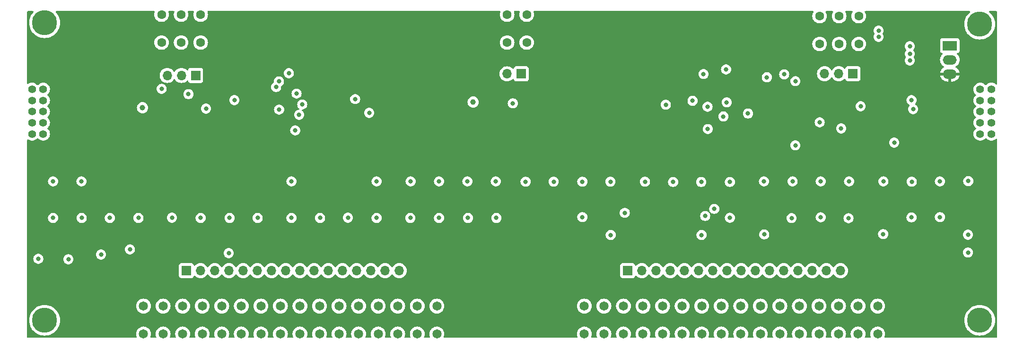
<source format=gbr>
%TF.GenerationSoftware,KiCad,Pcbnew,7.0.9*%
%TF.CreationDate,2023-12-12T00:43:06+00:00*%
%TF.ProjectId,Robust-IO-Expander,526f6275-7374-42d4-994f-2d457870616e,V1*%
%TF.SameCoordinates,Original*%
%TF.FileFunction,Copper,L2,Inr*%
%TF.FilePolarity,Positive*%
%FSLAX46Y46*%
G04 Gerber Fmt 4.6, Leading zero omitted, Abs format (unit mm)*
G04 Created by KiCad (PCBNEW 7.0.9) date 2023-12-12 00:43:06*
%MOMM*%
%LPD*%
G01*
G04 APERTURE LIST*
%TA.AperFunction,ComponentPad*%
%ADD10C,4.500000*%
%TD*%
%TA.AperFunction,ComponentPad*%
%ADD11R,1.700000X1.700000*%
%TD*%
%TA.AperFunction,ComponentPad*%
%ADD12O,1.700000X1.700000*%
%TD*%
%TA.AperFunction,ComponentPad*%
%ADD13C,1.600200*%
%TD*%
%TA.AperFunction,ComponentPad*%
%ADD14R,2.500000X1.700000*%
%TD*%
%TA.AperFunction,ComponentPad*%
%ADD15O,2.500000X1.700000*%
%TD*%
%TA.AperFunction,ComponentPad*%
%ADD16C,1.397000*%
%TD*%
%TA.AperFunction,ComponentPad*%
%ADD17C,1.650000*%
%TD*%
%TA.AperFunction,ViaPad*%
%ADD18C,0.800000*%
%TD*%
%TA.AperFunction,ViaPad*%
%ADD19C,1.000000*%
%TD*%
G04 APERTURE END LIST*
D10*
%TO.N,unconnected-(H1-Pad1)*%
%TO.C,H1*%
X56642000Y-130556000D03*
%TD*%
D11*
%TO.N,InCS*%
%TO.C,J2*%
X141966000Y-86374900D03*
D12*
%TO.N,OutCS*%
X139426000Y-86374900D03*
%TD*%
D13*
%TO.N,SCK*%
%TO.C,J11*%
X84582001Y-80772000D03*
X84582001Y-75772000D03*
%TO.N,MOSI*%
X81082001Y-80772000D03*
X81082001Y-75772000D03*
%TO.N,MISO*%
X77582000Y-80772000D03*
X77582000Y-75772000D03*
%TD*%
D11*
%TO.N,SCK*%
%TO.C,J4*%
X83678000Y-86665000D03*
D12*
%TO.N,MOSI*%
X81138000Y-86665000D03*
%TO.N,MISO*%
X78598000Y-86665000D03*
%TD*%
D10*
%TO.N,unconnected-(H2-Pad1)*%
%TO.C,H2*%
X224028000Y-130556000D03*
%TD*%
D11*
%TO.N,EOUT0*%
%TO.C,J7*%
X161036000Y-121666000D03*
D12*
%TO.N,EOUT1*%
X163576000Y-121666000D03*
%TO.N,EOUT2*%
X166116000Y-121666000D03*
%TO.N,EOUT3*%
X168656000Y-121666000D03*
%TO.N,EOUT4*%
X171196000Y-121666000D03*
%TO.N,EOUT5*%
X173736000Y-121666000D03*
%TO.N,EOUT6*%
X176276000Y-121666000D03*
%TO.N,EOUT7*%
X178816000Y-121666000D03*
%TO.N,EOUT8*%
X181356000Y-121666000D03*
%TO.N,EOUT9*%
X183896000Y-121666000D03*
%TO.N,EOUT10*%
X186436000Y-121666000D03*
%TO.N,EOUT11*%
X188976000Y-121666000D03*
%TO.N,EOUT12*%
X191516000Y-121666000D03*
%TO.N,EOUT13*%
X194056000Y-121666000D03*
%TO.N,EOUT14*%
X196596000Y-121666000D03*
%TO.N,EOUT15*%
X199136000Y-121666000D03*
%TD*%
D13*
%TO.N,InCS*%
%TO.C,J3*%
X142946002Y-80772000D03*
X142946002Y-75772000D03*
%TO.N,OutCS*%
X139445999Y-80772000D03*
X139445999Y-75772000D03*
%TD*%
D14*
%TO.N,Net-(U11-IN)*%
%TO.C,U11*%
X218694000Y-81322500D03*
D15*
%TO.N,GND*%
X218694000Y-83862500D03*
%TO.N,+3.3V*%
X218694000Y-86402500D03*
%TD*%
D16*
%TO.N,SCK*%
%TO.C,J9*%
X54405399Y-97155000D03*
X56405401Y-97155000D03*
%TO.N,MOSI*%
X54405399Y-95155001D03*
X56405401Y-95155001D03*
%TO.N,MISO*%
X54405399Y-93155000D03*
X56405401Y-93155000D03*
%TO.N,GND*%
X54405399Y-91154999D03*
X56405401Y-91154999D03*
%TO.N,unconnected-(J9-Pad9)*%
X54405399Y-89155001D03*
%TO.N,unconnected-(J9-Pad10)*%
X56405401Y-89155001D03*
%TD*%
D13*
%TO.N,Net-(J12-Pin_1)*%
%TO.C,J8*%
X202382001Y-81026000D03*
X202382001Y-76026000D03*
%TO.N,Net-(J12-Pin_2)*%
X198882001Y-81026000D03*
X198882001Y-76026000D03*
%TO.N,GND*%
X195382000Y-81026000D03*
X195382000Y-76026000D03*
%TD*%
D11*
%TO.N,EIN0*%
%TO.C,J1*%
X82042000Y-121666000D03*
D12*
%TO.N,EIN1*%
X84582000Y-121666000D03*
%TO.N,EIN2*%
X87122000Y-121666000D03*
%TO.N,EIN3*%
X89662000Y-121666000D03*
%TO.N,EIN4*%
X92202000Y-121666000D03*
%TO.N,EIN5*%
X94742000Y-121666000D03*
%TO.N,EIN6*%
X97282000Y-121666000D03*
%TO.N,EIN7*%
X99822000Y-121666000D03*
%TO.N,EIN8*%
X102362000Y-121666000D03*
%TO.N,EIN9*%
X104902000Y-121666000D03*
%TO.N,EIN10*%
X107442000Y-121666000D03*
%TO.N,EIN11*%
X109982000Y-121666000D03*
%TO.N,EIN12*%
X112522000Y-121666000D03*
%TO.N,EIN13*%
X115062000Y-121666000D03*
%TO.N,EIN14*%
X117602000Y-121666000D03*
%TO.N,EIN15*%
X120142000Y-121666000D03*
%TD*%
D17*
%TO.N,EOUT0*%
%TO.C,J6*%
X153270000Y-128016000D03*
%TO.N,EOUT1*%
X156770000Y-128016000D03*
%TO.N,EOUT2*%
X160270000Y-128016000D03*
%TO.N,EOUT3*%
X163770000Y-128016000D03*
%TO.N,EOUT4*%
X167270000Y-128016000D03*
%TO.N,EOUT5*%
X170770000Y-128016000D03*
%TO.N,EOUT6*%
X174270000Y-128016000D03*
%TO.N,EOUT7*%
X177770000Y-128016000D03*
%TO.N,EOUT8*%
X181270000Y-128016000D03*
%TO.N,EOUT9*%
X184770000Y-128016000D03*
%TO.N,EOUT10*%
X188270000Y-128016000D03*
%TO.N,EOUT11*%
X191770000Y-128016000D03*
%TO.N,EOUT12*%
X195270000Y-128016000D03*
%TO.N,EOUT13*%
X198770000Y-128016000D03*
%TO.N,EOUT14*%
X202270000Y-128016000D03*
%TO.N,EOUT15*%
X205770000Y-128016000D03*
X205770000Y-133016000D03*
%TO.N,EOUT14*%
X202270000Y-133016000D03*
%TO.N,EOUT13*%
X198770000Y-133016000D03*
%TO.N,EOUT12*%
X195270000Y-133016000D03*
%TO.N,EOUT11*%
X191770000Y-133016000D03*
%TO.N,EOUT10*%
X188270000Y-133016000D03*
%TO.N,EOUT9*%
X184770000Y-133016000D03*
%TO.N,EOUT8*%
X181270000Y-133016000D03*
%TO.N,EOUT7*%
X177770000Y-133016000D03*
%TO.N,EOUT6*%
X174270000Y-133016000D03*
%TO.N,EOUT5*%
X170770000Y-133016000D03*
%TO.N,EOUT4*%
X167270000Y-133016000D03*
%TO.N,EOUT3*%
X163770000Y-133016000D03*
%TO.N,EOUT2*%
X160270000Y-133016000D03*
%TO.N,EOUT1*%
X156770000Y-133016000D03*
%TO.N,EOUT0*%
X153270000Y-133016000D03*
%TD*%
D10*
%TO.N,unconnected-(H3-Pad1)*%
%TO.C,H3*%
X56642000Y-77216000D03*
%TD*%
D11*
%TO.N,Net-(J12-Pin_1)*%
%TO.C,J12*%
X201351000Y-86360000D03*
D12*
%TO.N,Net-(J12-Pin_2)*%
X198811000Y-86360000D03*
%TO.N,GND*%
X196271000Y-86360000D03*
%TD*%
D10*
%TO.N,unconnected-(H4-Pad1)*%
%TO.C,H4*%
X224028000Y-77470000D03*
%TD*%
D16*
%TO.N,unconnected-(J10-Pad1)*%
%TO.C,J10*%
X224131299Y-89155000D03*
%TO.N,unconnected-(J10-Pad2)*%
X226131301Y-89155000D03*
%TO.N,GND*%
X224131299Y-91154999D03*
X226131301Y-91154999D03*
%TO.N,MISO*%
X224131299Y-93155000D03*
X226131301Y-93155000D03*
%TO.N,MOSI*%
X224131299Y-95155001D03*
X226131301Y-95155001D03*
%TO.N,SCK*%
X224131299Y-97154999D03*
X226131301Y-97154999D03*
%TD*%
D17*
%TO.N,EIN0*%
%TO.C,J5*%
X74362000Y-128016000D03*
%TO.N,EIN1*%
X77862000Y-128016000D03*
%TO.N,EIN2*%
X81362000Y-128016000D03*
%TO.N,EIN3*%
X84862000Y-128016000D03*
%TO.N,EIN4*%
X88362000Y-128016000D03*
%TO.N,EIN5*%
X91862000Y-128016000D03*
%TO.N,EIN6*%
X95362000Y-128016000D03*
%TO.N,EIN7*%
X98862000Y-128016000D03*
%TO.N,EIN8*%
X102362000Y-128016000D03*
%TO.N,EIN9*%
X105862000Y-128016000D03*
%TO.N,EIN10*%
X109362000Y-128016000D03*
%TO.N,EIN11*%
X112862000Y-128016000D03*
%TO.N,EIN12*%
X116362000Y-128016000D03*
%TO.N,EIN13*%
X119862000Y-128016000D03*
%TO.N,EIN14*%
X123362000Y-128016000D03*
%TO.N,EIN15*%
X126862000Y-128016000D03*
X126862000Y-133016000D03*
%TO.N,EIN14*%
X123362000Y-133016000D03*
%TO.N,EIN13*%
X119862000Y-133016000D03*
%TO.N,EIN12*%
X116362000Y-133016000D03*
%TO.N,EIN11*%
X112862000Y-133016000D03*
%TO.N,EIN10*%
X109362000Y-133016000D03*
%TO.N,EIN9*%
X105862000Y-133016000D03*
%TO.N,EIN8*%
X102362000Y-133016000D03*
%TO.N,EIN7*%
X98862000Y-133016000D03*
%TO.N,EIN6*%
X95362000Y-133016000D03*
%TO.N,EIN5*%
X91862000Y-133016000D03*
%TO.N,EIN4*%
X88362000Y-133016000D03*
%TO.N,EIN3*%
X84862000Y-133016000D03*
%TO.N,EIN2*%
X81362000Y-133016000D03*
%TO.N,EIN1*%
X77862000Y-133016000D03*
%TO.N,EIN0*%
X74362000Y-133016000D03*
%TD*%
D18*
%TO.N,EIN0*%
X55524400Y-119532000D03*
%TO.N,EIN1*%
X60909200Y-119634000D03*
%TO.N,EIN2*%
X66751200Y-118770400D03*
%TO.N,EIN3*%
X71932800Y-117856000D03*
%TO.N,EIN6*%
X89611200Y-118516400D03*
%TO.N,OutCS*%
X175317600Y-92281100D03*
%TO.N,GND*%
X185420000Y-105664000D03*
X122123000Y-112217000D03*
X105969000Y-112217000D03*
X127254000Y-112217000D03*
X73456800Y-112217000D03*
X79451200Y-112166000D03*
X84582000Y-112217000D03*
X101752400Y-89924500D03*
X169164000Y-105766000D03*
X82397600Y-90017600D03*
X174193000Y-105766000D03*
X132436000Y-112217000D03*
X137516000Y-112217000D03*
X200660000Y-105664000D03*
X94792800Y-112217000D03*
X100838000Y-112217000D03*
X63296800Y-112217000D03*
X142748000Y-105715000D03*
X216916000Y-105664000D03*
X179324000Y-105766000D03*
X152908000Y-105715000D03*
X147777000Y-105715000D03*
X157937000Y-105715000D03*
X164135000Y-105715000D03*
X89763600Y-112217000D03*
X140462000Y-91664900D03*
X211531200Y-82804000D03*
X110947000Y-112166000D03*
X190551000Y-105664000D03*
X178749400Y-91493600D03*
X116078000Y-112217000D03*
X221996000Y-105613000D03*
D19*
X133350000Y-91440000D03*
D18*
X68326000Y-112217000D03*
X205943200Y-79756000D03*
X211531200Y-81432400D03*
D19*
X74168000Y-92456000D03*
D18*
X211531200Y-83972400D03*
X195580000Y-105664000D03*
X211887000Y-105715000D03*
X205943200Y-78638400D03*
X206807000Y-105664000D03*
X58166000Y-112217000D03*
%TO.N,SCK*%
X98094800Y-88747600D03*
X175367300Y-96271700D03*
%TO.N,MOSI*%
X77603900Y-89066500D03*
X182565100Y-93491000D03*
X98602800Y-87731600D03*
%TO.N,MISO*%
X100381000Y-86258400D03*
X178155600Y-94016500D03*
%TO.N,EOUT0*%
X157988000Y-115265200D03*
%TO.N,EOUT1*%
X152908000Y-112062500D03*
%TO.N,EOUT2*%
X160501800Y-111303000D03*
%TO.N,EOUT4*%
X179324000Y-112185200D03*
%TO.N,EOUT5*%
X174244000Y-115265200D03*
%TO.N,EOUT6*%
X174904400Y-111861600D03*
%TO.N,EOUT7*%
X176530000Y-110591600D03*
%TO.N,EOUT8*%
X200558400Y-112268000D03*
%TO.N,EOUT9*%
X195580000Y-112099900D03*
%TO.N,EOUT10*%
X190373250Y-112242350D03*
%TO.N,EOUT11*%
X185470800Y-115163600D03*
%TO.N,EOUT12*%
X221945200Y-118414800D03*
X221945200Y-115214400D03*
%TO.N,EOUT13*%
X216916000Y-112064800D03*
%TO.N,EOUT14*%
X211836000Y-112115400D03*
%TO.N,EOUT15*%
X206756000Y-115112800D03*
%TO.N,Out0*%
X172638750Y-91206350D03*
X178636268Y-85581500D03*
%TO.N,Out1*%
X167859950Y-91913950D03*
X174599600Y-86419500D03*
%TO.N,Out11*%
X191046000Y-99207400D03*
X195393700Y-95070700D03*
%TO.N,Out12*%
X211834100Y-91082000D03*
X191051400Y-87690200D03*
%TO.N,Out13*%
X212120000Y-92693000D03*
X185934200Y-86991000D03*
%TO.N,Out14*%
X202737100Y-92190200D03*
X189042900Y-86473900D03*
%TO.N,Out15*%
X208737200Y-98704400D03*
X199237600Y-96164400D03*
%TO.N,IN8*%
X101514900Y-96519400D03*
X100838000Y-105664000D03*
%TO.N,IN11*%
X102209600Y-93723500D03*
X116078000Y-105664000D03*
%TO.N,IN12*%
X122174000Y-105664000D03*
X98627900Y-92793500D03*
%TO.N,IN13*%
X127254000Y-105664000D03*
X114757200Y-93370400D03*
%TO.N,IN14*%
X132334000Y-105664000D03*
X102768400Y-91874500D03*
%TO.N,IN15*%
X137414000Y-105664000D03*
X112242200Y-90906200D03*
%TO.N,IN0*%
X90627200Y-91082200D03*
X58166000Y-105664000D03*
%TO.N,IN1*%
X85547200Y-92608400D03*
X63246000Y-105664000D03*
D19*
%TO.N,+3.3V*%
X77012800Y-105715000D03*
X92151200Y-105715000D03*
X182067000Y-90881200D03*
X103429000Y-105715000D03*
D18*
X79349600Y-97231200D03*
D19*
X82092800Y-105715000D03*
X70866000Y-105715000D03*
X108509000Y-105715000D03*
X87172800Y-105715000D03*
X65836800Y-105715000D03*
X129794000Y-105715000D03*
X98348800Y-90474800D03*
X140411000Y-98450400D03*
X60706000Y-105715000D03*
X124714000Y-105715000D03*
X113538000Y-105715000D03*
X55676800Y-105715000D03*
X119634000Y-105715000D03*
X134874000Y-105715000D03*
X98348800Y-105715000D03*
%TD*%
%TA.AperFunction,Conductor*%
%TO.N,+3.3V*%
G36*
X54613382Y-75142185D02*
G01*
X54659137Y-75194989D01*
X54669081Y-75264147D01*
X54640056Y-75327703D01*
X54634024Y-75334181D01*
X54579460Y-75388744D01*
X54374251Y-75650673D01*
X54202101Y-75935445D01*
X54202100Y-75935447D01*
X54065536Y-76238880D01*
X54065530Y-76238895D01*
X53966546Y-76556550D01*
X53966544Y-76556556D01*
X53966544Y-76556559D01*
X53944145Y-76678785D01*
X53906563Y-76883863D01*
X53886473Y-77216000D01*
X53906563Y-77548136D01*
X53906563Y-77548141D01*
X53906564Y-77548142D01*
X53966544Y-77875441D01*
X53966545Y-77875445D01*
X53966546Y-77875449D01*
X54065530Y-78193104D01*
X54065534Y-78193116D01*
X54065537Y-78193123D01*
X54202102Y-78496557D01*
X54374246Y-78781318D01*
X54374251Y-78781326D01*
X54579460Y-79043255D01*
X54814744Y-79278539D01*
X55076673Y-79483748D01*
X55076678Y-79483751D01*
X55076682Y-79483754D01*
X55361443Y-79655898D01*
X55664877Y-79792463D01*
X55664890Y-79792467D01*
X55664895Y-79792469D01*
X55876665Y-79858458D01*
X55982559Y-79891456D01*
X56309858Y-79951436D01*
X56642000Y-79971527D01*
X56974142Y-79951436D01*
X57301441Y-79891456D01*
X57619123Y-79792463D01*
X57922557Y-79655898D01*
X58207318Y-79483754D01*
X58469252Y-79278542D01*
X58704542Y-79043252D01*
X58909754Y-78781318D01*
X59081898Y-78496557D01*
X59218463Y-78193123D01*
X59317456Y-77875441D01*
X59377436Y-77548142D01*
X59397527Y-77216000D01*
X59377436Y-76883858D01*
X59317456Y-76556559D01*
X59218463Y-76238877D01*
X59081898Y-75935443D01*
X58909754Y-75650682D01*
X58909751Y-75650678D01*
X58909748Y-75650673D01*
X58704539Y-75388744D01*
X58649976Y-75334181D01*
X58616491Y-75272858D01*
X58621475Y-75203166D01*
X58663347Y-75147233D01*
X58728811Y-75122816D01*
X58737657Y-75122500D01*
X76255172Y-75122500D01*
X76322211Y-75142185D01*
X76367966Y-75194989D01*
X76377910Y-75264147D01*
X76367554Y-75298904D01*
X76355169Y-75325462D01*
X76355164Y-75325476D01*
X76296268Y-75545284D01*
X76296266Y-75545294D01*
X76276432Y-75771999D01*
X76276432Y-75772000D01*
X76296266Y-75998705D01*
X76296268Y-75998715D01*
X76355164Y-76218523D01*
X76355166Y-76218527D01*
X76355167Y-76218531D01*
X76403256Y-76321657D01*
X76451344Y-76424783D01*
X76451345Y-76424785D01*
X76581873Y-76611198D01*
X76581878Y-76611204D01*
X76742795Y-76772121D01*
X76742801Y-76772126D01*
X76929214Y-76902654D01*
X76929216Y-76902655D01*
X77135469Y-76998833D01*
X77355290Y-77057733D01*
X77536658Y-77073601D01*
X77581999Y-77077568D01*
X77582000Y-77077568D01*
X77582001Y-77077568D01*
X77619785Y-77074262D01*
X77808710Y-77057733D01*
X78028531Y-76998833D01*
X78234784Y-76902655D01*
X78421203Y-76772123D01*
X78582123Y-76611203D01*
X78712655Y-76424784D01*
X78808833Y-76218531D01*
X78867733Y-75998710D01*
X78887568Y-75772000D01*
X78867733Y-75545290D01*
X78808833Y-75325469D01*
X78808830Y-75325462D01*
X78796446Y-75298904D01*
X78785954Y-75229827D01*
X78814474Y-75166043D01*
X78872951Y-75127804D01*
X78908828Y-75122500D01*
X79755173Y-75122500D01*
X79822212Y-75142185D01*
X79867967Y-75194989D01*
X79877911Y-75264147D01*
X79867555Y-75298904D01*
X79855170Y-75325462D01*
X79855165Y-75325476D01*
X79796269Y-75545284D01*
X79796267Y-75545294D01*
X79776433Y-75771999D01*
X79776433Y-75772000D01*
X79796267Y-75998705D01*
X79796269Y-75998715D01*
X79855165Y-76218523D01*
X79855167Y-76218527D01*
X79855168Y-76218531D01*
X79903257Y-76321657D01*
X79951345Y-76424783D01*
X79951346Y-76424785D01*
X80081874Y-76611198D01*
X80081879Y-76611204D01*
X80242796Y-76772121D01*
X80242802Y-76772126D01*
X80429215Y-76902654D01*
X80429217Y-76902655D01*
X80635470Y-76998833D01*
X80855291Y-77057733D01*
X81036659Y-77073601D01*
X81082000Y-77077568D01*
X81082001Y-77077568D01*
X81082002Y-77077568D01*
X81119786Y-77074262D01*
X81308711Y-77057733D01*
X81528532Y-76998833D01*
X81734785Y-76902655D01*
X81921204Y-76772123D01*
X82082124Y-76611203D01*
X82212656Y-76424784D01*
X82308834Y-76218531D01*
X82367734Y-75998710D01*
X82387569Y-75772000D01*
X82367734Y-75545290D01*
X82308834Y-75325469D01*
X82308831Y-75325462D01*
X82296447Y-75298904D01*
X82285955Y-75229827D01*
X82314475Y-75166043D01*
X82372952Y-75127804D01*
X82408829Y-75122500D01*
X83255173Y-75122500D01*
X83322212Y-75142185D01*
X83367967Y-75194989D01*
X83377911Y-75264147D01*
X83367555Y-75298904D01*
X83355170Y-75325462D01*
X83355165Y-75325476D01*
X83296269Y-75545284D01*
X83296267Y-75545294D01*
X83276433Y-75771999D01*
X83276433Y-75772000D01*
X83296267Y-75998705D01*
X83296269Y-75998715D01*
X83355165Y-76218523D01*
X83355167Y-76218527D01*
X83355168Y-76218531D01*
X83403257Y-76321657D01*
X83451345Y-76424783D01*
X83451346Y-76424785D01*
X83581874Y-76611198D01*
X83581879Y-76611204D01*
X83742796Y-76772121D01*
X83742802Y-76772126D01*
X83929215Y-76902654D01*
X83929217Y-76902655D01*
X84135470Y-76998833D01*
X84355291Y-77057733D01*
X84536659Y-77073601D01*
X84582000Y-77077568D01*
X84582001Y-77077568D01*
X84582002Y-77077568D01*
X84619786Y-77074262D01*
X84808711Y-77057733D01*
X85028532Y-76998833D01*
X85234785Y-76902655D01*
X85421204Y-76772123D01*
X85582124Y-76611203D01*
X85712656Y-76424784D01*
X85808834Y-76218531D01*
X85867734Y-75998710D01*
X85887569Y-75772000D01*
X85867734Y-75545290D01*
X85808834Y-75325469D01*
X85808831Y-75325462D01*
X85796447Y-75298904D01*
X85785955Y-75229827D01*
X85814475Y-75166043D01*
X85872952Y-75127804D01*
X85908829Y-75122500D01*
X138119171Y-75122500D01*
X138186210Y-75142185D01*
X138231965Y-75194989D01*
X138241909Y-75264147D01*
X138231553Y-75298904D01*
X138219168Y-75325462D01*
X138219163Y-75325476D01*
X138160267Y-75545284D01*
X138160265Y-75545294D01*
X138140431Y-75771999D01*
X138140431Y-75772000D01*
X138160265Y-75998705D01*
X138160267Y-75998715D01*
X138219163Y-76218523D01*
X138219165Y-76218527D01*
X138219166Y-76218531D01*
X138267255Y-76321657D01*
X138315343Y-76424783D01*
X138315344Y-76424785D01*
X138445872Y-76611198D01*
X138445877Y-76611204D01*
X138606794Y-76772121D01*
X138606800Y-76772126D01*
X138793213Y-76902654D01*
X138793215Y-76902655D01*
X138999468Y-76998833D01*
X139219289Y-77057733D01*
X139400657Y-77073601D01*
X139445998Y-77077568D01*
X139445999Y-77077568D01*
X139446000Y-77077568D01*
X139483784Y-77074262D01*
X139672709Y-77057733D01*
X139892530Y-76998833D01*
X140098783Y-76902655D01*
X140285202Y-76772123D01*
X140446122Y-76611203D01*
X140576654Y-76424784D01*
X140672832Y-76218531D01*
X140731732Y-75998710D01*
X140751567Y-75772000D01*
X140731732Y-75545290D01*
X140672832Y-75325469D01*
X140672829Y-75325462D01*
X140660445Y-75298904D01*
X140649953Y-75229827D01*
X140678473Y-75166043D01*
X140736950Y-75127804D01*
X140772827Y-75122500D01*
X141619174Y-75122500D01*
X141686213Y-75142185D01*
X141731968Y-75194989D01*
X141741912Y-75264147D01*
X141731556Y-75298904D01*
X141719171Y-75325462D01*
X141719166Y-75325476D01*
X141660270Y-75545284D01*
X141660268Y-75545294D01*
X141640434Y-75771999D01*
X141640434Y-75772000D01*
X141660268Y-75998705D01*
X141660270Y-75998715D01*
X141719166Y-76218523D01*
X141719168Y-76218527D01*
X141719169Y-76218531D01*
X141767258Y-76321657D01*
X141815346Y-76424783D01*
X141815347Y-76424785D01*
X141945875Y-76611198D01*
X141945880Y-76611204D01*
X142106797Y-76772121D01*
X142106803Y-76772126D01*
X142293216Y-76902654D01*
X142293218Y-76902655D01*
X142499471Y-76998833D01*
X142719292Y-77057733D01*
X142900660Y-77073601D01*
X142946001Y-77077568D01*
X142946002Y-77077568D01*
X142946003Y-77077568D01*
X142983787Y-77074262D01*
X143172712Y-77057733D01*
X143392533Y-76998833D01*
X143598786Y-76902655D01*
X143785205Y-76772123D01*
X143946125Y-76611203D01*
X144076657Y-76424784D01*
X144172835Y-76218531D01*
X144231735Y-75998710D01*
X144251570Y-75772000D01*
X144231735Y-75545290D01*
X144172835Y-75325469D01*
X144172832Y-75325462D01*
X144160448Y-75298904D01*
X144149956Y-75229827D01*
X144178476Y-75166043D01*
X144236953Y-75127804D01*
X144272830Y-75122500D01*
X194188696Y-75122500D01*
X194255735Y-75142185D01*
X194301490Y-75194989D01*
X194311434Y-75264147D01*
X194290271Y-75317623D01*
X194251345Y-75373214D01*
X194251344Y-75373216D01*
X194155168Y-75579467D01*
X194155164Y-75579476D01*
X194096268Y-75799284D01*
X194096266Y-75799294D01*
X194076432Y-76025999D01*
X194076432Y-76026000D01*
X194096266Y-76252705D01*
X194096268Y-76252715D01*
X194155164Y-76472523D01*
X194155166Y-76472527D01*
X194155167Y-76472531D01*
X194164655Y-76492877D01*
X194251344Y-76678783D01*
X194251345Y-76678785D01*
X194381873Y-76865198D01*
X194381878Y-76865204D01*
X194542795Y-77026121D01*
X194542801Y-77026126D01*
X194729214Y-77156654D01*
X194729216Y-77156655D01*
X194935469Y-77252833D01*
X195155290Y-77311733D01*
X195336658Y-77327601D01*
X195381999Y-77331568D01*
X195382000Y-77331568D01*
X195382001Y-77331568D01*
X195419785Y-77328262D01*
X195608710Y-77311733D01*
X195828531Y-77252833D01*
X196034784Y-77156655D01*
X196221203Y-77026123D01*
X196382123Y-76865203D01*
X196512655Y-76678784D01*
X196608833Y-76472531D01*
X196667733Y-76252710D01*
X196687568Y-76026000D01*
X196667733Y-75799290D01*
X196608833Y-75579469D01*
X196512655Y-75373216D01*
X196512654Y-75373214D01*
X196473729Y-75317623D01*
X196451402Y-75251417D01*
X196468412Y-75183650D01*
X196519361Y-75135837D01*
X196575304Y-75122500D01*
X197688697Y-75122500D01*
X197755736Y-75142185D01*
X197801491Y-75194989D01*
X197811435Y-75264147D01*
X197790272Y-75317623D01*
X197751346Y-75373214D01*
X197751345Y-75373216D01*
X197655169Y-75579467D01*
X197655165Y-75579476D01*
X197596269Y-75799284D01*
X197596267Y-75799294D01*
X197576433Y-76025999D01*
X197576433Y-76026000D01*
X197596267Y-76252705D01*
X197596269Y-76252715D01*
X197655165Y-76472523D01*
X197655167Y-76472527D01*
X197655168Y-76472531D01*
X197664656Y-76492877D01*
X197751345Y-76678783D01*
X197751346Y-76678785D01*
X197881874Y-76865198D01*
X197881879Y-76865204D01*
X198042796Y-77026121D01*
X198042802Y-77026126D01*
X198229215Y-77156654D01*
X198229217Y-77156655D01*
X198435470Y-77252833D01*
X198655291Y-77311733D01*
X198836659Y-77327601D01*
X198882000Y-77331568D01*
X198882001Y-77331568D01*
X198882002Y-77331568D01*
X198919786Y-77328262D01*
X199108711Y-77311733D01*
X199328532Y-77252833D01*
X199534785Y-77156655D01*
X199721204Y-77026123D01*
X199882124Y-76865203D01*
X200012656Y-76678784D01*
X200108834Y-76472531D01*
X200167734Y-76252710D01*
X200187569Y-76026000D01*
X200167734Y-75799290D01*
X200108834Y-75579469D01*
X200012656Y-75373216D01*
X200012655Y-75373214D01*
X199973730Y-75317623D01*
X199951403Y-75251417D01*
X199968413Y-75183650D01*
X200019362Y-75135837D01*
X200075305Y-75122500D01*
X201188697Y-75122500D01*
X201255736Y-75142185D01*
X201301491Y-75194989D01*
X201311435Y-75264147D01*
X201290272Y-75317623D01*
X201251346Y-75373214D01*
X201251345Y-75373216D01*
X201155169Y-75579467D01*
X201155165Y-75579476D01*
X201096269Y-75799284D01*
X201096267Y-75799294D01*
X201076433Y-76025999D01*
X201076433Y-76026000D01*
X201096267Y-76252705D01*
X201096269Y-76252715D01*
X201155165Y-76472523D01*
X201155167Y-76472527D01*
X201155168Y-76472531D01*
X201164656Y-76492877D01*
X201251345Y-76678783D01*
X201251346Y-76678785D01*
X201381874Y-76865198D01*
X201381879Y-76865204D01*
X201542796Y-77026121D01*
X201542802Y-77026126D01*
X201729215Y-77156654D01*
X201729217Y-77156655D01*
X201935470Y-77252833D01*
X202155291Y-77311733D01*
X202336659Y-77327601D01*
X202382000Y-77331568D01*
X202382001Y-77331568D01*
X202382002Y-77331568D01*
X202419786Y-77328262D01*
X202608711Y-77311733D01*
X202828532Y-77252833D01*
X203034785Y-77156655D01*
X203221204Y-77026123D01*
X203382124Y-76865203D01*
X203512656Y-76678784D01*
X203608834Y-76472531D01*
X203667734Y-76252710D01*
X203687569Y-76026000D01*
X203667734Y-75799290D01*
X203608834Y-75579469D01*
X203512656Y-75373216D01*
X203512655Y-75373214D01*
X203473730Y-75317623D01*
X203451403Y-75251417D01*
X203468413Y-75183650D01*
X203519362Y-75135837D01*
X203575305Y-75122500D01*
X222205131Y-75122500D01*
X222272170Y-75142185D01*
X222317925Y-75194989D01*
X222327869Y-75264147D01*
X222298844Y-75327703D01*
X222281604Y-75344111D01*
X222200744Y-75407460D01*
X221965460Y-75642744D01*
X221760251Y-75904673D01*
X221588101Y-76189445D01*
X221588100Y-76189447D01*
X221451536Y-76492880D01*
X221451530Y-76492895D01*
X221352546Y-76810550D01*
X221352544Y-76810556D01*
X221352544Y-76810559D01*
X221335667Y-76902654D01*
X221292563Y-77137863D01*
X221272473Y-77470000D01*
X221292563Y-77802136D01*
X221292563Y-77802141D01*
X221292564Y-77802142D01*
X221352544Y-78129441D01*
X221352545Y-78129445D01*
X221352546Y-78129449D01*
X221451530Y-78447104D01*
X221451534Y-78447116D01*
X221451537Y-78447123D01*
X221588102Y-78750557D01*
X221742936Y-79006684D01*
X221760251Y-79035326D01*
X221965460Y-79297255D01*
X222200744Y-79532539D01*
X222462673Y-79737748D01*
X222462678Y-79737751D01*
X222462682Y-79737754D01*
X222747443Y-79909898D01*
X223050877Y-80046463D01*
X223050890Y-80046467D01*
X223050895Y-80046469D01*
X223262665Y-80112458D01*
X223368559Y-80145456D01*
X223695858Y-80205436D01*
X224028000Y-80225527D01*
X224360142Y-80205436D01*
X224687441Y-80145456D01*
X225005123Y-80046463D01*
X225308557Y-79909898D01*
X225593318Y-79737754D01*
X225855252Y-79532542D01*
X226090542Y-79297252D01*
X226295754Y-79035318D01*
X226467898Y-78750557D01*
X226604463Y-78447123D01*
X226703456Y-78129441D01*
X226763436Y-77802142D01*
X226783527Y-77470000D01*
X226763436Y-77137858D01*
X226703456Y-76810559D01*
X226604463Y-76492877D01*
X226467898Y-76189443D01*
X226295754Y-75904682D01*
X226295751Y-75904678D01*
X226295748Y-75904673D01*
X226090539Y-75642744D01*
X225855255Y-75407460D01*
X225774396Y-75344111D01*
X225733763Y-75287271D01*
X225730311Y-75217486D01*
X225765135Y-75156914D01*
X225827179Y-75124784D01*
X225850869Y-75122500D01*
X227007500Y-75122500D01*
X227074539Y-75142185D01*
X227120294Y-75194989D01*
X227131500Y-75246500D01*
X227131500Y-88163524D01*
X227111815Y-88230563D01*
X227059011Y-88276318D01*
X226989853Y-88286262D01*
X226926297Y-88257237D01*
X226923962Y-88255162D01*
X226888039Y-88222414D01*
X226856956Y-88194078D01*
X226856953Y-88194076D01*
X226856952Y-88194075D01*
X226668034Y-88077102D01*
X226668028Y-88077099D01*
X226522338Y-88020659D01*
X226460829Y-87996830D01*
X226242405Y-87956000D01*
X226020197Y-87956000D01*
X225801773Y-87996830D01*
X225751996Y-88016113D01*
X225594573Y-88077099D01*
X225594567Y-88077102D01*
X225405647Y-88194076D01*
X225405645Y-88194078D01*
X225241433Y-88343776D01*
X225241433Y-88343777D01*
X225230253Y-88358582D01*
X225174144Y-88400217D01*
X225104432Y-88404908D01*
X225043250Y-88371165D01*
X225032347Y-88358582D01*
X225021166Y-88343777D01*
X225021166Y-88343776D01*
X224856954Y-88194078D01*
X224856952Y-88194076D01*
X224668032Y-88077102D01*
X224668026Y-88077099D01*
X224522336Y-88020659D01*
X224460827Y-87996830D01*
X224242403Y-87956000D01*
X224020195Y-87956000D01*
X223801771Y-87996830D01*
X223751994Y-88016113D01*
X223594571Y-88077099D01*
X223594565Y-88077102D01*
X223405645Y-88194076D01*
X223405643Y-88194078D01*
X223241432Y-88343775D01*
X223107521Y-88521103D01*
X223008479Y-88720005D01*
X223008473Y-88720020D01*
X222947665Y-88933738D01*
X222947664Y-88933740D01*
X222927162Y-89154999D01*
X222927162Y-89155000D01*
X222947664Y-89376259D01*
X222947665Y-89376261D01*
X223008473Y-89589979D01*
X223008479Y-89589994D01*
X223107521Y-89788896D01*
X223241432Y-89966224D01*
X223347988Y-90063362D01*
X223384270Y-90123073D01*
X223382509Y-90192921D01*
X223347989Y-90246636D01*
X223241430Y-90343777D01*
X223107521Y-90521102D01*
X223008479Y-90720004D01*
X223008473Y-90720019D01*
X222947665Y-90933737D01*
X222947664Y-90933739D01*
X222927162Y-91154998D01*
X222927162Y-91154999D01*
X222947664Y-91376258D01*
X222947665Y-91376260D01*
X223008473Y-91589978D01*
X223008479Y-91589993D01*
X223107521Y-91788895D01*
X223241432Y-91966223D01*
X223347989Y-92063362D01*
X223384271Y-92123073D01*
X223382510Y-92192921D01*
X223347990Y-92246636D01*
X223241430Y-92343778D01*
X223107521Y-92521103D01*
X223008479Y-92720005D01*
X223008473Y-92720020D01*
X222947665Y-92933738D01*
X222947664Y-92933740D01*
X222927162Y-93154999D01*
X222927162Y-93155000D01*
X222947664Y-93376259D01*
X222947665Y-93376261D01*
X223008473Y-93589979D01*
X223008479Y-93589994D01*
X223107521Y-93788896D01*
X223241432Y-93966224D01*
X223347989Y-94063363D01*
X223384271Y-94123074D01*
X223382510Y-94192922D01*
X223347990Y-94246637D01*
X223241430Y-94343779D01*
X223107521Y-94521104D01*
X223008479Y-94720006D01*
X223008473Y-94720021D01*
X222947665Y-94933739D01*
X222947664Y-94933741D01*
X222927162Y-95155000D01*
X222927162Y-95155001D01*
X222947664Y-95376260D01*
X222947665Y-95376262D01*
X223008473Y-95589980D01*
X223008479Y-95589995D01*
X223107521Y-95788897D01*
X223241430Y-95966222D01*
X223347988Y-96063363D01*
X223384269Y-96123075D01*
X223382508Y-96192922D01*
X223347988Y-96246637D01*
X223241430Y-96343777D01*
X223107521Y-96521102D01*
X223008479Y-96720004D01*
X223008473Y-96720019D01*
X222947665Y-96933737D01*
X222947664Y-96933739D01*
X222927162Y-97154998D01*
X222927162Y-97154999D01*
X222947664Y-97376258D01*
X222947665Y-97376260D01*
X223008473Y-97589978D01*
X223008479Y-97589993D01*
X223107521Y-97788895D01*
X223241432Y-97966223D01*
X223405643Y-98115920D01*
X223405645Y-98115922D01*
X223594565Y-98232896D01*
X223594571Y-98232899D01*
X223594574Y-98232900D01*
X223801771Y-98313169D01*
X224020195Y-98353999D01*
X224020198Y-98353999D01*
X224242400Y-98353999D01*
X224242403Y-98353999D01*
X224460827Y-98313169D01*
X224668029Y-98232898D01*
X224856954Y-98115921D01*
X225021167Y-97966221D01*
X225032345Y-97951417D01*
X225088453Y-97909782D01*
X225158164Y-97905089D01*
X225219347Y-97938830D01*
X225230249Y-97951411D01*
X225238771Y-97962697D01*
X225241435Y-97966224D01*
X225405645Y-98115920D01*
X225405647Y-98115922D01*
X225594567Y-98232896D01*
X225594573Y-98232899D01*
X225594576Y-98232900D01*
X225801773Y-98313169D01*
X226020197Y-98353999D01*
X226020200Y-98353999D01*
X226242402Y-98353999D01*
X226242405Y-98353999D01*
X226460829Y-98313169D01*
X226668031Y-98232898D01*
X226856956Y-98115921D01*
X226923962Y-98054837D01*
X226986766Y-98024220D01*
X227056153Y-98032417D01*
X227110093Y-98076827D01*
X227131461Y-98143349D01*
X227131500Y-98146474D01*
X227131500Y-133597500D01*
X227111815Y-133664539D01*
X227059011Y-133710294D01*
X227007500Y-133721500D01*
X207098188Y-133721500D01*
X207031149Y-133701815D01*
X206985394Y-133649011D01*
X206975450Y-133579853D01*
X206985806Y-133545096D01*
X207020317Y-133471085D01*
X207020320Y-133471079D01*
X207080349Y-133247050D01*
X207100563Y-133016000D01*
X207098804Y-132995899D01*
X207080349Y-132784955D01*
X207080349Y-132784950D01*
X207020320Y-132560921D01*
X206922301Y-132350719D01*
X206922299Y-132350716D01*
X206922298Y-132350714D01*
X206789273Y-132160735D01*
X206789268Y-132160729D01*
X206625269Y-131996730D01*
X206625263Y-131996726D01*
X206435282Y-131863699D01*
X206225079Y-131765680D01*
X206225076Y-131765679D01*
X206225074Y-131765678D01*
X206001051Y-131705651D01*
X206001044Y-131705650D01*
X205770002Y-131685437D01*
X205769998Y-131685437D01*
X205538955Y-131705650D01*
X205538948Y-131705651D01*
X205314917Y-131765681D01*
X205104718Y-131863699D01*
X205104714Y-131863701D01*
X204914735Y-131996726D01*
X204914729Y-131996731D01*
X204750731Y-132160729D01*
X204750726Y-132160735D01*
X204617701Y-132350714D01*
X204617699Y-132350718D01*
X204519681Y-132560917D01*
X204459651Y-132784948D01*
X204459650Y-132784955D01*
X204439437Y-133015998D01*
X204439437Y-133016001D01*
X204459650Y-133247044D01*
X204459651Y-133247051D01*
X204519678Y-133471074D01*
X204519682Y-133471085D01*
X204554194Y-133545096D01*
X204564686Y-133614173D01*
X204536166Y-133677957D01*
X204477689Y-133716196D01*
X204441812Y-133721500D01*
X203598188Y-133721500D01*
X203531149Y-133701815D01*
X203485394Y-133649011D01*
X203475450Y-133579853D01*
X203485806Y-133545096D01*
X203520317Y-133471085D01*
X203520320Y-133471079D01*
X203580349Y-133247050D01*
X203600563Y-133016000D01*
X203598804Y-132995899D01*
X203580349Y-132784955D01*
X203580349Y-132784950D01*
X203520320Y-132560921D01*
X203422301Y-132350719D01*
X203422299Y-132350716D01*
X203422298Y-132350714D01*
X203289273Y-132160735D01*
X203289268Y-132160729D01*
X203125269Y-131996730D01*
X203125263Y-131996726D01*
X202935282Y-131863699D01*
X202725079Y-131765680D01*
X202725076Y-131765679D01*
X202725074Y-131765678D01*
X202501051Y-131705651D01*
X202501044Y-131705650D01*
X202270002Y-131685437D01*
X202269998Y-131685437D01*
X202038955Y-131705650D01*
X202038948Y-131705651D01*
X201814917Y-131765681D01*
X201604718Y-131863699D01*
X201604714Y-131863701D01*
X201414735Y-131996726D01*
X201414729Y-131996731D01*
X201250731Y-132160729D01*
X201250726Y-132160735D01*
X201117701Y-132350714D01*
X201117699Y-132350718D01*
X201019681Y-132560917D01*
X200959651Y-132784948D01*
X200959650Y-132784955D01*
X200939437Y-133015998D01*
X200939437Y-133016001D01*
X200959650Y-133247044D01*
X200959651Y-133247051D01*
X201019678Y-133471074D01*
X201019682Y-133471085D01*
X201054194Y-133545096D01*
X201064686Y-133614173D01*
X201036166Y-133677957D01*
X200977689Y-133716196D01*
X200941812Y-133721500D01*
X200098188Y-133721500D01*
X200031149Y-133701815D01*
X199985394Y-133649011D01*
X199975450Y-133579853D01*
X199985806Y-133545096D01*
X200020317Y-133471085D01*
X200020320Y-133471079D01*
X200080349Y-133247050D01*
X200100563Y-133016000D01*
X200098804Y-132995899D01*
X200080349Y-132784955D01*
X200080349Y-132784950D01*
X200020320Y-132560921D01*
X199922301Y-132350719D01*
X199922299Y-132350716D01*
X199922298Y-132350714D01*
X199789273Y-132160735D01*
X199789268Y-132160729D01*
X199625269Y-131996730D01*
X199625263Y-131996726D01*
X199435282Y-131863699D01*
X199225079Y-131765680D01*
X199225076Y-131765679D01*
X199225074Y-131765678D01*
X199001051Y-131705651D01*
X199001044Y-131705650D01*
X198770002Y-131685437D01*
X198769998Y-131685437D01*
X198538955Y-131705650D01*
X198538948Y-131705651D01*
X198314917Y-131765681D01*
X198104718Y-131863699D01*
X198104714Y-131863701D01*
X197914735Y-131996726D01*
X197914729Y-131996731D01*
X197750731Y-132160729D01*
X197750726Y-132160735D01*
X197617701Y-132350714D01*
X197617699Y-132350718D01*
X197519681Y-132560917D01*
X197459651Y-132784948D01*
X197459650Y-132784955D01*
X197439437Y-133015998D01*
X197439437Y-133016001D01*
X197459650Y-133247044D01*
X197459651Y-133247051D01*
X197519678Y-133471074D01*
X197519682Y-133471085D01*
X197554194Y-133545096D01*
X197564686Y-133614173D01*
X197536166Y-133677957D01*
X197477689Y-133716196D01*
X197441812Y-133721500D01*
X196598188Y-133721500D01*
X196531149Y-133701815D01*
X196485394Y-133649011D01*
X196475450Y-133579853D01*
X196485806Y-133545096D01*
X196520317Y-133471085D01*
X196520320Y-133471079D01*
X196580349Y-133247050D01*
X196600563Y-133016000D01*
X196598804Y-132995899D01*
X196580349Y-132784955D01*
X196580349Y-132784950D01*
X196520320Y-132560921D01*
X196422301Y-132350719D01*
X196422299Y-132350716D01*
X196422298Y-132350714D01*
X196289273Y-132160735D01*
X196289268Y-132160729D01*
X196125269Y-131996730D01*
X196125263Y-131996726D01*
X195935282Y-131863699D01*
X195725079Y-131765680D01*
X195725076Y-131765679D01*
X195725074Y-131765678D01*
X195501051Y-131705651D01*
X195501044Y-131705650D01*
X195270002Y-131685437D01*
X195269998Y-131685437D01*
X195038955Y-131705650D01*
X195038948Y-131705651D01*
X194814917Y-131765681D01*
X194604718Y-131863699D01*
X194604714Y-131863701D01*
X194414735Y-131996726D01*
X194414729Y-131996731D01*
X194250731Y-132160729D01*
X194250726Y-132160735D01*
X194117701Y-132350714D01*
X194117699Y-132350718D01*
X194019681Y-132560917D01*
X193959651Y-132784948D01*
X193959650Y-132784955D01*
X193939437Y-133015998D01*
X193939437Y-133016001D01*
X193959650Y-133247044D01*
X193959651Y-133247051D01*
X194019678Y-133471074D01*
X194019682Y-133471085D01*
X194054194Y-133545096D01*
X194064686Y-133614173D01*
X194036166Y-133677957D01*
X193977689Y-133716196D01*
X193941812Y-133721500D01*
X193098188Y-133721500D01*
X193031149Y-133701815D01*
X192985394Y-133649011D01*
X192975450Y-133579853D01*
X192985806Y-133545096D01*
X193020317Y-133471085D01*
X193020320Y-133471079D01*
X193080349Y-133247050D01*
X193100563Y-133016000D01*
X193098804Y-132995899D01*
X193080349Y-132784955D01*
X193080349Y-132784950D01*
X193020320Y-132560921D01*
X192922301Y-132350719D01*
X192922299Y-132350716D01*
X192922298Y-132350714D01*
X192789273Y-132160735D01*
X192789268Y-132160729D01*
X192625269Y-131996730D01*
X192625263Y-131996726D01*
X192435282Y-131863699D01*
X192225079Y-131765680D01*
X192225076Y-131765679D01*
X192225074Y-131765678D01*
X192001051Y-131705651D01*
X192001044Y-131705650D01*
X191770002Y-131685437D01*
X191769998Y-131685437D01*
X191538955Y-131705650D01*
X191538948Y-131705651D01*
X191314917Y-131765681D01*
X191104718Y-131863699D01*
X191104714Y-131863701D01*
X190914735Y-131996726D01*
X190914729Y-131996731D01*
X190750731Y-132160729D01*
X190750726Y-132160735D01*
X190617701Y-132350714D01*
X190617699Y-132350718D01*
X190519681Y-132560917D01*
X190459651Y-132784948D01*
X190459650Y-132784955D01*
X190439437Y-133015998D01*
X190439437Y-133016001D01*
X190459650Y-133247044D01*
X190459651Y-133247051D01*
X190519678Y-133471074D01*
X190519682Y-133471085D01*
X190554194Y-133545096D01*
X190564686Y-133614173D01*
X190536166Y-133677957D01*
X190477689Y-133716196D01*
X190441812Y-133721500D01*
X189598188Y-133721500D01*
X189531149Y-133701815D01*
X189485394Y-133649011D01*
X189475450Y-133579853D01*
X189485806Y-133545096D01*
X189520317Y-133471085D01*
X189520320Y-133471079D01*
X189580349Y-133247050D01*
X189600563Y-133016000D01*
X189598804Y-132995899D01*
X189580349Y-132784955D01*
X189580349Y-132784950D01*
X189520320Y-132560921D01*
X189422301Y-132350719D01*
X189422299Y-132350716D01*
X189422298Y-132350714D01*
X189289273Y-132160735D01*
X189289268Y-132160729D01*
X189125269Y-131996730D01*
X189125263Y-131996726D01*
X188935282Y-131863699D01*
X188725079Y-131765680D01*
X188725076Y-131765679D01*
X188725074Y-131765678D01*
X188501051Y-131705651D01*
X188501044Y-131705650D01*
X188270002Y-131685437D01*
X188269998Y-131685437D01*
X188038955Y-131705650D01*
X188038948Y-131705651D01*
X187814917Y-131765681D01*
X187604718Y-131863699D01*
X187604714Y-131863701D01*
X187414735Y-131996726D01*
X187414729Y-131996731D01*
X187250731Y-132160729D01*
X187250726Y-132160735D01*
X187117701Y-132350714D01*
X187117699Y-132350718D01*
X187019681Y-132560917D01*
X186959651Y-132784948D01*
X186959650Y-132784955D01*
X186939437Y-133015998D01*
X186939437Y-133016001D01*
X186959650Y-133247044D01*
X186959651Y-133247051D01*
X187019678Y-133471074D01*
X187019682Y-133471085D01*
X187054194Y-133545096D01*
X187064686Y-133614173D01*
X187036166Y-133677957D01*
X186977689Y-133716196D01*
X186941812Y-133721500D01*
X186098188Y-133721500D01*
X186031149Y-133701815D01*
X185985394Y-133649011D01*
X185975450Y-133579853D01*
X185985806Y-133545096D01*
X186020317Y-133471085D01*
X186020320Y-133471079D01*
X186080349Y-133247050D01*
X186100563Y-133016000D01*
X186098804Y-132995899D01*
X186080349Y-132784955D01*
X186080349Y-132784950D01*
X186020320Y-132560921D01*
X185922301Y-132350719D01*
X185922299Y-132350716D01*
X185922298Y-132350714D01*
X185789273Y-132160735D01*
X185789268Y-132160729D01*
X185625269Y-131996730D01*
X185625263Y-131996726D01*
X185435282Y-131863699D01*
X185225079Y-131765680D01*
X185225076Y-131765679D01*
X185225074Y-131765678D01*
X185001051Y-131705651D01*
X185001044Y-131705650D01*
X184770002Y-131685437D01*
X184769998Y-131685437D01*
X184538955Y-131705650D01*
X184538948Y-131705651D01*
X184314917Y-131765681D01*
X184104718Y-131863699D01*
X184104714Y-131863701D01*
X183914735Y-131996726D01*
X183914729Y-131996731D01*
X183750731Y-132160729D01*
X183750726Y-132160735D01*
X183617701Y-132350714D01*
X183617699Y-132350718D01*
X183519681Y-132560917D01*
X183459651Y-132784948D01*
X183459650Y-132784955D01*
X183439437Y-133015998D01*
X183439437Y-133016001D01*
X183459650Y-133247044D01*
X183459651Y-133247051D01*
X183519678Y-133471074D01*
X183519682Y-133471085D01*
X183554194Y-133545096D01*
X183564686Y-133614173D01*
X183536166Y-133677957D01*
X183477689Y-133716196D01*
X183441812Y-133721500D01*
X182598188Y-133721500D01*
X182531149Y-133701815D01*
X182485394Y-133649011D01*
X182475450Y-133579853D01*
X182485806Y-133545096D01*
X182520317Y-133471085D01*
X182520320Y-133471079D01*
X182580349Y-133247050D01*
X182600563Y-133016000D01*
X182598804Y-132995899D01*
X182580349Y-132784955D01*
X182580349Y-132784950D01*
X182520320Y-132560921D01*
X182422301Y-132350719D01*
X182422299Y-132350716D01*
X182422298Y-132350714D01*
X182289273Y-132160735D01*
X182289268Y-132160729D01*
X182125269Y-131996730D01*
X182125263Y-131996726D01*
X181935282Y-131863699D01*
X181725079Y-131765680D01*
X181725076Y-131765679D01*
X181725074Y-131765678D01*
X181501051Y-131705651D01*
X181501044Y-131705650D01*
X181270002Y-131685437D01*
X181269998Y-131685437D01*
X181038955Y-131705650D01*
X181038948Y-131705651D01*
X180814917Y-131765681D01*
X180604718Y-131863699D01*
X180604714Y-131863701D01*
X180414735Y-131996726D01*
X180414729Y-131996731D01*
X180250731Y-132160729D01*
X180250726Y-132160735D01*
X180117701Y-132350714D01*
X180117699Y-132350718D01*
X180019681Y-132560917D01*
X179959651Y-132784948D01*
X179959650Y-132784955D01*
X179939437Y-133015998D01*
X179939437Y-133016001D01*
X179959650Y-133247044D01*
X179959651Y-133247051D01*
X180019678Y-133471074D01*
X180019682Y-133471085D01*
X180054194Y-133545096D01*
X180064686Y-133614173D01*
X180036166Y-133677957D01*
X179977689Y-133716196D01*
X179941812Y-133721500D01*
X179098188Y-133721500D01*
X179031149Y-133701815D01*
X178985394Y-133649011D01*
X178975450Y-133579853D01*
X178985806Y-133545096D01*
X179020317Y-133471085D01*
X179020320Y-133471079D01*
X179080349Y-133247050D01*
X179100563Y-133016000D01*
X179098804Y-132995899D01*
X179080349Y-132784955D01*
X179080349Y-132784950D01*
X179020320Y-132560921D01*
X178922301Y-132350719D01*
X178922299Y-132350716D01*
X178922298Y-132350714D01*
X178789273Y-132160735D01*
X178789268Y-132160729D01*
X178625269Y-131996730D01*
X178625263Y-131996726D01*
X178435282Y-131863699D01*
X178225079Y-131765680D01*
X178225076Y-131765679D01*
X178225074Y-131765678D01*
X178001051Y-131705651D01*
X178001044Y-131705650D01*
X177770002Y-131685437D01*
X177769998Y-131685437D01*
X177538955Y-131705650D01*
X177538948Y-131705651D01*
X177314917Y-131765681D01*
X177104718Y-131863699D01*
X177104714Y-131863701D01*
X176914735Y-131996726D01*
X176914729Y-131996731D01*
X176750731Y-132160729D01*
X176750726Y-132160735D01*
X176617701Y-132350714D01*
X176617699Y-132350718D01*
X176519681Y-132560917D01*
X176459651Y-132784948D01*
X176459650Y-132784955D01*
X176439437Y-133015998D01*
X176439437Y-133016001D01*
X176459650Y-133247044D01*
X176459651Y-133247051D01*
X176519678Y-133471074D01*
X176519682Y-133471085D01*
X176554194Y-133545096D01*
X176564686Y-133614173D01*
X176536166Y-133677957D01*
X176477689Y-133716196D01*
X176441812Y-133721500D01*
X175598188Y-133721500D01*
X175531149Y-133701815D01*
X175485394Y-133649011D01*
X175475450Y-133579853D01*
X175485806Y-133545096D01*
X175520317Y-133471085D01*
X175520320Y-133471079D01*
X175580349Y-133247050D01*
X175600563Y-133016000D01*
X175598804Y-132995899D01*
X175580349Y-132784955D01*
X175580349Y-132784950D01*
X175520320Y-132560921D01*
X175422301Y-132350719D01*
X175422299Y-132350716D01*
X175422298Y-132350714D01*
X175289273Y-132160735D01*
X175289268Y-132160729D01*
X175125269Y-131996730D01*
X175125263Y-131996726D01*
X174935282Y-131863699D01*
X174725079Y-131765680D01*
X174725076Y-131765679D01*
X174725074Y-131765678D01*
X174501051Y-131705651D01*
X174501044Y-131705650D01*
X174270002Y-131685437D01*
X174269998Y-131685437D01*
X174038955Y-131705650D01*
X174038948Y-131705651D01*
X173814917Y-131765681D01*
X173604718Y-131863699D01*
X173604714Y-131863701D01*
X173414735Y-131996726D01*
X173414729Y-131996731D01*
X173250731Y-132160729D01*
X173250726Y-132160735D01*
X173117701Y-132350714D01*
X173117699Y-132350718D01*
X173019681Y-132560917D01*
X172959651Y-132784948D01*
X172959650Y-132784955D01*
X172939437Y-133015998D01*
X172939437Y-133016001D01*
X172959650Y-133247044D01*
X172959651Y-133247051D01*
X173019678Y-133471074D01*
X173019682Y-133471085D01*
X173054194Y-133545096D01*
X173064686Y-133614173D01*
X173036166Y-133677957D01*
X172977689Y-133716196D01*
X172941812Y-133721500D01*
X172098188Y-133721500D01*
X172031149Y-133701815D01*
X171985394Y-133649011D01*
X171975450Y-133579853D01*
X171985806Y-133545096D01*
X172020317Y-133471085D01*
X172020320Y-133471079D01*
X172080349Y-133247050D01*
X172100563Y-133016000D01*
X172098804Y-132995899D01*
X172080349Y-132784955D01*
X172080349Y-132784950D01*
X172020320Y-132560921D01*
X171922301Y-132350719D01*
X171922299Y-132350716D01*
X171922298Y-132350714D01*
X171789273Y-132160735D01*
X171789268Y-132160729D01*
X171625269Y-131996730D01*
X171625263Y-131996726D01*
X171435282Y-131863699D01*
X171225079Y-131765680D01*
X171225076Y-131765679D01*
X171225074Y-131765678D01*
X171001051Y-131705651D01*
X171001044Y-131705650D01*
X170770002Y-131685437D01*
X170769998Y-131685437D01*
X170538955Y-131705650D01*
X170538948Y-131705651D01*
X170314917Y-131765681D01*
X170104718Y-131863699D01*
X170104714Y-131863701D01*
X169914735Y-131996726D01*
X169914729Y-131996731D01*
X169750731Y-132160729D01*
X169750726Y-132160735D01*
X169617701Y-132350714D01*
X169617699Y-132350718D01*
X169519681Y-132560917D01*
X169459651Y-132784948D01*
X169459650Y-132784955D01*
X169439437Y-133015998D01*
X169439437Y-133016001D01*
X169459650Y-133247044D01*
X169459651Y-133247051D01*
X169519678Y-133471074D01*
X169519682Y-133471085D01*
X169554194Y-133545096D01*
X169564686Y-133614173D01*
X169536166Y-133677957D01*
X169477689Y-133716196D01*
X169441812Y-133721500D01*
X168598188Y-133721500D01*
X168531149Y-133701815D01*
X168485394Y-133649011D01*
X168475450Y-133579853D01*
X168485806Y-133545096D01*
X168520317Y-133471085D01*
X168520320Y-133471079D01*
X168580349Y-133247050D01*
X168600563Y-133016000D01*
X168598804Y-132995899D01*
X168580349Y-132784955D01*
X168580349Y-132784950D01*
X168520320Y-132560921D01*
X168422301Y-132350719D01*
X168422299Y-132350716D01*
X168422298Y-132350714D01*
X168289273Y-132160735D01*
X168289268Y-132160729D01*
X168125269Y-131996730D01*
X168125263Y-131996726D01*
X167935282Y-131863699D01*
X167725079Y-131765680D01*
X167725076Y-131765679D01*
X167725074Y-131765678D01*
X167501051Y-131705651D01*
X167501044Y-131705650D01*
X167270002Y-131685437D01*
X167269998Y-131685437D01*
X167038955Y-131705650D01*
X167038948Y-131705651D01*
X166814917Y-131765681D01*
X166604718Y-131863699D01*
X166604714Y-131863701D01*
X166414735Y-131996726D01*
X166414729Y-131996731D01*
X166250731Y-132160729D01*
X166250726Y-132160735D01*
X166117701Y-132350714D01*
X166117699Y-132350718D01*
X166019681Y-132560917D01*
X165959651Y-132784948D01*
X165959650Y-132784955D01*
X165939437Y-133015998D01*
X165939437Y-133016001D01*
X165959650Y-133247044D01*
X165959651Y-133247051D01*
X166019678Y-133471074D01*
X166019682Y-133471085D01*
X166054194Y-133545096D01*
X166064686Y-133614173D01*
X166036166Y-133677957D01*
X165977689Y-133716196D01*
X165941812Y-133721500D01*
X165098188Y-133721500D01*
X165031149Y-133701815D01*
X164985394Y-133649011D01*
X164975450Y-133579853D01*
X164985806Y-133545096D01*
X165020317Y-133471085D01*
X165020320Y-133471079D01*
X165080349Y-133247050D01*
X165100563Y-133016000D01*
X165098804Y-132995899D01*
X165080349Y-132784955D01*
X165080349Y-132784950D01*
X165020320Y-132560921D01*
X164922301Y-132350719D01*
X164922299Y-132350716D01*
X164922298Y-132350714D01*
X164789273Y-132160735D01*
X164789268Y-132160729D01*
X164625269Y-131996730D01*
X164625263Y-131996726D01*
X164435282Y-131863699D01*
X164225079Y-131765680D01*
X164225076Y-131765679D01*
X164225074Y-131765678D01*
X164001051Y-131705651D01*
X164001044Y-131705650D01*
X163770002Y-131685437D01*
X163769998Y-131685437D01*
X163538955Y-131705650D01*
X163538948Y-131705651D01*
X163314917Y-131765681D01*
X163104718Y-131863699D01*
X163104714Y-131863701D01*
X162914735Y-131996726D01*
X162914729Y-131996731D01*
X162750731Y-132160729D01*
X162750726Y-132160735D01*
X162617701Y-132350714D01*
X162617699Y-132350718D01*
X162519681Y-132560917D01*
X162459651Y-132784948D01*
X162459650Y-132784955D01*
X162439437Y-133015998D01*
X162439437Y-133016001D01*
X162459650Y-133247044D01*
X162459651Y-133247051D01*
X162519678Y-133471074D01*
X162519682Y-133471085D01*
X162554194Y-133545096D01*
X162564686Y-133614173D01*
X162536166Y-133677957D01*
X162477689Y-133716196D01*
X162441812Y-133721500D01*
X161598188Y-133721500D01*
X161531149Y-133701815D01*
X161485394Y-133649011D01*
X161475450Y-133579853D01*
X161485806Y-133545096D01*
X161520317Y-133471085D01*
X161520320Y-133471079D01*
X161580349Y-133247050D01*
X161600563Y-133016000D01*
X161598804Y-132995899D01*
X161580349Y-132784955D01*
X161580349Y-132784950D01*
X161520320Y-132560921D01*
X161422301Y-132350719D01*
X161422299Y-132350716D01*
X161422298Y-132350714D01*
X161289273Y-132160735D01*
X161289268Y-132160729D01*
X161125269Y-131996730D01*
X161125263Y-131996726D01*
X160935282Y-131863699D01*
X160725079Y-131765680D01*
X160725076Y-131765679D01*
X160725074Y-131765678D01*
X160501051Y-131705651D01*
X160501044Y-131705650D01*
X160270002Y-131685437D01*
X160269998Y-131685437D01*
X160038955Y-131705650D01*
X160038948Y-131705651D01*
X159814917Y-131765681D01*
X159604718Y-131863699D01*
X159604714Y-131863701D01*
X159414735Y-131996726D01*
X159414729Y-131996731D01*
X159250731Y-132160729D01*
X159250726Y-132160735D01*
X159117701Y-132350714D01*
X159117699Y-132350718D01*
X159019681Y-132560917D01*
X158959651Y-132784948D01*
X158959650Y-132784955D01*
X158939437Y-133015998D01*
X158939437Y-133016001D01*
X158959650Y-133247044D01*
X158959651Y-133247051D01*
X159019678Y-133471074D01*
X159019682Y-133471085D01*
X159054194Y-133545096D01*
X159064686Y-133614173D01*
X159036166Y-133677957D01*
X158977689Y-133716196D01*
X158941812Y-133721500D01*
X158098188Y-133721500D01*
X158031149Y-133701815D01*
X157985394Y-133649011D01*
X157975450Y-133579853D01*
X157985806Y-133545096D01*
X158020317Y-133471085D01*
X158020320Y-133471079D01*
X158080349Y-133247050D01*
X158100563Y-133016000D01*
X158098804Y-132995899D01*
X158080349Y-132784955D01*
X158080349Y-132784950D01*
X158020320Y-132560921D01*
X157922301Y-132350719D01*
X157922299Y-132350716D01*
X157922298Y-132350714D01*
X157789273Y-132160735D01*
X157789268Y-132160729D01*
X157625269Y-131996730D01*
X157625263Y-131996726D01*
X157435282Y-131863699D01*
X157225079Y-131765680D01*
X157225076Y-131765679D01*
X157225074Y-131765678D01*
X157001051Y-131705651D01*
X157001044Y-131705650D01*
X156770002Y-131685437D01*
X156769998Y-131685437D01*
X156538955Y-131705650D01*
X156538948Y-131705651D01*
X156314917Y-131765681D01*
X156104718Y-131863699D01*
X156104714Y-131863701D01*
X155914735Y-131996726D01*
X155914729Y-131996731D01*
X155750731Y-132160729D01*
X155750726Y-132160735D01*
X155617701Y-132350714D01*
X155617699Y-132350718D01*
X155519681Y-132560917D01*
X155459651Y-132784948D01*
X155459650Y-132784955D01*
X155439437Y-133015998D01*
X155439437Y-133016001D01*
X155459650Y-133247044D01*
X155459651Y-133247051D01*
X155519678Y-133471074D01*
X155519682Y-133471085D01*
X155554194Y-133545096D01*
X155564686Y-133614173D01*
X155536166Y-133677957D01*
X155477689Y-133716196D01*
X155441812Y-133721500D01*
X154598188Y-133721500D01*
X154531149Y-133701815D01*
X154485394Y-133649011D01*
X154475450Y-133579853D01*
X154485806Y-133545096D01*
X154520317Y-133471085D01*
X154520320Y-133471079D01*
X154580349Y-133247050D01*
X154600563Y-133016000D01*
X154598804Y-132995899D01*
X154580349Y-132784955D01*
X154580349Y-132784950D01*
X154520320Y-132560921D01*
X154422301Y-132350719D01*
X154422299Y-132350716D01*
X154422298Y-132350714D01*
X154289273Y-132160735D01*
X154289268Y-132160729D01*
X154125269Y-131996730D01*
X154125263Y-131996726D01*
X153935282Y-131863699D01*
X153725079Y-131765680D01*
X153725076Y-131765679D01*
X153725074Y-131765678D01*
X153501051Y-131705651D01*
X153501044Y-131705650D01*
X153270002Y-131685437D01*
X153269998Y-131685437D01*
X153038955Y-131705650D01*
X153038948Y-131705651D01*
X152814917Y-131765681D01*
X152604718Y-131863699D01*
X152604714Y-131863701D01*
X152414735Y-131996726D01*
X152414729Y-131996731D01*
X152250731Y-132160729D01*
X152250726Y-132160735D01*
X152117701Y-132350714D01*
X152117699Y-132350718D01*
X152019681Y-132560917D01*
X151959651Y-132784948D01*
X151959650Y-132784955D01*
X151939437Y-133015998D01*
X151939437Y-133016001D01*
X151959650Y-133247044D01*
X151959651Y-133247051D01*
X152019678Y-133471074D01*
X152019682Y-133471085D01*
X152054194Y-133545096D01*
X152064686Y-133614173D01*
X152036166Y-133677957D01*
X151977689Y-133716196D01*
X151941812Y-133721500D01*
X128190188Y-133721500D01*
X128123149Y-133701815D01*
X128077394Y-133649011D01*
X128067450Y-133579853D01*
X128077806Y-133545096D01*
X128112317Y-133471085D01*
X128112320Y-133471079D01*
X128172349Y-133247050D01*
X128192563Y-133016000D01*
X128190804Y-132995899D01*
X128172349Y-132784955D01*
X128172349Y-132784950D01*
X128112320Y-132560921D01*
X128014301Y-132350719D01*
X128014299Y-132350716D01*
X128014298Y-132350714D01*
X127881273Y-132160735D01*
X127881268Y-132160729D01*
X127717269Y-131996730D01*
X127717263Y-131996726D01*
X127527282Y-131863699D01*
X127317079Y-131765680D01*
X127317076Y-131765679D01*
X127317074Y-131765678D01*
X127093051Y-131705651D01*
X127093044Y-131705650D01*
X126862002Y-131685437D01*
X126861998Y-131685437D01*
X126630955Y-131705650D01*
X126630948Y-131705651D01*
X126406917Y-131765681D01*
X126196718Y-131863699D01*
X126196714Y-131863701D01*
X126006735Y-131996726D01*
X126006729Y-131996731D01*
X125842731Y-132160729D01*
X125842726Y-132160735D01*
X125709701Y-132350714D01*
X125709699Y-132350718D01*
X125611681Y-132560917D01*
X125551651Y-132784948D01*
X125551650Y-132784955D01*
X125531437Y-133015998D01*
X125531437Y-133016001D01*
X125551650Y-133247044D01*
X125551651Y-133247051D01*
X125611678Y-133471074D01*
X125611682Y-133471085D01*
X125646194Y-133545096D01*
X125656686Y-133614173D01*
X125628166Y-133677957D01*
X125569689Y-133716196D01*
X125533812Y-133721500D01*
X124690188Y-133721500D01*
X124623149Y-133701815D01*
X124577394Y-133649011D01*
X124567450Y-133579853D01*
X124577806Y-133545096D01*
X124612317Y-133471085D01*
X124612320Y-133471079D01*
X124672349Y-133247050D01*
X124692563Y-133016000D01*
X124690804Y-132995899D01*
X124672349Y-132784955D01*
X124672349Y-132784950D01*
X124612320Y-132560921D01*
X124514301Y-132350719D01*
X124514299Y-132350716D01*
X124514298Y-132350714D01*
X124381273Y-132160735D01*
X124381268Y-132160729D01*
X124217269Y-131996730D01*
X124217263Y-131996726D01*
X124027282Y-131863699D01*
X123817079Y-131765680D01*
X123817076Y-131765679D01*
X123817074Y-131765678D01*
X123593051Y-131705651D01*
X123593044Y-131705650D01*
X123362002Y-131685437D01*
X123361998Y-131685437D01*
X123130955Y-131705650D01*
X123130948Y-131705651D01*
X122906917Y-131765681D01*
X122696718Y-131863699D01*
X122696714Y-131863701D01*
X122506735Y-131996726D01*
X122506729Y-131996731D01*
X122342731Y-132160729D01*
X122342726Y-132160735D01*
X122209701Y-132350714D01*
X122209699Y-132350718D01*
X122111681Y-132560917D01*
X122051651Y-132784948D01*
X122051650Y-132784955D01*
X122031437Y-133015998D01*
X122031437Y-133016001D01*
X122051650Y-133247044D01*
X122051651Y-133247051D01*
X122111678Y-133471074D01*
X122111682Y-133471085D01*
X122146194Y-133545096D01*
X122156686Y-133614173D01*
X122128166Y-133677957D01*
X122069689Y-133716196D01*
X122033812Y-133721500D01*
X121190188Y-133721500D01*
X121123149Y-133701815D01*
X121077394Y-133649011D01*
X121067450Y-133579853D01*
X121077806Y-133545096D01*
X121112317Y-133471085D01*
X121112320Y-133471079D01*
X121172349Y-133247050D01*
X121192563Y-133016000D01*
X121190804Y-132995899D01*
X121172349Y-132784955D01*
X121172349Y-132784950D01*
X121112320Y-132560921D01*
X121014301Y-132350719D01*
X121014299Y-132350716D01*
X121014298Y-132350714D01*
X120881273Y-132160735D01*
X120881268Y-132160729D01*
X120717269Y-131996730D01*
X120717263Y-131996726D01*
X120527282Y-131863699D01*
X120317079Y-131765680D01*
X120317076Y-131765679D01*
X120317074Y-131765678D01*
X120093051Y-131705651D01*
X120093044Y-131705650D01*
X119862002Y-131685437D01*
X119861998Y-131685437D01*
X119630955Y-131705650D01*
X119630948Y-131705651D01*
X119406917Y-131765681D01*
X119196718Y-131863699D01*
X119196714Y-131863701D01*
X119006735Y-131996726D01*
X119006729Y-131996731D01*
X118842731Y-132160729D01*
X118842726Y-132160735D01*
X118709701Y-132350714D01*
X118709699Y-132350718D01*
X118611681Y-132560917D01*
X118551651Y-132784948D01*
X118551650Y-132784955D01*
X118531437Y-133015998D01*
X118531437Y-133016001D01*
X118551650Y-133247044D01*
X118551651Y-133247051D01*
X118611678Y-133471074D01*
X118611682Y-133471085D01*
X118646194Y-133545096D01*
X118656686Y-133614173D01*
X118628166Y-133677957D01*
X118569689Y-133716196D01*
X118533812Y-133721500D01*
X117690188Y-133721500D01*
X117623149Y-133701815D01*
X117577394Y-133649011D01*
X117567450Y-133579853D01*
X117577806Y-133545096D01*
X117612317Y-133471085D01*
X117612320Y-133471079D01*
X117672349Y-133247050D01*
X117692563Y-133016000D01*
X117690804Y-132995899D01*
X117672349Y-132784955D01*
X117672349Y-132784950D01*
X117612320Y-132560921D01*
X117514301Y-132350719D01*
X117514299Y-132350716D01*
X117514298Y-132350714D01*
X117381273Y-132160735D01*
X117381268Y-132160729D01*
X117217269Y-131996730D01*
X117217263Y-131996726D01*
X117027282Y-131863699D01*
X116817079Y-131765680D01*
X116817076Y-131765679D01*
X116817074Y-131765678D01*
X116593051Y-131705651D01*
X116593044Y-131705650D01*
X116362002Y-131685437D01*
X116361998Y-131685437D01*
X116130955Y-131705650D01*
X116130948Y-131705651D01*
X115906917Y-131765681D01*
X115696718Y-131863699D01*
X115696714Y-131863701D01*
X115506735Y-131996726D01*
X115506729Y-131996731D01*
X115342731Y-132160729D01*
X115342726Y-132160735D01*
X115209701Y-132350714D01*
X115209699Y-132350718D01*
X115111681Y-132560917D01*
X115051651Y-132784948D01*
X115051650Y-132784955D01*
X115031437Y-133015998D01*
X115031437Y-133016001D01*
X115051650Y-133247044D01*
X115051651Y-133247051D01*
X115111678Y-133471074D01*
X115111682Y-133471085D01*
X115146194Y-133545096D01*
X115156686Y-133614173D01*
X115128166Y-133677957D01*
X115069689Y-133716196D01*
X115033812Y-133721500D01*
X114190188Y-133721500D01*
X114123149Y-133701815D01*
X114077394Y-133649011D01*
X114067450Y-133579853D01*
X114077806Y-133545096D01*
X114112317Y-133471085D01*
X114112320Y-133471079D01*
X114172349Y-133247050D01*
X114192563Y-133016000D01*
X114190804Y-132995899D01*
X114172349Y-132784955D01*
X114172349Y-132784950D01*
X114112320Y-132560921D01*
X114014301Y-132350719D01*
X114014299Y-132350716D01*
X114014298Y-132350714D01*
X113881273Y-132160735D01*
X113881268Y-132160729D01*
X113717269Y-131996730D01*
X113717263Y-131996726D01*
X113527282Y-131863699D01*
X113317079Y-131765680D01*
X113317076Y-131765679D01*
X113317074Y-131765678D01*
X113093051Y-131705651D01*
X113093044Y-131705650D01*
X112862002Y-131685437D01*
X112861998Y-131685437D01*
X112630955Y-131705650D01*
X112630948Y-131705651D01*
X112406917Y-131765681D01*
X112196718Y-131863699D01*
X112196714Y-131863701D01*
X112006735Y-131996726D01*
X112006729Y-131996731D01*
X111842731Y-132160729D01*
X111842726Y-132160735D01*
X111709701Y-132350714D01*
X111709699Y-132350718D01*
X111611681Y-132560917D01*
X111551651Y-132784948D01*
X111551650Y-132784955D01*
X111531437Y-133015998D01*
X111531437Y-133016001D01*
X111551650Y-133247044D01*
X111551651Y-133247051D01*
X111611678Y-133471074D01*
X111611682Y-133471085D01*
X111646194Y-133545096D01*
X111656686Y-133614173D01*
X111628166Y-133677957D01*
X111569689Y-133716196D01*
X111533812Y-133721500D01*
X110690188Y-133721500D01*
X110623149Y-133701815D01*
X110577394Y-133649011D01*
X110567450Y-133579853D01*
X110577806Y-133545096D01*
X110612317Y-133471085D01*
X110612320Y-133471079D01*
X110672349Y-133247050D01*
X110692563Y-133016000D01*
X110690804Y-132995899D01*
X110672349Y-132784955D01*
X110672349Y-132784950D01*
X110612320Y-132560921D01*
X110514301Y-132350719D01*
X110514299Y-132350716D01*
X110514298Y-132350714D01*
X110381273Y-132160735D01*
X110381268Y-132160729D01*
X110217269Y-131996730D01*
X110217263Y-131996726D01*
X110027282Y-131863699D01*
X109817079Y-131765680D01*
X109817076Y-131765679D01*
X109817074Y-131765678D01*
X109593051Y-131705651D01*
X109593044Y-131705650D01*
X109362002Y-131685437D01*
X109361998Y-131685437D01*
X109130955Y-131705650D01*
X109130948Y-131705651D01*
X108906917Y-131765681D01*
X108696718Y-131863699D01*
X108696714Y-131863701D01*
X108506735Y-131996726D01*
X108506729Y-131996731D01*
X108342731Y-132160729D01*
X108342726Y-132160735D01*
X108209701Y-132350714D01*
X108209699Y-132350718D01*
X108111681Y-132560917D01*
X108051651Y-132784948D01*
X108051650Y-132784955D01*
X108031437Y-133015998D01*
X108031437Y-133016001D01*
X108051650Y-133247044D01*
X108051651Y-133247051D01*
X108111678Y-133471074D01*
X108111682Y-133471085D01*
X108146194Y-133545096D01*
X108156686Y-133614173D01*
X108128166Y-133677957D01*
X108069689Y-133716196D01*
X108033812Y-133721500D01*
X107190188Y-133721500D01*
X107123149Y-133701815D01*
X107077394Y-133649011D01*
X107067450Y-133579853D01*
X107077806Y-133545096D01*
X107112317Y-133471085D01*
X107112320Y-133471079D01*
X107172349Y-133247050D01*
X107192563Y-133016000D01*
X107190804Y-132995899D01*
X107172349Y-132784955D01*
X107172349Y-132784950D01*
X107112320Y-132560921D01*
X107014301Y-132350719D01*
X107014299Y-132350716D01*
X107014298Y-132350714D01*
X106881273Y-132160735D01*
X106881268Y-132160729D01*
X106717269Y-131996730D01*
X106717263Y-131996726D01*
X106527282Y-131863699D01*
X106317079Y-131765680D01*
X106317076Y-131765679D01*
X106317074Y-131765678D01*
X106093051Y-131705651D01*
X106093044Y-131705650D01*
X105862002Y-131685437D01*
X105861998Y-131685437D01*
X105630955Y-131705650D01*
X105630948Y-131705651D01*
X105406917Y-131765681D01*
X105196718Y-131863699D01*
X105196714Y-131863701D01*
X105006735Y-131996726D01*
X105006729Y-131996731D01*
X104842731Y-132160729D01*
X104842726Y-132160735D01*
X104709701Y-132350714D01*
X104709699Y-132350718D01*
X104611681Y-132560917D01*
X104551651Y-132784948D01*
X104551650Y-132784955D01*
X104531437Y-133015998D01*
X104531437Y-133016001D01*
X104551650Y-133247044D01*
X104551651Y-133247051D01*
X104611678Y-133471074D01*
X104611682Y-133471085D01*
X104646194Y-133545096D01*
X104656686Y-133614173D01*
X104628166Y-133677957D01*
X104569689Y-133716196D01*
X104533812Y-133721500D01*
X103690188Y-133721500D01*
X103623149Y-133701815D01*
X103577394Y-133649011D01*
X103567450Y-133579853D01*
X103577806Y-133545096D01*
X103612317Y-133471085D01*
X103612320Y-133471079D01*
X103672349Y-133247050D01*
X103692563Y-133016000D01*
X103690804Y-132995899D01*
X103672349Y-132784955D01*
X103672349Y-132784950D01*
X103612320Y-132560921D01*
X103514301Y-132350719D01*
X103514299Y-132350716D01*
X103514298Y-132350714D01*
X103381273Y-132160735D01*
X103381268Y-132160729D01*
X103217269Y-131996730D01*
X103217263Y-131996726D01*
X103027282Y-131863699D01*
X102817079Y-131765680D01*
X102817076Y-131765679D01*
X102817074Y-131765678D01*
X102593051Y-131705651D01*
X102593044Y-131705650D01*
X102362002Y-131685437D01*
X102361998Y-131685437D01*
X102130955Y-131705650D01*
X102130948Y-131705651D01*
X101906917Y-131765681D01*
X101696718Y-131863699D01*
X101696714Y-131863701D01*
X101506735Y-131996726D01*
X101506729Y-131996731D01*
X101342731Y-132160729D01*
X101342726Y-132160735D01*
X101209701Y-132350714D01*
X101209699Y-132350718D01*
X101111681Y-132560917D01*
X101051651Y-132784948D01*
X101051650Y-132784955D01*
X101031437Y-133015998D01*
X101031437Y-133016001D01*
X101051650Y-133247044D01*
X101051651Y-133247051D01*
X101111678Y-133471074D01*
X101111682Y-133471085D01*
X101146194Y-133545096D01*
X101156686Y-133614173D01*
X101128166Y-133677957D01*
X101069689Y-133716196D01*
X101033812Y-133721500D01*
X100190188Y-133721500D01*
X100123149Y-133701815D01*
X100077394Y-133649011D01*
X100067450Y-133579853D01*
X100077806Y-133545096D01*
X100112317Y-133471085D01*
X100112320Y-133471079D01*
X100172349Y-133247050D01*
X100192563Y-133016000D01*
X100190804Y-132995899D01*
X100172349Y-132784955D01*
X100172349Y-132784950D01*
X100112320Y-132560921D01*
X100014301Y-132350719D01*
X100014299Y-132350716D01*
X100014298Y-132350714D01*
X99881273Y-132160735D01*
X99881268Y-132160729D01*
X99717269Y-131996730D01*
X99717263Y-131996726D01*
X99527282Y-131863699D01*
X99317079Y-131765680D01*
X99317076Y-131765679D01*
X99317074Y-131765678D01*
X99093051Y-131705651D01*
X99093044Y-131705650D01*
X98862002Y-131685437D01*
X98861998Y-131685437D01*
X98630955Y-131705650D01*
X98630948Y-131705651D01*
X98406917Y-131765681D01*
X98196718Y-131863699D01*
X98196714Y-131863701D01*
X98006735Y-131996726D01*
X98006729Y-131996731D01*
X97842731Y-132160729D01*
X97842726Y-132160735D01*
X97709701Y-132350714D01*
X97709699Y-132350718D01*
X97611681Y-132560917D01*
X97551651Y-132784948D01*
X97551650Y-132784955D01*
X97531437Y-133015998D01*
X97531437Y-133016001D01*
X97551650Y-133247044D01*
X97551651Y-133247051D01*
X97611678Y-133471074D01*
X97611682Y-133471085D01*
X97646194Y-133545096D01*
X97656686Y-133614173D01*
X97628166Y-133677957D01*
X97569689Y-133716196D01*
X97533812Y-133721500D01*
X96690188Y-133721500D01*
X96623149Y-133701815D01*
X96577394Y-133649011D01*
X96567450Y-133579853D01*
X96577806Y-133545096D01*
X96612317Y-133471085D01*
X96612320Y-133471079D01*
X96672349Y-133247050D01*
X96692563Y-133016000D01*
X96690804Y-132995899D01*
X96672349Y-132784955D01*
X96672349Y-132784950D01*
X96612320Y-132560921D01*
X96514301Y-132350719D01*
X96514299Y-132350716D01*
X96514298Y-132350714D01*
X96381273Y-132160735D01*
X96381268Y-132160729D01*
X96217269Y-131996730D01*
X96217263Y-131996726D01*
X96027282Y-131863699D01*
X95817079Y-131765680D01*
X95817076Y-131765679D01*
X95817074Y-131765678D01*
X95593051Y-131705651D01*
X95593044Y-131705650D01*
X95362002Y-131685437D01*
X95361998Y-131685437D01*
X95130955Y-131705650D01*
X95130948Y-131705651D01*
X94906917Y-131765681D01*
X94696718Y-131863699D01*
X94696714Y-131863701D01*
X94506735Y-131996726D01*
X94506729Y-131996731D01*
X94342731Y-132160729D01*
X94342726Y-132160735D01*
X94209701Y-132350714D01*
X94209699Y-132350718D01*
X94111681Y-132560917D01*
X94051651Y-132784948D01*
X94051650Y-132784955D01*
X94031437Y-133015998D01*
X94031437Y-133016001D01*
X94051650Y-133247044D01*
X94051651Y-133247051D01*
X94111678Y-133471074D01*
X94111682Y-133471085D01*
X94146194Y-133545096D01*
X94156686Y-133614173D01*
X94128166Y-133677957D01*
X94069689Y-133716196D01*
X94033812Y-133721500D01*
X93190188Y-133721500D01*
X93123149Y-133701815D01*
X93077394Y-133649011D01*
X93067450Y-133579853D01*
X93077806Y-133545096D01*
X93112317Y-133471085D01*
X93112320Y-133471079D01*
X93172349Y-133247050D01*
X93192563Y-133016000D01*
X93190804Y-132995899D01*
X93172349Y-132784955D01*
X93172349Y-132784950D01*
X93112320Y-132560921D01*
X93014301Y-132350719D01*
X93014299Y-132350716D01*
X93014298Y-132350714D01*
X92881273Y-132160735D01*
X92881268Y-132160729D01*
X92717269Y-131996730D01*
X92717263Y-131996726D01*
X92527282Y-131863699D01*
X92317079Y-131765680D01*
X92317076Y-131765679D01*
X92317074Y-131765678D01*
X92093051Y-131705651D01*
X92093044Y-131705650D01*
X91862002Y-131685437D01*
X91861998Y-131685437D01*
X91630955Y-131705650D01*
X91630948Y-131705651D01*
X91406917Y-131765681D01*
X91196718Y-131863699D01*
X91196714Y-131863701D01*
X91006735Y-131996726D01*
X91006729Y-131996731D01*
X90842731Y-132160729D01*
X90842726Y-132160735D01*
X90709701Y-132350714D01*
X90709699Y-132350718D01*
X90611681Y-132560917D01*
X90551651Y-132784948D01*
X90551650Y-132784955D01*
X90531437Y-133015998D01*
X90531437Y-133016001D01*
X90551650Y-133247044D01*
X90551651Y-133247051D01*
X90611678Y-133471074D01*
X90611682Y-133471085D01*
X90646194Y-133545096D01*
X90656686Y-133614173D01*
X90628166Y-133677957D01*
X90569689Y-133716196D01*
X90533812Y-133721500D01*
X89690188Y-133721500D01*
X89623149Y-133701815D01*
X89577394Y-133649011D01*
X89567450Y-133579853D01*
X89577806Y-133545096D01*
X89612317Y-133471085D01*
X89612320Y-133471079D01*
X89672349Y-133247050D01*
X89692563Y-133016000D01*
X89690804Y-132995899D01*
X89672349Y-132784955D01*
X89672349Y-132784950D01*
X89612320Y-132560921D01*
X89514301Y-132350719D01*
X89514299Y-132350716D01*
X89514298Y-132350714D01*
X89381273Y-132160735D01*
X89381268Y-132160729D01*
X89217269Y-131996730D01*
X89217263Y-131996726D01*
X89027282Y-131863699D01*
X88817079Y-131765680D01*
X88817076Y-131765679D01*
X88817074Y-131765678D01*
X88593051Y-131705651D01*
X88593044Y-131705650D01*
X88362002Y-131685437D01*
X88361998Y-131685437D01*
X88130955Y-131705650D01*
X88130948Y-131705651D01*
X87906917Y-131765681D01*
X87696718Y-131863699D01*
X87696714Y-131863701D01*
X87506735Y-131996726D01*
X87506729Y-131996731D01*
X87342731Y-132160729D01*
X87342726Y-132160735D01*
X87209701Y-132350714D01*
X87209699Y-132350718D01*
X87111681Y-132560917D01*
X87051651Y-132784948D01*
X87051650Y-132784955D01*
X87031437Y-133015998D01*
X87031437Y-133016001D01*
X87051650Y-133247044D01*
X87051651Y-133247051D01*
X87111678Y-133471074D01*
X87111682Y-133471085D01*
X87146194Y-133545096D01*
X87156686Y-133614173D01*
X87128166Y-133677957D01*
X87069689Y-133716196D01*
X87033812Y-133721500D01*
X86190188Y-133721500D01*
X86123149Y-133701815D01*
X86077394Y-133649011D01*
X86067450Y-133579853D01*
X86077806Y-133545096D01*
X86112317Y-133471085D01*
X86112320Y-133471079D01*
X86172349Y-133247050D01*
X86192563Y-133016000D01*
X86190804Y-132995899D01*
X86172349Y-132784955D01*
X86172349Y-132784950D01*
X86112320Y-132560921D01*
X86014301Y-132350719D01*
X86014299Y-132350716D01*
X86014298Y-132350714D01*
X85881273Y-132160735D01*
X85881268Y-132160729D01*
X85717269Y-131996730D01*
X85717263Y-131996726D01*
X85527282Y-131863699D01*
X85317079Y-131765680D01*
X85317076Y-131765679D01*
X85317074Y-131765678D01*
X85093051Y-131705651D01*
X85093044Y-131705650D01*
X84862002Y-131685437D01*
X84861998Y-131685437D01*
X84630955Y-131705650D01*
X84630948Y-131705651D01*
X84406917Y-131765681D01*
X84196718Y-131863699D01*
X84196714Y-131863701D01*
X84006735Y-131996726D01*
X84006729Y-131996731D01*
X83842731Y-132160729D01*
X83842726Y-132160735D01*
X83709701Y-132350714D01*
X83709699Y-132350718D01*
X83611681Y-132560917D01*
X83551651Y-132784948D01*
X83551650Y-132784955D01*
X83531437Y-133015998D01*
X83531437Y-133016001D01*
X83551650Y-133247044D01*
X83551651Y-133247051D01*
X83611678Y-133471074D01*
X83611682Y-133471085D01*
X83646194Y-133545096D01*
X83656686Y-133614173D01*
X83628166Y-133677957D01*
X83569689Y-133716196D01*
X83533812Y-133721500D01*
X82690188Y-133721500D01*
X82623149Y-133701815D01*
X82577394Y-133649011D01*
X82567450Y-133579853D01*
X82577806Y-133545096D01*
X82612317Y-133471085D01*
X82612320Y-133471079D01*
X82672349Y-133247050D01*
X82692563Y-133016000D01*
X82690804Y-132995899D01*
X82672349Y-132784955D01*
X82672349Y-132784950D01*
X82612320Y-132560921D01*
X82514301Y-132350719D01*
X82514299Y-132350716D01*
X82514298Y-132350714D01*
X82381273Y-132160735D01*
X82381268Y-132160729D01*
X82217269Y-131996730D01*
X82217263Y-131996726D01*
X82027282Y-131863699D01*
X81817079Y-131765680D01*
X81817076Y-131765679D01*
X81817074Y-131765678D01*
X81593051Y-131705651D01*
X81593044Y-131705650D01*
X81362002Y-131685437D01*
X81361998Y-131685437D01*
X81130955Y-131705650D01*
X81130948Y-131705651D01*
X80906917Y-131765681D01*
X80696718Y-131863699D01*
X80696714Y-131863701D01*
X80506735Y-131996726D01*
X80506729Y-131996731D01*
X80342731Y-132160729D01*
X80342726Y-132160735D01*
X80209701Y-132350714D01*
X80209699Y-132350718D01*
X80111681Y-132560917D01*
X80051651Y-132784948D01*
X80051650Y-132784955D01*
X80031437Y-133015998D01*
X80031437Y-133016001D01*
X80051650Y-133247044D01*
X80051651Y-133247051D01*
X80111678Y-133471074D01*
X80111682Y-133471085D01*
X80146194Y-133545096D01*
X80156686Y-133614173D01*
X80128166Y-133677957D01*
X80069689Y-133716196D01*
X80033812Y-133721500D01*
X79190188Y-133721500D01*
X79123149Y-133701815D01*
X79077394Y-133649011D01*
X79067450Y-133579853D01*
X79077806Y-133545096D01*
X79112317Y-133471085D01*
X79112320Y-133471079D01*
X79172349Y-133247050D01*
X79192563Y-133016000D01*
X79190804Y-132995899D01*
X79172349Y-132784955D01*
X79172349Y-132784950D01*
X79112320Y-132560921D01*
X79014301Y-132350719D01*
X79014299Y-132350716D01*
X79014298Y-132350714D01*
X78881273Y-132160735D01*
X78881268Y-132160729D01*
X78717269Y-131996730D01*
X78717263Y-131996726D01*
X78527282Y-131863699D01*
X78317079Y-131765680D01*
X78317076Y-131765679D01*
X78317074Y-131765678D01*
X78093051Y-131705651D01*
X78093044Y-131705650D01*
X77862002Y-131685437D01*
X77861998Y-131685437D01*
X77630955Y-131705650D01*
X77630948Y-131705651D01*
X77406917Y-131765681D01*
X77196718Y-131863699D01*
X77196714Y-131863701D01*
X77006735Y-131996726D01*
X77006729Y-131996731D01*
X76842731Y-132160729D01*
X76842726Y-132160735D01*
X76709701Y-132350714D01*
X76709699Y-132350718D01*
X76611681Y-132560917D01*
X76551651Y-132784948D01*
X76551650Y-132784955D01*
X76531437Y-133015998D01*
X76531437Y-133016001D01*
X76551650Y-133247044D01*
X76551651Y-133247051D01*
X76611678Y-133471074D01*
X76611682Y-133471085D01*
X76646194Y-133545096D01*
X76656686Y-133614173D01*
X76628166Y-133677957D01*
X76569689Y-133716196D01*
X76533812Y-133721500D01*
X75690188Y-133721500D01*
X75623149Y-133701815D01*
X75577394Y-133649011D01*
X75567450Y-133579853D01*
X75577806Y-133545096D01*
X75612317Y-133471085D01*
X75612320Y-133471079D01*
X75672349Y-133247050D01*
X75692563Y-133016000D01*
X75690804Y-132995899D01*
X75672349Y-132784955D01*
X75672349Y-132784950D01*
X75612320Y-132560921D01*
X75514301Y-132350719D01*
X75514299Y-132350716D01*
X75514298Y-132350714D01*
X75381273Y-132160735D01*
X75381268Y-132160729D01*
X75217269Y-131996730D01*
X75217263Y-131996726D01*
X75027282Y-131863699D01*
X74817079Y-131765680D01*
X74817076Y-131765679D01*
X74817074Y-131765678D01*
X74593051Y-131705651D01*
X74593044Y-131705650D01*
X74362002Y-131685437D01*
X74361998Y-131685437D01*
X74130955Y-131705650D01*
X74130948Y-131705651D01*
X73906917Y-131765681D01*
X73696718Y-131863699D01*
X73696714Y-131863701D01*
X73506735Y-131996726D01*
X73506729Y-131996731D01*
X73342731Y-132160729D01*
X73342726Y-132160735D01*
X73209701Y-132350714D01*
X73209699Y-132350718D01*
X73111681Y-132560917D01*
X73051651Y-132784948D01*
X73051650Y-132784955D01*
X73031437Y-133015998D01*
X73031437Y-133016001D01*
X73051650Y-133247044D01*
X73051651Y-133247051D01*
X73111678Y-133471074D01*
X73111682Y-133471085D01*
X73146194Y-133545096D01*
X73156686Y-133614173D01*
X73128166Y-133677957D01*
X73069689Y-133716196D01*
X73033812Y-133721500D01*
X53656500Y-133721500D01*
X53589461Y-133701815D01*
X53543706Y-133649011D01*
X53532500Y-133597500D01*
X53532500Y-130556000D01*
X53886473Y-130556000D01*
X53906563Y-130888136D01*
X53906563Y-130888141D01*
X53906564Y-130888142D01*
X53966544Y-131215441D01*
X53966545Y-131215445D01*
X53966546Y-131215449D01*
X54065530Y-131533104D01*
X54065534Y-131533116D01*
X54065537Y-131533123D01*
X54202102Y-131836557D01*
X54298928Y-131996726D01*
X54374251Y-132121326D01*
X54579460Y-132383255D01*
X54814744Y-132618539D01*
X55076673Y-132823748D01*
X55076678Y-132823751D01*
X55076682Y-132823754D01*
X55361443Y-132995898D01*
X55664877Y-133132463D01*
X55664890Y-133132467D01*
X55664895Y-133132469D01*
X55876665Y-133198458D01*
X55982559Y-133231456D01*
X56309858Y-133291436D01*
X56642000Y-133311527D01*
X56974142Y-133291436D01*
X57301441Y-133231456D01*
X57619123Y-133132463D01*
X57922557Y-132995898D01*
X58207318Y-132823754D01*
X58469252Y-132618542D01*
X58704542Y-132383252D01*
X58878876Y-132160731D01*
X58909748Y-132121326D01*
X58909748Y-132121324D01*
X58909754Y-132121318D01*
X59081898Y-131836557D01*
X59218463Y-131533123D01*
X59317456Y-131215441D01*
X59377436Y-130888142D01*
X59397527Y-130556000D01*
X221272473Y-130556000D01*
X221292563Y-130888136D01*
X221292563Y-130888141D01*
X221292564Y-130888142D01*
X221352544Y-131215441D01*
X221352545Y-131215445D01*
X221352546Y-131215449D01*
X221451530Y-131533104D01*
X221451534Y-131533116D01*
X221451537Y-131533123D01*
X221588102Y-131836557D01*
X221684928Y-131996726D01*
X221760251Y-132121326D01*
X221965460Y-132383255D01*
X222200744Y-132618539D01*
X222462673Y-132823748D01*
X222462678Y-132823751D01*
X222462682Y-132823754D01*
X222747443Y-132995898D01*
X223050877Y-133132463D01*
X223050890Y-133132467D01*
X223050895Y-133132469D01*
X223262665Y-133198458D01*
X223368559Y-133231456D01*
X223695858Y-133291436D01*
X224028000Y-133311527D01*
X224360142Y-133291436D01*
X224687441Y-133231456D01*
X225005123Y-133132463D01*
X225308557Y-132995898D01*
X225593318Y-132823754D01*
X225855252Y-132618542D01*
X226090542Y-132383252D01*
X226264876Y-132160731D01*
X226295748Y-132121326D01*
X226295748Y-132121324D01*
X226295754Y-132121318D01*
X226467898Y-131836557D01*
X226604463Y-131533123D01*
X226703456Y-131215441D01*
X226763436Y-130888142D01*
X226783527Y-130556000D01*
X226763436Y-130223858D01*
X226703456Y-129896559D01*
X226604463Y-129578877D01*
X226467898Y-129275443D01*
X226295754Y-128990682D01*
X226295751Y-128990678D01*
X226295748Y-128990673D01*
X226090539Y-128728744D01*
X225855255Y-128493460D01*
X225593326Y-128288251D01*
X225525171Y-128247050D01*
X225308557Y-128116102D01*
X225005123Y-127979537D01*
X225005116Y-127979534D01*
X225005104Y-127979530D01*
X224687449Y-127880546D01*
X224687445Y-127880545D01*
X224687441Y-127880544D01*
X224360142Y-127820564D01*
X224360141Y-127820563D01*
X224360136Y-127820563D01*
X224028000Y-127800473D01*
X223695863Y-127820563D01*
X223695858Y-127820564D01*
X223368559Y-127880544D01*
X223368556Y-127880544D01*
X223368550Y-127880546D01*
X223050895Y-127979530D01*
X223050879Y-127979536D01*
X223050877Y-127979537D01*
X222969860Y-128016000D01*
X222747447Y-128116100D01*
X222747445Y-128116101D01*
X222462673Y-128288251D01*
X222200744Y-128493460D01*
X221965460Y-128728744D01*
X221760251Y-128990673D01*
X221652872Y-129168300D01*
X221593617Y-129266321D01*
X221588101Y-129275445D01*
X221588100Y-129275447D01*
X221451536Y-129578880D01*
X221451530Y-129578895D01*
X221352546Y-129896550D01*
X221292563Y-130223863D01*
X221272473Y-130556000D01*
X59397527Y-130556000D01*
X59377436Y-130223858D01*
X59317456Y-129896559D01*
X59218463Y-129578877D01*
X59081898Y-129275443D01*
X58909754Y-128990682D01*
X58909751Y-128990678D01*
X58909748Y-128990673D01*
X58704539Y-128728744D01*
X58469255Y-128493460D01*
X58207326Y-128288251D01*
X58139171Y-128247050D01*
X57922557Y-128116102D01*
X57700142Y-128016001D01*
X73031437Y-128016001D01*
X73051650Y-128247044D01*
X73051651Y-128247051D01*
X73111678Y-128471074D01*
X73111679Y-128471076D01*
X73111680Y-128471079D01*
X73209699Y-128681282D01*
X73342730Y-128871269D01*
X73506731Y-129035270D01*
X73696718Y-129168301D01*
X73906921Y-129266320D01*
X74130950Y-129326349D01*
X74295985Y-129340787D01*
X74361998Y-129346563D01*
X74362000Y-129346563D01*
X74362002Y-129346563D01*
X74419762Y-129341509D01*
X74593050Y-129326349D01*
X74817079Y-129266320D01*
X75027282Y-129168301D01*
X75217269Y-129035270D01*
X75381270Y-128871269D01*
X75514301Y-128681282D01*
X75612320Y-128471079D01*
X75672349Y-128247050D01*
X75692563Y-128016001D01*
X76531437Y-128016001D01*
X76551650Y-128247044D01*
X76551651Y-128247051D01*
X76611678Y-128471074D01*
X76611679Y-128471076D01*
X76611680Y-128471079D01*
X76709699Y-128681282D01*
X76842730Y-128871269D01*
X77006731Y-129035270D01*
X77196718Y-129168301D01*
X77406921Y-129266320D01*
X77630950Y-129326349D01*
X77795985Y-129340787D01*
X77861998Y-129346563D01*
X77862000Y-129346563D01*
X77862002Y-129346563D01*
X77919762Y-129341509D01*
X78093050Y-129326349D01*
X78317079Y-129266320D01*
X78527282Y-129168301D01*
X78717269Y-129035270D01*
X78881270Y-128871269D01*
X79014301Y-128681282D01*
X79112320Y-128471079D01*
X79172349Y-128247050D01*
X79192563Y-128016001D01*
X80031437Y-128016001D01*
X80051650Y-128247044D01*
X80051651Y-128247051D01*
X80111678Y-128471074D01*
X80111679Y-128471076D01*
X80111680Y-128471079D01*
X80209699Y-128681282D01*
X80342730Y-128871269D01*
X80506731Y-129035270D01*
X80696718Y-129168301D01*
X80906921Y-129266320D01*
X81130950Y-129326349D01*
X81295985Y-129340787D01*
X81361998Y-129346563D01*
X81362000Y-129346563D01*
X81362002Y-129346563D01*
X81419762Y-129341509D01*
X81593050Y-129326349D01*
X81817079Y-129266320D01*
X82027282Y-129168301D01*
X82217269Y-129035270D01*
X82381270Y-128871269D01*
X82514301Y-128681282D01*
X82612320Y-128471079D01*
X82672349Y-128247050D01*
X82692563Y-128016001D01*
X83531437Y-128016001D01*
X83551650Y-128247044D01*
X83551651Y-128247051D01*
X83611678Y-128471074D01*
X83611679Y-128471076D01*
X83611680Y-128471079D01*
X83709699Y-128681282D01*
X83842730Y-128871269D01*
X84006731Y-129035270D01*
X84196718Y-129168301D01*
X84406921Y-129266320D01*
X84630950Y-129326349D01*
X84795985Y-129340787D01*
X84861998Y-129346563D01*
X84862000Y-129346563D01*
X84862002Y-129346563D01*
X84919762Y-129341509D01*
X85093050Y-129326349D01*
X85317079Y-129266320D01*
X85527282Y-129168301D01*
X85717269Y-129035270D01*
X85881270Y-128871269D01*
X86014301Y-128681282D01*
X86112320Y-128471079D01*
X86172349Y-128247050D01*
X86192563Y-128016001D01*
X87031437Y-128016001D01*
X87051650Y-128247044D01*
X87051651Y-128247051D01*
X87111678Y-128471074D01*
X87111679Y-128471076D01*
X87111680Y-128471079D01*
X87209699Y-128681282D01*
X87342730Y-128871269D01*
X87506731Y-129035270D01*
X87696718Y-129168301D01*
X87906921Y-129266320D01*
X88130950Y-129326349D01*
X88295985Y-129340787D01*
X88361998Y-129346563D01*
X88362000Y-129346563D01*
X88362002Y-129346563D01*
X88419762Y-129341509D01*
X88593050Y-129326349D01*
X88817079Y-129266320D01*
X89027282Y-129168301D01*
X89217269Y-129035270D01*
X89381270Y-128871269D01*
X89514301Y-128681282D01*
X89612320Y-128471079D01*
X89672349Y-128247050D01*
X89692563Y-128016001D01*
X90531437Y-128016001D01*
X90551650Y-128247044D01*
X90551651Y-128247051D01*
X90611678Y-128471074D01*
X90611679Y-128471076D01*
X90611680Y-128471079D01*
X90709699Y-128681282D01*
X90842730Y-128871269D01*
X91006731Y-129035270D01*
X91196718Y-129168301D01*
X91406921Y-129266320D01*
X91630950Y-129326349D01*
X91795985Y-129340787D01*
X91861998Y-129346563D01*
X91862000Y-129346563D01*
X91862002Y-129346563D01*
X91919762Y-129341509D01*
X92093050Y-129326349D01*
X92317079Y-129266320D01*
X92527282Y-129168301D01*
X92717269Y-129035270D01*
X92881270Y-128871269D01*
X93014301Y-128681282D01*
X93112320Y-128471079D01*
X93172349Y-128247050D01*
X93192563Y-128016001D01*
X94031437Y-128016001D01*
X94051650Y-128247044D01*
X94051651Y-128247051D01*
X94111678Y-128471074D01*
X94111679Y-128471076D01*
X94111680Y-128471079D01*
X94209699Y-128681282D01*
X94342730Y-128871269D01*
X94506731Y-129035270D01*
X94696718Y-129168301D01*
X94906921Y-129266320D01*
X95130950Y-129326349D01*
X95295985Y-129340787D01*
X95361998Y-129346563D01*
X95362000Y-129346563D01*
X95362002Y-129346563D01*
X95419762Y-129341509D01*
X95593050Y-129326349D01*
X95817079Y-129266320D01*
X96027282Y-129168301D01*
X96217269Y-129035270D01*
X96381270Y-128871269D01*
X96514301Y-128681282D01*
X96612320Y-128471079D01*
X96672349Y-128247050D01*
X96692563Y-128016001D01*
X97531437Y-128016001D01*
X97551650Y-128247044D01*
X97551651Y-128247051D01*
X97611678Y-128471074D01*
X97611679Y-128471076D01*
X97611680Y-128471079D01*
X97709699Y-128681282D01*
X97842730Y-128871269D01*
X98006731Y-129035270D01*
X98196718Y-129168301D01*
X98406921Y-129266320D01*
X98630950Y-129326349D01*
X98795985Y-129340787D01*
X98861998Y-129346563D01*
X98862000Y-129346563D01*
X98862002Y-129346563D01*
X98919762Y-129341509D01*
X99093050Y-129326349D01*
X99317079Y-129266320D01*
X99527282Y-129168301D01*
X99717269Y-129035270D01*
X99881270Y-128871269D01*
X100014301Y-128681282D01*
X100112320Y-128471079D01*
X100172349Y-128247050D01*
X100192563Y-128016001D01*
X101031437Y-128016001D01*
X101051650Y-128247044D01*
X101051651Y-128247051D01*
X101111678Y-128471074D01*
X101111679Y-128471076D01*
X101111680Y-128471079D01*
X101209699Y-128681282D01*
X101342730Y-128871269D01*
X101506731Y-129035270D01*
X101696718Y-129168301D01*
X101906921Y-129266320D01*
X102130950Y-129326349D01*
X102295985Y-129340787D01*
X102361998Y-129346563D01*
X102362000Y-129346563D01*
X102362002Y-129346563D01*
X102419762Y-129341509D01*
X102593050Y-129326349D01*
X102817079Y-129266320D01*
X103027282Y-129168301D01*
X103217269Y-129035270D01*
X103381270Y-128871269D01*
X103514301Y-128681282D01*
X103612320Y-128471079D01*
X103672349Y-128247050D01*
X103692563Y-128016001D01*
X104531437Y-128016001D01*
X104551650Y-128247044D01*
X104551651Y-128247051D01*
X104611678Y-128471074D01*
X104611679Y-128471076D01*
X104611680Y-128471079D01*
X104709699Y-128681282D01*
X104842730Y-128871269D01*
X105006731Y-129035270D01*
X105196718Y-129168301D01*
X105406921Y-129266320D01*
X105630950Y-129326349D01*
X105795985Y-129340787D01*
X105861998Y-129346563D01*
X105862000Y-129346563D01*
X105862002Y-129346563D01*
X105919762Y-129341509D01*
X106093050Y-129326349D01*
X106317079Y-129266320D01*
X106527282Y-129168301D01*
X106717269Y-129035270D01*
X106881270Y-128871269D01*
X107014301Y-128681282D01*
X107112320Y-128471079D01*
X107172349Y-128247050D01*
X107192563Y-128016001D01*
X108031437Y-128016001D01*
X108051650Y-128247044D01*
X108051651Y-128247051D01*
X108111678Y-128471074D01*
X108111679Y-128471076D01*
X108111680Y-128471079D01*
X108209699Y-128681282D01*
X108342730Y-128871269D01*
X108506731Y-129035270D01*
X108696718Y-129168301D01*
X108906921Y-129266320D01*
X109130950Y-129326349D01*
X109295985Y-129340787D01*
X109361998Y-129346563D01*
X109362000Y-129346563D01*
X109362002Y-129346563D01*
X109419762Y-129341509D01*
X109593050Y-129326349D01*
X109817079Y-129266320D01*
X110027282Y-129168301D01*
X110217269Y-129035270D01*
X110381270Y-128871269D01*
X110514301Y-128681282D01*
X110612320Y-128471079D01*
X110672349Y-128247050D01*
X110692563Y-128016001D01*
X111531437Y-128016001D01*
X111551650Y-128247044D01*
X111551651Y-128247051D01*
X111611678Y-128471074D01*
X111611679Y-128471076D01*
X111611680Y-128471079D01*
X111709699Y-128681282D01*
X111842730Y-128871269D01*
X112006731Y-129035270D01*
X112196718Y-129168301D01*
X112406921Y-129266320D01*
X112630950Y-129326349D01*
X112795985Y-129340787D01*
X112861998Y-129346563D01*
X112862000Y-129346563D01*
X112862002Y-129346563D01*
X112919762Y-129341509D01*
X113093050Y-129326349D01*
X113317079Y-129266320D01*
X113527282Y-129168301D01*
X113717269Y-129035270D01*
X113881270Y-128871269D01*
X114014301Y-128681282D01*
X114112320Y-128471079D01*
X114172349Y-128247050D01*
X114192563Y-128016001D01*
X115031437Y-128016001D01*
X115051650Y-128247044D01*
X115051651Y-128247051D01*
X115111678Y-128471074D01*
X115111679Y-128471076D01*
X115111680Y-128471079D01*
X115209699Y-128681282D01*
X115342730Y-128871269D01*
X115506731Y-129035270D01*
X115696718Y-129168301D01*
X115906921Y-129266320D01*
X116130950Y-129326349D01*
X116295985Y-129340787D01*
X116361998Y-129346563D01*
X116362000Y-129346563D01*
X116362002Y-129346563D01*
X116419762Y-129341509D01*
X116593050Y-129326349D01*
X116817079Y-129266320D01*
X117027282Y-129168301D01*
X117217269Y-129035270D01*
X117381270Y-128871269D01*
X117514301Y-128681282D01*
X117612320Y-128471079D01*
X117672349Y-128247050D01*
X117692563Y-128016001D01*
X118531437Y-128016001D01*
X118551650Y-128247044D01*
X118551651Y-128247051D01*
X118611678Y-128471074D01*
X118611679Y-128471076D01*
X118611680Y-128471079D01*
X118709699Y-128681282D01*
X118842730Y-128871269D01*
X119006731Y-129035270D01*
X119196718Y-129168301D01*
X119406921Y-129266320D01*
X119630950Y-129326349D01*
X119795985Y-129340787D01*
X119861998Y-129346563D01*
X119862000Y-129346563D01*
X119862002Y-129346563D01*
X119919762Y-129341509D01*
X120093050Y-129326349D01*
X120317079Y-129266320D01*
X120527282Y-129168301D01*
X120717269Y-129035270D01*
X120881270Y-128871269D01*
X121014301Y-128681282D01*
X121112320Y-128471079D01*
X121172349Y-128247050D01*
X121192563Y-128016001D01*
X122031437Y-128016001D01*
X122051650Y-128247044D01*
X122051651Y-128247051D01*
X122111678Y-128471074D01*
X122111679Y-128471076D01*
X122111680Y-128471079D01*
X122209699Y-128681282D01*
X122342730Y-128871269D01*
X122506731Y-129035270D01*
X122696718Y-129168301D01*
X122906921Y-129266320D01*
X123130950Y-129326349D01*
X123295985Y-129340787D01*
X123361998Y-129346563D01*
X123362000Y-129346563D01*
X123362002Y-129346563D01*
X123419762Y-129341509D01*
X123593050Y-129326349D01*
X123817079Y-129266320D01*
X124027282Y-129168301D01*
X124217269Y-129035270D01*
X124381270Y-128871269D01*
X124514301Y-128681282D01*
X124612320Y-128471079D01*
X124672349Y-128247050D01*
X124692563Y-128016001D01*
X125531437Y-128016001D01*
X125551650Y-128247044D01*
X125551651Y-128247051D01*
X125611678Y-128471074D01*
X125611679Y-128471076D01*
X125611680Y-128471079D01*
X125709699Y-128681282D01*
X125842730Y-128871269D01*
X126006731Y-129035270D01*
X126196718Y-129168301D01*
X126406921Y-129266320D01*
X126630950Y-129326349D01*
X126795985Y-129340787D01*
X126861998Y-129346563D01*
X126862000Y-129346563D01*
X126862002Y-129346563D01*
X126919762Y-129341509D01*
X127093050Y-129326349D01*
X127317079Y-129266320D01*
X127527282Y-129168301D01*
X127717269Y-129035270D01*
X127881270Y-128871269D01*
X128014301Y-128681282D01*
X128112320Y-128471079D01*
X128172349Y-128247050D01*
X128192563Y-128016001D01*
X151939437Y-128016001D01*
X151959650Y-128247044D01*
X151959651Y-128247051D01*
X152019678Y-128471074D01*
X152019679Y-128471076D01*
X152019680Y-128471079D01*
X152117699Y-128681282D01*
X152250730Y-128871269D01*
X152414731Y-129035270D01*
X152604718Y-129168301D01*
X152814921Y-129266320D01*
X153038950Y-129326349D01*
X153203985Y-129340787D01*
X153269998Y-129346563D01*
X153270000Y-129346563D01*
X153270002Y-129346563D01*
X153327762Y-129341509D01*
X153501050Y-129326349D01*
X153725079Y-129266320D01*
X153935282Y-129168301D01*
X154125269Y-129035270D01*
X154289270Y-128871269D01*
X154422301Y-128681282D01*
X154520320Y-128471079D01*
X154580349Y-128247050D01*
X154600563Y-128016001D01*
X155439437Y-128016001D01*
X155459650Y-128247044D01*
X155459651Y-128247051D01*
X155519678Y-128471074D01*
X155519679Y-128471076D01*
X155519680Y-128471079D01*
X155617699Y-128681282D01*
X155750730Y-128871269D01*
X155914731Y-129035270D01*
X156104718Y-129168301D01*
X156314921Y-129266320D01*
X156538950Y-129326349D01*
X156703985Y-129340787D01*
X156769998Y-129346563D01*
X156770000Y-129346563D01*
X156770002Y-129346563D01*
X156827762Y-129341509D01*
X157001050Y-129326349D01*
X157225079Y-129266320D01*
X157435282Y-129168301D01*
X157625269Y-129035270D01*
X157789270Y-128871269D01*
X157922301Y-128681282D01*
X158020320Y-128471079D01*
X158080349Y-128247050D01*
X158100563Y-128016001D01*
X158939437Y-128016001D01*
X158959650Y-128247044D01*
X158959651Y-128247051D01*
X159019678Y-128471074D01*
X159019679Y-128471076D01*
X159019680Y-128471079D01*
X159117699Y-128681282D01*
X159250730Y-128871269D01*
X159414731Y-129035270D01*
X159604718Y-129168301D01*
X159814921Y-129266320D01*
X160038950Y-129326349D01*
X160203985Y-129340787D01*
X160269998Y-129346563D01*
X160270000Y-129346563D01*
X160270002Y-129346563D01*
X160327762Y-129341509D01*
X160501050Y-129326349D01*
X160725079Y-129266320D01*
X160935282Y-129168301D01*
X161125269Y-129035270D01*
X161289270Y-128871269D01*
X161422301Y-128681282D01*
X161520320Y-128471079D01*
X161580349Y-128247050D01*
X161600563Y-128016001D01*
X162439437Y-128016001D01*
X162459650Y-128247044D01*
X162459651Y-128247051D01*
X162519678Y-128471074D01*
X162519679Y-128471076D01*
X162519680Y-128471079D01*
X162617699Y-128681282D01*
X162750730Y-128871269D01*
X162914731Y-129035270D01*
X163104718Y-129168301D01*
X163314921Y-129266320D01*
X163538950Y-129326349D01*
X163703985Y-129340787D01*
X163769998Y-129346563D01*
X163770000Y-129346563D01*
X163770002Y-129346563D01*
X163827762Y-129341509D01*
X164001050Y-129326349D01*
X164225079Y-129266320D01*
X164435282Y-129168301D01*
X164625269Y-129035270D01*
X164789270Y-128871269D01*
X164922301Y-128681282D01*
X165020320Y-128471079D01*
X165080349Y-128247050D01*
X165100563Y-128016001D01*
X165939437Y-128016001D01*
X165959650Y-128247044D01*
X165959651Y-128247051D01*
X166019678Y-128471074D01*
X166019679Y-128471076D01*
X166019680Y-128471079D01*
X166117699Y-128681282D01*
X166250730Y-128871269D01*
X166414731Y-129035270D01*
X166604718Y-129168301D01*
X166814921Y-129266320D01*
X167038950Y-129326349D01*
X167203985Y-129340787D01*
X167269998Y-129346563D01*
X167270000Y-129346563D01*
X167270002Y-129346563D01*
X167327762Y-129341509D01*
X167501050Y-129326349D01*
X167725079Y-129266320D01*
X167935282Y-129168301D01*
X168125269Y-129035270D01*
X168289270Y-128871269D01*
X168422301Y-128681282D01*
X168520320Y-128471079D01*
X168580349Y-128247050D01*
X168600563Y-128016001D01*
X169439437Y-128016001D01*
X169459650Y-128247044D01*
X169459651Y-128247051D01*
X169519678Y-128471074D01*
X169519679Y-128471076D01*
X169519680Y-128471079D01*
X169617699Y-128681282D01*
X169750730Y-128871269D01*
X169914731Y-129035270D01*
X170104718Y-129168301D01*
X170314921Y-129266320D01*
X170538950Y-129326349D01*
X170703985Y-129340787D01*
X170769998Y-129346563D01*
X170770000Y-129346563D01*
X170770002Y-129346563D01*
X170827762Y-129341509D01*
X171001050Y-129326349D01*
X171225079Y-129266320D01*
X171435282Y-129168301D01*
X171625269Y-129035270D01*
X171789270Y-128871269D01*
X171922301Y-128681282D01*
X172020320Y-128471079D01*
X172080349Y-128247050D01*
X172100563Y-128016001D01*
X172939437Y-128016001D01*
X172959650Y-128247044D01*
X172959651Y-128247051D01*
X173019678Y-128471074D01*
X173019679Y-128471076D01*
X173019680Y-128471079D01*
X173117699Y-128681282D01*
X173250730Y-128871269D01*
X173414731Y-129035270D01*
X173604718Y-129168301D01*
X173814921Y-129266320D01*
X174038950Y-129326349D01*
X174203985Y-129340787D01*
X174269998Y-129346563D01*
X174270000Y-129346563D01*
X174270002Y-129346563D01*
X174327762Y-129341509D01*
X174501050Y-129326349D01*
X174725079Y-129266320D01*
X174935282Y-129168301D01*
X175125269Y-129035270D01*
X175289270Y-128871269D01*
X175422301Y-128681282D01*
X175520320Y-128471079D01*
X175580349Y-128247050D01*
X175600563Y-128016001D01*
X176439437Y-128016001D01*
X176459650Y-128247044D01*
X176459651Y-128247051D01*
X176519678Y-128471074D01*
X176519679Y-128471076D01*
X176519680Y-128471079D01*
X176617699Y-128681282D01*
X176750730Y-128871269D01*
X176914731Y-129035270D01*
X177104718Y-129168301D01*
X177314921Y-129266320D01*
X177538950Y-129326349D01*
X177703985Y-129340787D01*
X177769998Y-129346563D01*
X177770000Y-129346563D01*
X177770002Y-129346563D01*
X177827762Y-129341509D01*
X178001050Y-129326349D01*
X178225079Y-129266320D01*
X178435282Y-129168301D01*
X178625269Y-129035270D01*
X178789270Y-128871269D01*
X178922301Y-128681282D01*
X179020320Y-128471079D01*
X179080349Y-128247050D01*
X179100563Y-128016001D01*
X179939437Y-128016001D01*
X179959650Y-128247044D01*
X179959651Y-128247051D01*
X180019678Y-128471074D01*
X180019679Y-128471076D01*
X180019680Y-128471079D01*
X180117699Y-128681282D01*
X180250730Y-128871269D01*
X180414731Y-129035270D01*
X180604718Y-129168301D01*
X180814921Y-129266320D01*
X181038950Y-129326349D01*
X181203985Y-129340787D01*
X181269998Y-129346563D01*
X181270000Y-129346563D01*
X181270002Y-129346563D01*
X181327762Y-129341509D01*
X181501050Y-129326349D01*
X181725079Y-129266320D01*
X181935282Y-129168301D01*
X182125269Y-129035270D01*
X182289270Y-128871269D01*
X182422301Y-128681282D01*
X182520320Y-128471079D01*
X182580349Y-128247050D01*
X182600563Y-128016001D01*
X183439437Y-128016001D01*
X183459650Y-128247044D01*
X183459651Y-128247051D01*
X183519678Y-128471074D01*
X183519679Y-128471076D01*
X183519680Y-128471079D01*
X183617699Y-128681282D01*
X183750730Y-128871269D01*
X183914731Y-129035270D01*
X184104718Y-129168301D01*
X184314921Y-129266320D01*
X184538950Y-129326349D01*
X184703985Y-129340787D01*
X184769998Y-129346563D01*
X184770000Y-129346563D01*
X184770002Y-129346563D01*
X184827762Y-129341509D01*
X185001050Y-129326349D01*
X185225079Y-129266320D01*
X185435282Y-129168301D01*
X185625269Y-129035270D01*
X185789270Y-128871269D01*
X185922301Y-128681282D01*
X186020320Y-128471079D01*
X186080349Y-128247050D01*
X186100563Y-128016001D01*
X186939437Y-128016001D01*
X186959650Y-128247044D01*
X186959651Y-128247051D01*
X187019678Y-128471074D01*
X187019679Y-128471076D01*
X187019680Y-128471079D01*
X187117699Y-128681282D01*
X187250730Y-128871269D01*
X187414731Y-129035270D01*
X187604718Y-129168301D01*
X187814921Y-129266320D01*
X188038950Y-129326349D01*
X188203985Y-129340787D01*
X188269998Y-129346563D01*
X188270000Y-129346563D01*
X188270002Y-129346563D01*
X188327762Y-129341509D01*
X188501050Y-129326349D01*
X188725079Y-129266320D01*
X188935282Y-129168301D01*
X189125269Y-129035270D01*
X189289270Y-128871269D01*
X189422301Y-128681282D01*
X189520320Y-128471079D01*
X189580349Y-128247050D01*
X189600563Y-128016001D01*
X190439437Y-128016001D01*
X190459650Y-128247044D01*
X190459651Y-128247051D01*
X190519678Y-128471074D01*
X190519679Y-128471076D01*
X190519680Y-128471079D01*
X190617699Y-128681282D01*
X190750730Y-128871269D01*
X190914731Y-129035270D01*
X191104718Y-129168301D01*
X191314921Y-129266320D01*
X191538950Y-129326349D01*
X191703985Y-129340787D01*
X191769998Y-129346563D01*
X191770000Y-129346563D01*
X191770002Y-129346563D01*
X191827762Y-129341509D01*
X192001050Y-129326349D01*
X192225079Y-129266320D01*
X192435282Y-129168301D01*
X192625269Y-129035270D01*
X192789270Y-128871269D01*
X192922301Y-128681282D01*
X193020320Y-128471079D01*
X193080349Y-128247050D01*
X193100563Y-128016001D01*
X193939437Y-128016001D01*
X193959650Y-128247044D01*
X193959651Y-128247051D01*
X194019678Y-128471074D01*
X194019679Y-128471076D01*
X194019680Y-128471079D01*
X194117699Y-128681282D01*
X194250730Y-128871269D01*
X194414731Y-129035270D01*
X194604718Y-129168301D01*
X194814921Y-129266320D01*
X195038950Y-129326349D01*
X195203985Y-129340787D01*
X195269998Y-129346563D01*
X195270000Y-129346563D01*
X195270002Y-129346563D01*
X195327762Y-129341509D01*
X195501050Y-129326349D01*
X195725079Y-129266320D01*
X195935282Y-129168301D01*
X196125269Y-129035270D01*
X196289270Y-128871269D01*
X196422301Y-128681282D01*
X196520320Y-128471079D01*
X196580349Y-128247050D01*
X196600563Y-128016001D01*
X197439437Y-128016001D01*
X197459650Y-128247044D01*
X197459651Y-128247051D01*
X197519678Y-128471074D01*
X197519679Y-128471076D01*
X197519680Y-128471079D01*
X197617699Y-128681282D01*
X197750730Y-128871269D01*
X197914731Y-129035270D01*
X198104718Y-129168301D01*
X198314921Y-129266320D01*
X198538950Y-129326349D01*
X198703985Y-129340787D01*
X198769998Y-129346563D01*
X198770000Y-129346563D01*
X198770002Y-129346563D01*
X198827762Y-129341509D01*
X199001050Y-129326349D01*
X199225079Y-129266320D01*
X199435282Y-129168301D01*
X199625269Y-129035270D01*
X199789270Y-128871269D01*
X199922301Y-128681282D01*
X200020320Y-128471079D01*
X200080349Y-128247050D01*
X200100563Y-128016001D01*
X200939437Y-128016001D01*
X200959650Y-128247044D01*
X200959651Y-128247051D01*
X201019678Y-128471074D01*
X201019679Y-128471076D01*
X201019680Y-128471079D01*
X201117699Y-128681282D01*
X201250730Y-128871269D01*
X201414731Y-129035270D01*
X201604718Y-129168301D01*
X201814921Y-129266320D01*
X202038950Y-129326349D01*
X202203985Y-129340787D01*
X202269998Y-129346563D01*
X202270000Y-129346563D01*
X202270002Y-129346563D01*
X202327762Y-129341509D01*
X202501050Y-129326349D01*
X202725079Y-129266320D01*
X202935282Y-129168301D01*
X203125269Y-129035270D01*
X203289270Y-128871269D01*
X203422301Y-128681282D01*
X203520320Y-128471079D01*
X203580349Y-128247050D01*
X203600563Y-128016001D01*
X204439437Y-128016001D01*
X204459650Y-128247044D01*
X204459651Y-128247051D01*
X204519678Y-128471074D01*
X204519679Y-128471076D01*
X204519680Y-128471079D01*
X204617699Y-128681282D01*
X204750730Y-128871269D01*
X204914731Y-129035270D01*
X205104718Y-129168301D01*
X205314921Y-129266320D01*
X205538950Y-129326349D01*
X205703985Y-129340787D01*
X205769998Y-129346563D01*
X205770000Y-129346563D01*
X205770002Y-129346563D01*
X205827762Y-129341509D01*
X206001050Y-129326349D01*
X206225079Y-129266320D01*
X206435282Y-129168301D01*
X206625269Y-129035270D01*
X206789270Y-128871269D01*
X206922301Y-128681282D01*
X207020320Y-128471079D01*
X207080349Y-128247050D01*
X207100563Y-128016000D01*
X207080349Y-127784950D01*
X207020320Y-127560921D01*
X206922301Y-127350719D01*
X206922299Y-127350716D01*
X206922298Y-127350714D01*
X206789273Y-127160735D01*
X206789268Y-127160729D01*
X206625269Y-126996730D01*
X206625263Y-126996726D01*
X206435282Y-126863699D01*
X206225079Y-126765680D01*
X206225076Y-126765679D01*
X206225074Y-126765678D01*
X206001051Y-126705651D01*
X206001044Y-126705650D01*
X205770002Y-126685437D01*
X205769998Y-126685437D01*
X205538955Y-126705650D01*
X205538948Y-126705651D01*
X205314917Y-126765681D01*
X205104718Y-126863699D01*
X205104714Y-126863701D01*
X204914735Y-126996726D01*
X204914729Y-126996731D01*
X204750731Y-127160729D01*
X204750726Y-127160735D01*
X204617701Y-127350714D01*
X204617699Y-127350718D01*
X204519681Y-127560917D01*
X204459651Y-127784948D01*
X204459650Y-127784955D01*
X204439437Y-128015998D01*
X204439437Y-128016001D01*
X203600563Y-128016001D01*
X203600563Y-128016000D01*
X203580349Y-127784950D01*
X203520320Y-127560921D01*
X203422301Y-127350719D01*
X203422299Y-127350716D01*
X203422298Y-127350714D01*
X203289273Y-127160735D01*
X203289268Y-127160729D01*
X203125269Y-126996730D01*
X203125263Y-126996726D01*
X202935282Y-126863699D01*
X202725079Y-126765680D01*
X202725076Y-126765679D01*
X202725074Y-126765678D01*
X202501051Y-126705651D01*
X202501044Y-126705650D01*
X202270002Y-126685437D01*
X202269998Y-126685437D01*
X202038955Y-126705650D01*
X202038948Y-126705651D01*
X201814917Y-126765681D01*
X201604718Y-126863699D01*
X201604714Y-126863701D01*
X201414735Y-126996726D01*
X201414729Y-126996731D01*
X201250731Y-127160729D01*
X201250726Y-127160735D01*
X201117701Y-127350714D01*
X201117699Y-127350718D01*
X201019681Y-127560917D01*
X200959651Y-127784948D01*
X200959650Y-127784955D01*
X200939437Y-128015998D01*
X200939437Y-128016001D01*
X200100563Y-128016001D01*
X200100563Y-128016000D01*
X200080349Y-127784950D01*
X200020320Y-127560921D01*
X199922301Y-127350719D01*
X199922299Y-127350716D01*
X199922298Y-127350714D01*
X199789273Y-127160735D01*
X199789268Y-127160729D01*
X199625269Y-126996730D01*
X199625263Y-126996726D01*
X199435282Y-126863699D01*
X199225079Y-126765680D01*
X199225076Y-126765679D01*
X199225074Y-126765678D01*
X199001051Y-126705651D01*
X199001044Y-126705650D01*
X198770002Y-126685437D01*
X198769998Y-126685437D01*
X198538955Y-126705650D01*
X198538948Y-126705651D01*
X198314917Y-126765681D01*
X198104718Y-126863699D01*
X198104714Y-126863701D01*
X197914735Y-126996726D01*
X197914729Y-126996731D01*
X197750731Y-127160729D01*
X197750726Y-127160735D01*
X197617701Y-127350714D01*
X197617699Y-127350718D01*
X197519681Y-127560917D01*
X197459651Y-127784948D01*
X197459650Y-127784955D01*
X197439437Y-128015998D01*
X197439437Y-128016001D01*
X196600563Y-128016001D01*
X196600563Y-128016000D01*
X196580349Y-127784950D01*
X196520320Y-127560921D01*
X196422301Y-127350719D01*
X196422299Y-127350716D01*
X196422298Y-127350714D01*
X196289273Y-127160735D01*
X196289268Y-127160729D01*
X196125269Y-126996730D01*
X196125263Y-126996726D01*
X195935282Y-126863699D01*
X195725079Y-126765680D01*
X195725076Y-126765679D01*
X195725074Y-126765678D01*
X195501051Y-126705651D01*
X195501044Y-126705650D01*
X195270002Y-126685437D01*
X195269998Y-126685437D01*
X195038955Y-126705650D01*
X195038948Y-126705651D01*
X194814917Y-126765681D01*
X194604718Y-126863699D01*
X194604714Y-126863701D01*
X194414735Y-126996726D01*
X194414729Y-126996731D01*
X194250731Y-127160729D01*
X194250726Y-127160735D01*
X194117701Y-127350714D01*
X194117699Y-127350718D01*
X194019681Y-127560917D01*
X193959651Y-127784948D01*
X193959650Y-127784955D01*
X193939437Y-128015998D01*
X193939437Y-128016001D01*
X193100563Y-128016001D01*
X193100563Y-128016000D01*
X193080349Y-127784950D01*
X193020320Y-127560921D01*
X192922301Y-127350719D01*
X192922299Y-127350716D01*
X192922298Y-127350714D01*
X192789273Y-127160735D01*
X192789268Y-127160729D01*
X192625269Y-126996730D01*
X192625263Y-126996726D01*
X192435282Y-126863699D01*
X192225079Y-126765680D01*
X192225076Y-126765679D01*
X192225074Y-126765678D01*
X192001051Y-126705651D01*
X192001044Y-126705650D01*
X191770002Y-126685437D01*
X191769998Y-126685437D01*
X191538955Y-126705650D01*
X191538948Y-126705651D01*
X191314917Y-126765681D01*
X191104718Y-126863699D01*
X191104714Y-126863701D01*
X190914735Y-126996726D01*
X190914729Y-126996731D01*
X190750731Y-127160729D01*
X190750726Y-127160735D01*
X190617701Y-127350714D01*
X190617699Y-127350718D01*
X190519681Y-127560917D01*
X190459651Y-127784948D01*
X190459650Y-127784955D01*
X190439437Y-128015998D01*
X190439437Y-128016001D01*
X189600563Y-128016001D01*
X189600563Y-128016000D01*
X189580349Y-127784950D01*
X189520320Y-127560921D01*
X189422301Y-127350719D01*
X189422299Y-127350716D01*
X189422298Y-127350714D01*
X189289273Y-127160735D01*
X189289268Y-127160729D01*
X189125269Y-126996730D01*
X189125263Y-126996726D01*
X188935282Y-126863699D01*
X188725079Y-126765680D01*
X188725076Y-126765679D01*
X188725074Y-126765678D01*
X188501051Y-126705651D01*
X188501044Y-126705650D01*
X188270002Y-126685437D01*
X188269998Y-126685437D01*
X188038955Y-126705650D01*
X188038948Y-126705651D01*
X187814917Y-126765681D01*
X187604718Y-126863699D01*
X187604714Y-126863701D01*
X187414735Y-126996726D01*
X187414729Y-126996731D01*
X187250731Y-127160729D01*
X187250726Y-127160735D01*
X187117701Y-127350714D01*
X187117699Y-127350718D01*
X187019681Y-127560917D01*
X186959651Y-127784948D01*
X186959650Y-127784955D01*
X186939437Y-128015998D01*
X186939437Y-128016001D01*
X186100563Y-128016001D01*
X186100563Y-128016000D01*
X186080349Y-127784950D01*
X186020320Y-127560921D01*
X185922301Y-127350719D01*
X185922299Y-127350716D01*
X185922298Y-127350714D01*
X185789273Y-127160735D01*
X185789268Y-127160729D01*
X185625269Y-126996730D01*
X185625263Y-126996726D01*
X185435282Y-126863699D01*
X185225079Y-126765680D01*
X185225076Y-126765679D01*
X185225074Y-126765678D01*
X185001051Y-126705651D01*
X185001044Y-126705650D01*
X184770002Y-126685437D01*
X184769998Y-126685437D01*
X184538955Y-126705650D01*
X184538948Y-126705651D01*
X184314917Y-126765681D01*
X184104718Y-126863699D01*
X184104714Y-126863701D01*
X183914735Y-126996726D01*
X183914729Y-126996731D01*
X183750731Y-127160729D01*
X183750726Y-127160735D01*
X183617701Y-127350714D01*
X183617699Y-127350718D01*
X183519681Y-127560917D01*
X183459651Y-127784948D01*
X183459650Y-127784955D01*
X183439437Y-128015998D01*
X183439437Y-128016001D01*
X182600563Y-128016001D01*
X182600563Y-128016000D01*
X182580349Y-127784950D01*
X182520320Y-127560921D01*
X182422301Y-127350719D01*
X182422299Y-127350716D01*
X182422298Y-127350714D01*
X182289273Y-127160735D01*
X182289268Y-127160729D01*
X182125269Y-126996730D01*
X182125263Y-126996726D01*
X181935282Y-126863699D01*
X181725079Y-126765680D01*
X181725076Y-126765679D01*
X181725074Y-126765678D01*
X181501051Y-126705651D01*
X181501044Y-126705650D01*
X181270002Y-126685437D01*
X181269998Y-126685437D01*
X181038955Y-126705650D01*
X181038948Y-126705651D01*
X180814917Y-126765681D01*
X180604718Y-126863699D01*
X180604714Y-126863701D01*
X180414735Y-126996726D01*
X180414729Y-126996731D01*
X180250731Y-127160729D01*
X180250726Y-127160735D01*
X180117701Y-127350714D01*
X180117699Y-127350718D01*
X180019681Y-127560917D01*
X179959651Y-127784948D01*
X179959650Y-127784955D01*
X179939437Y-128015998D01*
X179939437Y-128016001D01*
X179100563Y-128016001D01*
X179100563Y-128016000D01*
X179080349Y-127784950D01*
X179020320Y-127560921D01*
X178922301Y-127350719D01*
X178922299Y-127350716D01*
X178922298Y-127350714D01*
X178789273Y-127160735D01*
X178789268Y-127160729D01*
X178625269Y-126996730D01*
X178625263Y-126996726D01*
X178435282Y-126863699D01*
X178225079Y-126765680D01*
X178225076Y-126765679D01*
X178225074Y-126765678D01*
X178001051Y-126705651D01*
X178001044Y-126705650D01*
X177770002Y-126685437D01*
X177769998Y-126685437D01*
X177538955Y-126705650D01*
X177538948Y-126705651D01*
X177314917Y-126765681D01*
X177104718Y-126863699D01*
X177104714Y-126863701D01*
X176914735Y-126996726D01*
X176914729Y-126996731D01*
X176750731Y-127160729D01*
X176750726Y-127160735D01*
X176617701Y-127350714D01*
X176617699Y-127350718D01*
X176519681Y-127560917D01*
X176459651Y-127784948D01*
X176459650Y-127784955D01*
X176439437Y-128015998D01*
X176439437Y-128016001D01*
X175600563Y-128016001D01*
X175600563Y-128016000D01*
X175580349Y-127784950D01*
X175520320Y-127560921D01*
X175422301Y-127350719D01*
X175422299Y-127350716D01*
X175422298Y-127350714D01*
X175289273Y-127160735D01*
X175289268Y-127160729D01*
X175125269Y-126996730D01*
X175125263Y-126996726D01*
X174935282Y-126863699D01*
X174725079Y-126765680D01*
X174725076Y-126765679D01*
X174725074Y-126765678D01*
X174501051Y-126705651D01*
X174501044Y-126705650D01*
X174270002Y-126685437D01*
X174269998Y-126685437D01*
X174038955Y-126705650D01*
X174038948Y-126705651D01*
X173814917Y-126765681D01*
X173604718Y-126863699D01*
X173604714Y-126863701D01*
X173414735Y-126996726D01*
X173414729Y-126996731D01*
X173250731Y-127160729D01*
X173250726Y-127160735D01*
X173117701Y-127350714D01*
X173117699Y-127350718D01*
X173019681Y-127560917D01*
X172959651Y-127784948D01*
X172959650Y-127784955D01*
X172939437Y-128015998D01*
X172939437Y-128016001D01*
X172100563Y-128016001D01*
X172100563Y-128016000D01*
X172080349Y-127784950D01*
X172020320Y-127560921D01*
X171922301Y-127350719D01*
X171922299Y-127350716D01*
X171922298Y-127350714D01*
X171789273Y-127160735D01*
X171789268Y-127160729D01*
X171625269Y-126996730D01*
X171625263Y-126996726D01*
X171435282Y-126863699D01*
X171225079Y-126765680D01*
X171225076Y-126765679D01*
X171225074Y-126765678D01*
X171001051Y-126705651D01*
X171001044Y-126705650D01*
X170770002Y-126685437D01*
X170769998Y-126685437D01*
X170538955Y-126705650D01*
X170538948Y-126705651D01*
X170314917Y-126765681D01*
X170104718Y-126863699D01*
X170104714Y-126863701D01*
X169914735Y-126996726D01*
X169914729Y-126996731D01*
X169750731Y-127160729D01*
X169750726Y-127160735D01*
X169617701Y-127350714D01*
X169617699Y-127350718D01*
X169519681Y-127560917D01*
X169459651Y-127784948D01*
X169459650Y-127784955D01*
X169439437Y-128015998D01*
X169439437Y-128016001D01*
X168600563Y-128016001D01*
X168600563Y-128016000D01*
X168580349Y-127784950D01*
X168520320Y-127560921D01*
X168422301Y-127350719D01*
X168422299Y-127350716D01*
X168422298Y-127350714D01*
X168289273Y-127160735D01*
X168289268Y-127160729D01*
X168125269Y-126996730D01*
X168125263Y-126996726D01*
X167935282Y-126863699D01*
X167725079Y-126765680D01*
X167725076Y-126765679D01*
X167725074Y-126765678D01*
X167501051Y-126705651D01*
X167501044Y-126705650D01*
X167270002Y-126685437D01*
X167269998Y-126685437D01*
X167038955Y-126705650D01*
X167038948Y-126705651D01*
X166814917Y-126765681D01*
X166604718Y-126863699D01*
X166604714Y-126863701D01*
X166414735Y-126996726D01*
X166414729Y-126996731D01*
X166250731Y-127160729D01*
X166250726Y-127160735D01*
X166117701Y-127350714D01*
X166117699Y-127350718D01*
X166019681Y-127560917D01*
X165959651Y-127784948D01*
X165959650Y-127784955D01*
X165939437Y-128015998D01*
X165939437Y-128016001D01*
X165100563Y-128016001D01*
X165100563Y-128016000D01*
X165080349Y-127784950D01*
X165020320Y-127560921D01*
X164922301Y-127350719D01*
X164922299Y-127350716D01*
X164922298Y-127350714D01*
X164789273Y-127160735D01*
X164789268Y-127160729D01*
X164625269Y-126996730D01*
X164625263Y-126996726D01*
X164435282Y-126863699D01*
X164225079Y-126765680D01*
X164225076Y-126765679D01*
X164225074Y-126765678D01*
X164001051Y-126705651D01*
X164001044Y-126705650D01*
X163770002Y-126685437D01*
X163769998Y-126685437D01*
X163538955Y-126705650D01*
X163538948Y-126705651D01*
X163314917Y-126765681D01*
X163104718Y-126863699D01*
X163104714Y-126863701D01*
X162914735Y-126996726D01*
X162914729Y-126996731D01*
X162750731Y-127160729D01*
X162750726Y-127160735D01*
X162617701Y-127350714D01*
X162617699Y-127350718D01*
X162519681Y-127560917D01*
X162459651Y-127784948D01*
X162459650Y-127784955D01*
X162439437Y-128015998D01*
X162439437Y-128016001D01*
X161600563Y-128016001D01*
X161600563Y-128016000D01*
X161580349Y-127784950D01*
X161520320Y-127560921D01*
X161422301Y-127350719D01*
X161422299Y-127350716D01*
X161422298Y-127350714D01*
X161289273Y-127160735D01*
X161289268Y-127160729D01*
X161125269Y-126996730D01*
X161125263Y-126996726D01*
X160935282Y-126863699D01*
X160725079Y-126765680D01*
X160725076Y-126765679D01*
X160725074Y-126765678D01*
X160501051Y-126705651D01*
X160501044Y-126705650D01*
X160270002Y-126685437D01*
X160269998Y-126685437D01*
X160038955Y-126705650D01*
X160038948Y-126705651D01*
X159814917Y-126765681D01*
X159604718Y-126863699D01*
X159604714Y-126863701D01*
X159414735Y-126996726D01*
X159414729Y-126996731D01*
X159250731Y-127160729D01*
X159250726Y-127160735D01*
X159117701Y-127350714D01*
X159117699Y-127350718D01*
X159019681Y-127560917D01*
X158959651Y-127784948D01*
X158959650Y-127784955D01*
X158939437Y-128015998D01*
X158939437Y-128016001D01*
X158100563Y-128016001D01*
X158100563Y-128016000D01*
X158080349Y-127784950D01*
X158020320Y-127560921D01*
X157922301Y-127350719D01*
X157922299Y-127350716D01*
X157922298Y-127350714D01*
X157789273Y-127160735D01*
X157789268Y-127160729D01*
X157625269Y-126996730D01*
X157625263Y-126996726D01*
X157435282Y-126863699D01*
X157225079Y-126765680D01*
X157225076Y-126765679D01*
X157225074Y-126765678D01*
X157001051Y-126705651D01*
X157001044Y-126705650D01*
X156770002Y-126685437D01*
X156769998Y-126685437D01*
X156538955Y-126705650D01*
X156538948Y-126705651D01*
X156314917Y-126765681D01*
X156104718Y-126863699D01*
X156104714Y-126863701D01*
X155914735Y-126996726D01*
X155914729Y-126996731D01*
X155750731Y-127160729D01*
X155750726Y-127160735D01*
X155617701Y-127350714D01*
X155617699Y-127350718D01*
X155519681Y-127560917D01*
X155459651Y-127784948D01*
X155459650Y-127784955D01*
X155439437Y-128015998D01*
X155439437Y-128016001D01*
X154600563Y-128016001D01*
X154600563Y-128016000D01*
X154580349Y-127784950D01*
X154520320Y-127560921D01*
X154422301Y-127350719D01*
X154422299Y-127350716D01*
X154422298Y-127350714D01*
X154289273Y-127160735D01*
X154289268Y-127160729D01*
X154125269Y-126996730D01*
X154125263Y-126996726D01*
X153935282Y-126863699D01*
X153725079Y-126765680D01*
X153725076Y-126765679D01*
X153725074Y-126765678D01*
X153501051Y-126705651D01*
X153501044Y-126705650D01*
X153270002Y-126685437D01*
X153269998Y-126685437D01*
X153038955Y-126705650D01*
X153038948Y-126705651D01*
X152814917Y-126765681D01*
X152604718Y-126863699D01*
X152604714Y-126863701D01*
X152414735Y-126996726D01*
X152414729Y-126996731D01*
X152250731Y-127160729D01*
X152250726Y-127160735D01*
X152117701Y-127350714D01*
X152117699Y-127350718D01*
X152019681Y-127560917D01*
X151959651Y-127784948D01*
X151959650Y-127784955D01*
X151939437Y-128015998D01*
X151939437Y-128016001D01*
X128192563Y-128016001D01*
X128192563Y-128016000D01*
X128172349Y-127784950D01*
X128112320Y-127560921D01*
X128014301Y-127350719D01*
X128014299Y-127350716D01*
X128014298Y-127350714D01*
X127881273Y-127160735D01*
X127881268Y-127160729D01*
X127717269Y-126996730D01*
X127717263Y-126996726D01*
X127527282Y-126863699D01*
X127317079Y-126765680D01*
X127317076Y-126765679D01*
X127317074Y-126765678D01*
X127093051Y-126705651D01*
X127093044Y-126705650D01*
X126862002Y-126685437D01*
X126861998Y-126685437D01*
X126630955Y-126705650D01*
X126630948Y-126705651D01*
X126406917Y-126765681D01*
X126196718Y-126863699D01*
X126196714Y-126863701D01*
X126006735Y-126996726D01*
X126006729Y-126996731D01*
X125842731Y-127160729D01*
X125842726Y-127160735D01*
X125709701Y-127350714D01*
X125709699Y-127350718D01*
X125611681Y-127560917D01*
X125551651Y-127784948D01*
X125551650Y-127784955D01*
X125531437Y-128015998D01*
X125531437Y-128016001D01*
X124692563Y-128016001D01*
X124692563Y-128016000D01*
X124672349Y-127784950D01*
X124612320Y-127560921D01*
X124514301Y-127350719D01*
X124514299Y-127350716D01*
X124514298Y-127350714D01*
X124381273Y-127160735D01*
X124381268Y-127160729D01*
X124217269Y-126996730D01*
X124217263Y-126996726D01*
X124027282Y-126863699D01*
X123817079Y-126765680D01*
X123817076Y-126765679D01*
X123817074Y-126765678D01*
X123593051Y-126705651D01*
X123593044Y-126705650D01*
X123362002Y-126685437D01*
X123361998Y-126685437D01*
X123130955Y-126705650D01*
X123130948Y-126705651D01*
X122906917Y-126765681D01*
X122696718Y-126863699D01*
X122696714Y-126863701D01*
X122506735Y-126996726D01*
X122506729Y-126996731D01*
X122342731Y-127160729D01*
X122342726Y-127160735D01*
X122209701Y-127350714D01*
X122209699Y-127350718D01*
X122111681Y-127560917D01*
X122051651Y-127784948D01*
X122051650Y-127784955D01*
X122031437Y-128015998D01*
X122031437Y-128016001D01*
X121192563Y-128016001D01*
X121192563Y-128016000D01*
X121172349Y-127784950D01*
X121112320Y-127560921D01*
X121014301Y-127350719D01*
X121014299Y-127350716D01*
X121014298Y-127350714D01*
X120881273Y-127160735D01*
X120881268Y-127160729D01*
X120717269Y-126996730D01*
X120717263Y-126996726D01*
X120527282Y-126863699D01*
X120317079Y-126765680D01*
X120317076Y-126765679D01*
X120317074Y-126765678D01*
X120093051Y-126705651D01*
X120093044Y-126705650D01*
X119862002Y-126685437D01*
X119861998Y-126685437D01*
X119630955Y-126705650D01*
X119630948Y-126705651D01*
X119406917Y-126765681D01*
X119196718Y-126863699D01*
X119196714Y-126863701D01*
X119006735Y-126996726D01*
X119006729Y-126996731D01*
X118842731Y-127160729D01*
X118842726Y-127160735D01*
X118709701Y-127350714D01*
X118709699Y-127350718D01*
X118611681Y-127560917D01*
X118551651Y-127784948D01*
X118551650Y-127784955D01*
X118531437Y-128015998D01*
X118531437Y-128016001D01*
X117692563Y-128016001D01*
X117692563Y-128016000D01*
X117672349Y-127784950D01*
X117612320Y-127560921D01*
X117514301Y-127350719D01*
X117514299Y-127350716D01*
X117514298Y-127350714D01*
X117381273Y-127160735D01*
X117381268Y-127160729D01*
X117217269Y-126996730D01*
X117217263Y-126996726D01*
X117027282Y-126863699D01*
X116817079Y-126765680D01*
X116817076Y-126765679D01*
X116817074Y-126765678D01*
X116593051Y-126705651D01*
X116593044Y-126705650D01*
X116362002Y-126685437D01*
X116361998Y-126685437D01*
X116130955Y-126705650D01*
X116130948Y-126705651D01*
X115906917Y-126765681D01*
X115696718Y-126863699D01*
X115696714Y-126863701D01*
X115506735Y-126996726D01*
X115506729Y-126996731D01*
X115342731Y-127160729D01*
X115342726Y-127160735D01*
X115209701Y-127350714D01*
X115209699Y-127350718D01*
X115111681Y-127560917D01*
X115051651Y-127784948D01*
X115051650Y-127784955D01*
X115031437Y-128015998D01*
X115031437Y-128016001D01*
X114192563Y-128016001D01*
X114192563Y-128016000D01*
X114172349Y-127784950D01*
X114112320Y-127560921D01*
X114014301Y-127350719D01*
X114014299Y-127350716D01*
X114014298Y-127350714D01*
X113881273Y-127160735D01*
X113881268Y-127160729D01*
X113717269Y-126996730D01*
X113717263Y-126996726D01*
X113527282Y-126863699D01*
X113317079Y-126765680D01*
X113317076Y-126765679D01*
X113317074Y-126765678D01*
X113093051Y-126705651D01*
X113093044Y-126705650D01*
X112862002Y-126685437D01*
X112861998Y-126685437D01*
X112630955Y-126705650D01*
X112630948Y-126705651D01*
X112406917Y-126765681D01*
X112196718Y-126863699D01*
X112196714Y-126863701D01*
X112006735Y-126996726D01*
X112006729Y-126996731D01*
X111842731Y-127160729D01*
X111842726Y-127160735D01*
X111709701Y-127350714D01*
X111709699Y-127350718D01*
X111611681Y-127560917D01*
X111551651Y-127784948D01*
X111551650Y-127784955D01*
X111531437Y-128015998D01*
X111531437Y-128016001D01*
X110692563Y-128016001D01*
X110692563Y-128016000D01*
X110672349Y-127784950D01*
X110612320Y-127560921D01*
X110514301Y-127350719D01*
X110514299Y-127350716D01*
X110514298Y-127350714D01*
X110381273Y-127160735D01*
X110381268Y-127160729D01*
X110217269Y-126996730D01*
X110217263Y-126996726D01*
X110027282Y-126863699D01*
X109817079Y-126765680D01*
X109817076Y-126765679D01*
X109817074Y-126765678D01*
X109593051Y-126705651D01*
X109593044Y-126705650D01*
X109362002Y-126685437D01*
X109361998Y-126685437D01*
X109130955Y-126705650D01*
X109130948Y-126705651D01*
X108906917Y-126765681D01*
X108696718Y-126863699D01*
X108696714Y-126863701D01*
X108506735Y-126996726D01*
X108506729Y-126996731D01*
X108342731Y-127160729D01*
X108342726Y-127160735D01*
X108209701Y-127350714D01*
X108209699Y-127350718D01*
X108111681Y-127560917D01*
X108051651Y-127784948D01*
X108051650Y-127784955D01*
X108031437Y-128015998D01*
X108031437Y-128016001D01*
X107192563Y-128016001D01*
X107192563Y-128016000D01*
X107172349Y-127784950D01*
X107112320Y-127560921D01*
X107014301Y-127350719D01*
X107014299Y-127350716D01*
X107014298Y-127350714D01*
X106881273Y-127160735D01*
X106881268Y-127160729D01*
X106717269Y-126996730D01*
X106717263Y-126996726D01*
X106527282Y-126863699D01*
X106317079Y-126765680D01*
X106317076Y-126765679D01*
X106317074Y-126765678D01*
X106093051Y-126705651D01*
X106093044Y-126705650D01*
X105862002Y-126685437D01*
X105861998Y-126685437D01*
X105630955Y-126705650D01*
X105630948Y-126705651D01*
X105406917Y-126765681D01*
X105196718Y-126863699D01*
X105196714Y-126863701D01*
X105006735Y-126996726D01*
X105006729Y-126996731D01*
X104842731Y-127160729D01*
X104842726Y-127160735D01*
X104709701Y-127350714D01*
X104709699Y-127350718D01*
X104611681Y-127560917D01*
X104551651Y-127784948D01*
X104551650Y-127784955D01*
X104531437Y-128015998D01*
X104531437Y-128016001D01*
X103692563Y-128016001D01*
X103692563Y-128016000D01*
X103672349Y-127784950D01*
X103612320Y-127560921D01*
X103514301Y-127350719D01*
X103514299Y-127350716D01*
X103514298Y-127350714D01*
X103381273Y-127160735D01*
X103381268Y-127160729D01*
X103217269Y-126996730D01*
X103217263Y-126996726D01*
X103027282Y-126863699D01*
X102817079Y-126765680D01*
X102817076Y-126765679D01*
X102817074Y-126765678D01*
X102593051Y-126705651D01*
X102593044Y-126705650D01*
X102362002Y-126685437D01*
X102361998Y-126685437D01*
X102130955Y-126705650D01*
X102130948Y-126705651D01*
X101906917Y-126765681D01*
X101696718Y-126863699D01*
X101696714Y-126863701D01*
X101506735Y-126996726D01*
X101506729Y-126996731D01*
X101342731Y-127160729D01*
X101342726Y-127160735D01*
X101209701Y-127350714D01*
X101209699Y-127350718D01*
X101111681Y-127560917D01*
X101051651Y-127784948D01*
X101051650Y-127784955D01*
X101031437Y-128015998D01*
X101031437Y-128016001D01*
X100192563Y-128016001D01*
X100192563Y-128016000D01*
X100172349Y-127784950D01*
X100112320Y-127560921D01*
X100014301Y-127350719D01*
X100014299Y-127350716D01*
X100014298Y-127350714D01*
X99881273Y-127160735D01*
X99881268Y-127160729D01*
X99717269Y-126996730D01*
X99717263Y-126996726D01*
X99527282Y-126863699D01*
X99317079Y-126765680D01*
X99317076Y-126765679D01*
X99317074Y-126765678D01*
X99093051Y-126705651D01*
X99093044Y-126705650D01*
X98862002Y-126685437D01*
X98861998Y-126685437D01*
X98630955Y-126705650D01*
X98630948Y-126705651D01*
X98406917Y-126765681D01*
X98196718Y-126863699D01*
X98196714Y-126863701D01*
X98006735Y-126996726D01*
X98006729Y-126996731D01*
X97842731Y-127160729D01*
X97842726Y-127160735D01*
X97709701Y-127350714D01*
X97709699Y-127350718D01*
X97611681Y-127560917D01*
X97551651Y-127784948D01*
X97551650Y-127784955D01*
X97531437Y-128015998D01*
X97531437Y-128016001D01*
X96692563Y-128016001D01*
X96692563Y-128016000D01*
X96672349Y-127784950D01*
X96612320Y-127560921D01*
X96514301Y-127350719D01*
X96514299Y-127350716D01*
X96514298Y-127350714D01*
X96381273Y-127160735D01*
X96381268Y-127160729D01*
X96217269Y-126996730D01*
X96217263Y-126996726D01*
X96027282Y-126863699D01*
X95817079Y-126765680D01*
X95817076Y-126765679D01*
X95817074Y-126765678D01*
X95593051Y-126705651D01*
X95593044Y-126705650D01*
X95362002Y-126685437D01*
X95361998Y-126685437D01*
X95130955Y-126705650D01*
X95130948Y-126705651D01*
X94906917Y-126765681D01*
X94696718Y-126863699D01*
X94696714Y-126863701D01*
X94506735Y-126996726D01*
X94506729Y-126996731D01*
X94342731Y-127160729D01*
X94342726Y-127160735D01*
X94209701Y-127350714D01*
X94209699Y-127350718D01*
X94111681Y-127560917D01*
X94051651Y-127784948D01*
X94051650Y-127784955D01*
X94031437Y-128015998D01*
X94031437Y-128016001D01*
X93192563Y-128016001D01*
X93192563Y-128016000D01*
X93172349Y-127784950D01*
X93112320Y-127560921D01*
X93014301Y-127350719D01*
X93014299Y-127350716D01*
X93014298Y-127350714D01*
X92881273Y-127160735D01*
X92881268Y-127160729D01*
X92717269Y-126996730D01*
X92717263Y-126996726D01*
X92527282Y-126863699D01*
X92317079Y-126765680D01*
X92317076Y-126765679D01*
X92317074Y-126765678D01*
X92093051Y-126705651D01*
X92093044Y-126705650D01*
X91862002Y-126685437D01*
X91861998Y-126685437D01*
X91630955Y-126705650D01*
X91630948Y-126705651D01*
X91406917Y-126765681D01*
X91196718Y-126863699D01*
X91196714Y-126863701D01*
X91006735Y-126996726D01*
X91006729Y-126996731D01*
X90842731Y-127160729D01*
X90842726Y-127160735D01*
X90709701Y-127350714D01*
X90709699Y-127350718D01*
X90611681Y-127560917D01*
X90551651Y-127784948D01*
X90551650Y-127784955D01*
X90531437Y-128015998D01*
X90531437Y-128016001D01*
X89692563Y-128016001D01*
X89692563Y-128016000D01*
X89672349Y-127784950D01*
X89612320Y-127560921D01*
X89514301Y-127350719D01*
X89514299Y-127350716D01*
X89514298Y-127350714D01*
X89381273Y-127160735D01*
X89381268Y-127160729D01*
X89217269Y-126996730D01*
X89217263Y-126996726D01*
X89027282Y-126863699D01*
X88817079Y-126765680D01*
X88817076Y-126765679D01*
X88817074Y-126765678D01*
X88593051Y-126705651D01*
X88593044Y-126705650D01*
X88362002Y-126685437D01*
X88361998Y-126685437D01*
X88130955Y-126705650D01*
X88130948Y-126705651D01*
X87906917Y-126765681D01*
X87696718Y-126863699D01*
X87696714Y-126863701D01*
X87506735Y-126996726D01*
X87506729Y-126996731D01*
X87342731Y-127160729D01*
X87342726Y-127160735D01*
X87209701Y-127350714D01*
X87209699Y-127350718D01*
X87111681Y-127560917D01*
X87051651Y-127784948D01*
X87051650Y-127784955D01*
X87031437Y-128015998D01*
X87031437Y-128016001D01*
X86192563Y-128016001D01*
X86192563Y-128016000D01*
X86172349Y-127784950D01*
X86112320Y-127560921D01*
X86014301Y-127350719D01*
X86014299Y-127350716D01*
X86014298Y-127350714D01*
X85881273Y-127160735D01*
X85881268Y-127160729D01*
X85717269Y-126996730D01*
X85717263Y-126996726D01*
X85527282Y-126863699D01*
X85317079Y-126765680D01*
X85317076Y-126765679D01*
X85317074Y-126765678D01*
X85093051Y-126705651D01*
X85093044Y-126705650D01*
X84862002Y-126685437D01*
X84861998Y-126685437D01*
X84630955Y-126705650D01*
X84630948Y-126705651D01*
X84406917Y-126765681D01*
X84196718Y-126863699D01*
X84196714Y-126863701D01*
X84006735Y-126996726D01*
X84006729Y-126996731D01*
X83842731Y-127160729D01*
X83842726Y-127160735D01*
X83709701Y-127350714D01*
X83709699Y-127350718D01*
X83611681Y-127560917D01*
X83551651Y-127784948D01*
X83551650Y-127784955D01*
X83531437Y-128015998D01*
X83531437Y-128016001D01*
X82692563Y-128016001D01*
X82692563Y-128016000D01*
X82672349Y-127784950D01*
X82612320Y-127560921D01*
X82514301Y-127350719D01*
X82514299Y-127350716D01*
X82514298Y-127350714D01*
X82381273Y-127160735D01*
X82381268Y-127160729D01*
X82217269Y-126996730D01*
X82217263Y-126996726D01*
X82027282Y-126863699D01*
X81817079Y-126765680D01*
X81817076Y-126765679D01*
X81817074Y-126765678D01*
X81593051Y-126705651D01*
X81593044Y-126705650D01*
X81362002Y-126685437D01*
X81361998Y-126685437D01*
X81130955Y-126705650D01*
X81130948Y-126705651D01*
X80906917Y-126765681D01*
X80696718Y-126863699D01*
X80696714Y-126863701D01*
X80506735Y-126996726D01*
X80506729Y-126996731D01*
X80342731Y-127160729D01*
X80342726Y-127160735D01*
X80209701Y-127350714D01*
X80209699Y-127350718D01*
X80111681Y-127560917D01*
X80051651Y-127784948D01*
X80051650Y-127784955D01*
X80031437Y-128015998D01*
X80031437Y-128016001D01*
X79192563Y-128016001D01*
X79192563Y-128016000D01*
X79172349Y-127784950D01*
X79112320Y-127560921D01*
X79014301Y-127350719D01*
X79014299Y-127350716D01*
X79014298Y-127350714D01*
X78881273Y-127160735D01*
X78881268Y-127160729D01*
X78717269Y-126996730D01*
X78717263Y-126996726D01*
X78527282Y-126863699D01*
X78317079Y-126765680D01*
X78317076Y-126765679D01*
X78317074Y-126765678D01*
X78093051Y-126705651D01*
X78093044Y-126705650D01*
X77862002Y-126685437D01*
X77861998Y-126685437D01*
X77630955Y-126705650D01*
X77630948Y-126705651D01*
X77406917Y-126765681D01*
X77196718Y-126863699D01*
X77196714Y-126863701D01*
X77006735Y-126996726D01*
X77006729Y-126996731D01*
X76842731Y-127160729D01*
X76842726Y-127160735D01*
X76709701Y-127350714D01*
X76709699Y-127350718D01*
X76611681Y-127560917D01*
X76551651Y-127784948D01*
X76551650Y-127784955D01*
X76531437Y-128015998D01*
X76531437Y-128016001D01*
X75692563Y-128016001D01*
X75692563Y-128016000D01*
X75672349Y-127784950D01*
X75612320Y-127560921D01*
X75514301Y-127350719D01*
X75514299Y-127350716D01*
X75514298Y-127350714D01*
X75381273Y-127160735D01*
X75381268Y-127160729D01*
X75217269Y-126996730D01*
X75217263Y-126996726D01*
X75027282Y-126863699D01*
X74817079Y-126765680D01*
X74817076Y-126765679D01*
X74817074Y-126765678D01*
X74593051Y-126705651D01*
X74593044Y-126705650D01*
X74362002Y-126685437D01*
X74361998Y-126685437D01*
X74130955Y-126705650D01*
X74130948Y-126705651D01*
X73906917Y-126765681D01*
X73696718Y-126863699D01*
X73696714Y-126863701D01*
X73506735Y-126996726D01*
X73506729Y-126996731D01*
X73342731Y-127160729D01*
X73342726Y-127160735D01*
X73209701Y-127350714D01*
X73209699Y-127350718D01*
X73111681Y-127560917D01*
X73051651Y-127784948D01*
X73051650Y-127784955D01*
X73031437Y-128015998D01*
X73031437Y-128016001D01*
X57700142Y-128016001D01*
X57619123Y-127979537D01*
X57619116Y-127979534D01*
X57619104Y-127979530D01*
X57301449Y-127880546D01*
X57301445Y-127880545D01*
X57301441Y-127880544D01*
X56974142Y-127820564D01*
X56974141Y-127820563D01*
X56974136Y-127820563D01*
X56642000Y-127800473D01*
X56309863Y-127820563D01*
X56309858Y-127820564D01*
X55982559Y-127880544D01*
X55982556Y-127880544D01*
X55982550Y-127880546D01*
X55664895Y-127979530D01*
X55664879Y-127979536D01*
X55664877Y-127979537D01*
X55583860Y-128016000D01*
X55361447Y-128116100D01*
X55361445Y-128116101D01*
X55076673Y-128288251D01*
X54814744Y-128493460D01*
X54579460Y-128728744D01*
X54374251Y-128990673D01*
X54266872Y-129168300D01*
X54207617Y-129266321D01*
X54202101Y-129275445D01*
X54202100Y-129275447D01*
X54065536Y-129578880D01*
X54065530Y-129578895D01*
X53966546Y-129896550D01*
X53906563Y-130223863D01*
X53886473Y-130556000D01*
X53532500Y-130556000D01*
X53532500Y-122563870D01*
X80691500Y-122563870D01*
X80691501Y-122563876D01*
X80697908Y-122623483D01*
X80748202Y-122758328D01*
X80748206Y-122758335D01*
X80834452Y-122873544D01*
X80834455Y-122873547D01*
X80949664Y-122959793D01*
X80949671Y-122959797D01*
X81084517Y-123010091D01*
X81084516Y-123010091D01*
X81091444Y-123010835D01*
X81144127Y-123016500D01*
X82939872Y-123016499D01*
X82999483Y-123010091D01*
X83134331Y-122959796D01*
X83249546Y-122873546D01*
X83335796Y-122758331D01*
X83384810Y-122626916D01*
X83426681Y-122570984D01*
X83492145Y-122546566D01*
X83560418Y-122561417D01*
X83588673Y-122582569D01*
X83710599Y-122704495D01*
X83807384Y-122772265D01*
X83904165Y-122840032D01*
X83904167Y-122840033D01*
X83904170Y-122840035D01*
X84118337Y-122939903D01*
X84346592Y-123001063D01*
X84523034Y-123016500D01*
X84581999Y-123021659D01*
X84582000Y-123021659D01*
X84582001Y-123021659D01*
X84640966Y-123016500D01*
X84817408Y-123001063D01*
X85045663Y-122939903D01*
X85259830Y-122840035D01*
X85453401Y-122704495D01*
X85620495Y-122537401D01*
X85750425Y-122351842D01*
X85805002Y-122308217D01*
X85874500Y-122301023D01*
X85936855Y-122332546D01*
X85953575Y-122351842D01*
X86083500Y-122537395D01*
X86083505Y-122537401D01*
X86250599Y-122704495D01*
X86347384Y-122772265D01*
X86444165Y-122840032D01*
X86444167Y-122840033D01*
X86444170Y-122840035D01*
X86658337Y-122939903D01*
X86886592Y-123001063D01*
X87063034Y-123016500D01*
X87121999Y-123021659D01*
X87122000Y-123021659D01*
X87122001Y-123021659D01*
X87180966Y-123016500D01*
X87357408Y-123001063D01*
X87585663Y-122939903D01*
X87799830Y-122840035D01*
X87993401Y-122704495D01*
X88160495Y-122537401D01*
X88290425Y-122351842D01*
X88345002Y-122308217D01*
X88414500Y-122301023D01*
X88476855Y-122332546D01*
X88493575Y-122351842D01*
X88623500Y-122537395D01*
X88623505Y-122537401D01*
X88790599Y-122704495D01*
X88887384Y-122772265D01*
X88984165Y-122840032D01*
X88984167Y-122840033D01*
X88984170Y-122840035D01*
X89198337Y-122939903D01*
X89426592Y-123001063D01*
X89603034Y-123016500D01*
X89661999Y-123021659D01*
X89662000Y-123021659D01*
X89662001Y-123021659D01*
X89720966Y-123016500D01*
X89897408Y-123001063D01*
X90125663Y-122939903D01*
X90339830Y-122840035D01*
X90533401Y-122704495D01*
X90700495Y-122537401D01*
X90830425Y-122351842D01*
X90885002Y-122308217D01*
X90954500Y-122301023D01*
X91016855Y-122332546D01*
X91033575Y-122351842D01*
X91163500Y-122537395D01*
X91163505Y-122537401D01*
X91330599Y-122704495D01*
X91427384Y-122772265D01*
X91524165Y-122840032D01*
X91524167Y-122840033D01*
X91524170Y-122840035D01*
X91738337Y-122939903D01*
X91966592Y-123001063D01*
X92143034Y-123016500D01*
X92201999Y-123021659D01*
X92202000Y-123021659D01*
X92202001Y-123021659D01*
X92260966Y-123016500D01*
X92437408Y-123001063D01*
X92665663Y-122939903D01*
X92879830Y-122840035D01*
X93073401Y-122704495D01*
X93240495Y-122537401D01*
X93370425Y-122351842D01*
X93425002Y-122308217D01*
X93494500Y-122301023D01*
X93556855Y-122332546D01*
X93573575Y-122351842D01*
X93703500Y-122537395D01*
X93703505Y-122537401D01*
X93870599Y-122704495D01*
X93967384Y-122772265D01*
X94064165Y-122840032D01*
X94064167Y-122840033D01*
X94064170Y-122840035D01*
X94278337Y-122939903D01*
X94506592Y-123001063D01*
X94683034Y-123016500D01*
X94741999Y-123021659D01*
X94742000Y-123021659D01*
X94742001Y-123021659D01*
X94800966Y-123016500D01*
X94977408Y-123001063D01*
X95205663Y-122939903D01*
X95419830Y-122840035D01*
X95613401Y-122704495D01*
X95780495Y-122537401D01*
X95910425Y-122351842D01*
X95965002Y-122308217D01*
X96034500Y-122301023D01*
X96096855Y-122332546D01*
X96113575Y-122351842D01*
X96243500Y-122537395D01*
X96243505Y-122537401D01*
X96410599Y-122704495D01*
X96507384Y-122772265D01*
X96604165Y-122840032D01*
X96604167Y-122840033D01*
X96604170Y-122840035D01*
X96818337Y-122939903D01*
X97046592Y-123001063D01*
X97223034Y-123016500D01*
X97281999Y-123021659D01*
X97282000Y-123021659D01*
X97282001Y-123021659D01*
X97340966Y-123016500D01*
X97517408Y-123001063D01*
X97745663Y-122939903D01*
X97959830Y-122840035D01*
X98153401Y-122704495D01*
X98320495Y-122537401D01*
X98450425Y-122351842D01*
X98505002Y-122308217D01*
X98574500Y-122301023D01*
X98636855Y-122332546D01*
X98653575Y-122351842D01*
X98783500Y-122537395D01*
X98783505Y-122537401D01*
X98950599Y-122704495D01*
X99047384Y-122772265D01*
X99144165Y-122840032D01*
X99144167Y-122840033D01*
X99144170Y-122840035D01*
X99358337Y-122939903D01*
X99586592Y-123001063D01*
X99763034Y-123016500D01*
X99821999Y-123021659D01*
X99822000Y-123021659D01*
X99822001Y-123021659D01*
X99880966Y-123016500D01*
X100057408Y-123001063D01*
X100285663Y-122939903D01*
X100499830Y-122840035D01*
X100693401Y-122704495D01*
X100860495Y-122537401D01*
X100990425Y-122351842D01*
X101045002Y-122308217D01*
X101114500Y-122301023D01*
X101176855Y-122332546D01*
X101193575Y-122351842D01*
X101323500Y-122537395D01*
X101323505Y-122537401D01*
X101490599Y-122704495D01*
X101587384Y-122772265D01*
X101684165Y-122840032D01*
X101684167Y-122840033D01*
X101684170Y-122840035D01*
X101898337Y-122939903D01*
X102126592Y-123001063D01*
X102303034Y-123016500D01*
X102361999Y-123021659D01*
X102362000Y-123021659D01*
X102362001Y-123021659D01*
X102420966Y-123016500D01*
X102597408Y-123001063D01*
X102825663Y-122939903D01*
X103039830Y-122840035D01*
X103233401Y-122704495D01*
X103400495Y-122537401D01*
X103530425Y-122351842D01*
X103585002Y-122308217D01*
X103654500Y-122301023D01*
X103716855Y-122332546D01*
X103733575Y-122351842D01*
X103863500Y-122537395D01*
X103863505Y-122537401D01*
X104030599Y-122704495D01*
X104127384Y-122772265D01*
X104224165Y-122840032D01*
X104224167Y-122840033D01*
X104224170Y-122840035D01*
X104438337Y-122939903D01*
X104666592Y-123001063D01*
X104843034Y-123016500D01*
X104901999Y-123021659D01*
X104902000Y-123021659D01*
X104902001Y-123021659D01*
X104960966Y-123016500D01*
X105137408Y-123001063D01*
X105365663Y-122939903D01*
X105579830Y-122840035D01*
X105773401Y-122704495D01*
X105940495Y-122537401D01*
X106070425Y-122351842D01*
X106125002Y-122308217D01*
X106194500Y-122301023D01*
X106256855Y-122332546D01*
X106273575Y-122351842D01*
X106403500Y-122537395D01*
X106403505Y-122537401D01*
X106570599Y-122704495D01*
X106667384Y-122772265D01*
X106764165Y-122840032D01*
X106764167Y-122840033D01*
X106764170Y-122840035D01*
X106978337Y-122939903D01*
X107206592Y-123001063D01*
X107383034Y-123016500D01*
X107441999Y-123021659D01*
X107442000Y-123021659D01*
X107442001Y-123021659D01*
X107500966Y-123016500D01*
X107677408Y-123001063D01*
X107905663Y-122939903D01*
X108119830Y-122840035D01*
X108313401Y-122704495D01*
X108480495Y-122537401D01*
X108610425Y-122351842D01*
X108665002Y-122308217D01*
X108734500Y-122301023D01*
X108796855Y-122332546D01*
X108813575Y-122351842D01*
X108943500Y-122537395D01*
X108943505Y-122537401D01*
X109110599Y-122704495D01*
X109207384Y-122772265D01*
X109304165Y-122840032D01*
X109304167Y-122840033D01*
X109304170Y-122840035D01*
X109518337Y-122939903D01*
X109746592Y-123001063D01*
X109923034Y-123016500D01*
X109981999Y-123021659D01*
X109982000Y-123021659D01*
X109982001Y-123021659D01*
X110040966Y-123016500D01*
X110217408Y-123001063D01*
X110445663Y-122939903D01*
X110659830Y-122840035D01*
X110853401Y-122704495D01*
X111020495Y-122537401D01*
X111150425Y-122351842D01*
X111205002Y-122308217D01*
X111274500Y-122301023D01*
X111336855Y-122332546D01*
X111353575Y-122351842D01*
X111483500Y-122537395D01*
X111483505Y-122537401D01*
X111650599Y-122704495D01*
X111747384Y-122772265D01*
X111844165Y-122840032D01*
X111844167Y-122840033D01*
X111844170Y-122840035D01*
X112058337Y-122939903D01*
X112286592Y-123001063D01*
X112463034Y-123016500D01*
X112521999Y-123021659D01*
X112522000Y-123021659D01*
X112522001Y-123021659D01*
X112580966Y-123016500D01*
X112757408Y-123001063D01*
X112985663Y-122939903D01*
X113199830Y-122840035D01*
X113393401Y-122704495D01*
X113560495Y-122537401D01*
X113690425Y-122351842D01*
X113745002Y-122308217D01*
X113814500Y-122301023D01*
X113876855Y-122332546D01*
X113893575Y-122351842D01*
X114023500Y-122537395D01*
X114023505Y-122537401D01*
X114190599Y-122704495D01*
X114287384Y-122772265D01*
X114384165Y-122840032D01*
X114384167Y-122840033D01*
X114384170Y-122840035D01*
X114598337Y-122939903D01*
X114826592Y-123001063D01*
X115003034Y-123016500D01*
X115061999Y-123021659D01*
X115062000Y-123021659D01*
X115062001Y-123021659D01*
X115120966Y-123016500D01*
X115297408Y-123001063D01*
X115525663Y-122939903D01*
X115739830Y-122840035D01*
X115933401Y-122704495D01*
X116100495Y-122537401D01*
X116230425Y-122351842D01*
X116285002Y-122308217D01*
X116354500Y-122301023D01*
X116416855Y-122332546D01*
X116433575Y-122351842D01*
X116563500Y-122537395D01*
X116563505Y-122537401D01*
X116730599Y-122704495D01*
X116827384Y-122772265D01*
X116924165Y-122840032D01*
X116924167Y-122840033D01*
X116924170Y-122840035D01*
X117138337Y-122939903D01*
X117366592Y-123001063D01*
X117543034Y-123016500D01*
X117601999Y-123021659D01*
X117602000Y-123021659D01*
X117602001Y-123021659D01*
X117660966Y-123016500D01*
X117837408Y-123001063D01*
X118065663Y-122939903D01*
X118279830Y-122840035D01*
X118473401Y-122704495D01*
X118640495Y-122537401D01*
X118770425Y-122351842D01*
X118825002Y-122308217D01*
X118894500Y-122301023D01*
X118956855Y-122332546D01*
X118973575Y-122351842D01*
X119103500Y-122537395D01*
X119103505Y-122537401D01*
X119270599Y-122704495D01*
X119367384Y-122772265D01*
X119464165Y-122840032D01*
X119464167Y-122840033D01*
X119464170Y-122840035D01*
X119678337Y-122939903D01*
X119906592Y-123001063D01*
X120083034Y-123016500D01*
X120141999Y-123021659D01*
X120142000Y-123021659D01*
X120142001Y-123021659D01*
X120200966Y-123016500D01*
X120377408Y-123001063D01*
X120605663Y-122939903D01*
X120819830Y-122840035D01*
X121013401Y-122704495D01*
X121154026Y-122563870D01*
X159685500Y-122563870D01*
X159685501Y-122563876D01*
X159691908Y-122623483D01*
X159742202Y-122758328D01*
X159742206Y-122758335D01*
X159828452Y-122873544D01*
X159828455Y-122873547D01*
X159943664Y-122959793D01*
X159943671Y-122959797D01*
X160078517Y-123010091D01*
X160078516Y-123010091D01*
X160085444Y-123010835D01*
X160138127Y-123016500D01*
X161933872Y-123016499D01*
X161993483Y-123010091D01*
X162128331Y-122959796D01*
X162243546Y-122873546D01*
X162329796Y-122758331D01*
X162378810Y-122626916D01*
X162420681Y-122570984D01*
X162486145Y-122546566D01*
X162554418Y-122561417D01*
X162582673Y-122582569D01*
X162704599Y-122704495D01*
X162801384Y-122772265D01*
X162898165Y-122840032D01*
X162898167Y-122840033D01*
X162898170Y-122840035D01*
X163112337Y-122939903D01*
X163340592Y-123001063D01*
X163517034Y-123016500D01*
X163575999Y-123021659D01*
X163576000Y-123021659D01*
X163576001Y-123021659D01*
X163634966Y-123016500D01*
X163811408Y-123001063D01*
X164039663Y-122939903D01*
X164253830Y-122840035D01*
X164447401Y-122704495D01*
X164614495Y-122537401D01*
X164744425Y-122351842D01*
X164799002Y-122308217D01*
X164868500Y-122301023D01*
X164930855Y-122332546D01*
X164947575Y-122351842D01*
X165077500Y-122537395D01*
X165077505Y-122537401D01*
X165244599Y-122704495D01*
X165341384Y-122772265D01*
X165438165Y-122840032D01*
X165438167Y-122840033D01*
X165438170Y-122840035D01*
X165652337Y-122939903D01*
X165880592Y-123001063D01*
X166057034Y-123016500D01*
X166115999Y-123021659D01*
X166116000Y-123021659D01*
X166116001Y-123021659D01*
X166174966Y-123016500D01*
X166351408Y-123001063D01*
X166579663Y-122939903D01*
X166793830Y-122840035D01*
X166987401Y-122704495D01*
X167154495Y-122537401D01*
X167284425Y-122351842D01*
X167339002Y-122308217D01*
X167408500Y-122301023D01*
X167470855Y-122332546D01*
X167487575Y-122351842D01*
X167617500Y-122537395D01*
X167617505Y-122537401D01*
X167784599Y-122704495D01*
X167881384Y-122772265D01*
X167978165Y-122840032D01*
X167978167Y-122840033D01*
X167978170Y-122840035D01*
X168192337Y-122939903D01*
X168420592Y-123001063D01*
X168597034Y-123016500D01*
X168655999Y-123021659D01*
X168656000Y-123021659D01*
X168656001Y-123021659D01*
X168714966Y-123016500D01*
X168891408Y-123001063D01*
X169119663Y-122939903D01*
X169333830Y-122840035D01*
X169527401Y-122704495D01*
X169694495Y-122537401D01*
X169824425Y-122351842D01*
X169879002Y-122308217D01*
X169948500Y-122301023D01*
X170010855Y-122332546D01*
X170027575Y-122351842D01*
X170157500Y-122537395D01*
X170157505Y-122537401D01*
X170324599Y-122704495D01*
X170421384Y-122772265D01*
X170518165Y-122840032D01*
X170518167Y-122840033D01*
X170518170Y-122840035D01*
X170732337Y-122939903D01*
X170960592Y-123001063D01*
X171137034Y-123016500D01*
X171195999Y-123021659D01*
X171196000Y-123021659D01*
X171196001Y-123021659D01*
X171254966Y-123016500D01*
X171431408Y-123001063D01*
X171659663Y-122939903D01*
X171873830Y-122840035D01*
X172067401Y-122704495D01*
X172234495Y-122537401D01*
X172364425Y-122351842D01*
X172419002Y-122308217D01*
X172488500Y-122301023D01*
X172550855Y-122332546D01*
X172567575Y-122351842D01*
X172697500Y-122537395D01*
X172697505Y-122537401D01*
X172864599Y-122704495D01*
X172961384Y-122772265D01*
X173058165Y-122840032D01*
X173058167Y-122840033D01*
X173058170Y-122840035D01*
X173272337Y-122939903D01*
X173500592Y-123001063D01*
X173677034Y-123016500D01*
X173735999Y-123021659D01*
X173736000Y-123021659D01*
X173736001Y-123021659D01*
X173794966Y-123016500D01*
X173971408Y-123001063D01*
X174199663Y-122939903D01*
X174413830Y-122840035D01*
X174607401Y-122704495D01*
X174774495Y-122537401D01*
X174904425Y-122351842D01*
X174959002Y-122308217D01*
X175028500Y-122301023D01*
X175090855Y-122332546D01*
X175107575Y-122351842D01*
X175237500Y-122537395D01*
X175237505Y-122537401D01*
X175404599Y-122704495D01*
X175501384Y-122772265D01*
X175598165Y-122840032D01*
X175598167Y-122840033D01*
X175598170Y-122840035D01*
X175812337Y-122939903D01*
X176040592Y-123001063D01*
X176217034Y-123016500D01*
X176275999Y-123021659D01*
X176276000Y-123021659D01*
X176276001Y-123021659D01*
X176334966Y-123016500D01*
X176511408Y-123001063D01*
X176739663Y-122939903D01*
X176953830Y-122840035D01*
X177147401Y-122704495D01*
X177314495Y-122537401D01*
X177444425Y-122351842D01*
X177499002Y-122308217D01*
X177568500Y-122301023D01*
X177630855Y-122332546D01*
X177647575Y-122351842D01*
X177777500Y-122537395D01*
X177777505Y-122537401D01*
X177944599Y-122704495D01*
X178041384Y-122772265D01*
X178138165Y-122840032D01*
X178138167Y-122840033D01*
X178138170Y-122840035D01*
X178352337Y-122939903D01*
X178580592Y-123001063D01*
X178757034Y-123016500D01*
X178815999Y-123021659D01*
X178816000Y-123021659D01*
X178816001Y-123021659D01*
X178874966Y-123016500D01*
X179051408Y-123001063D01*
X179279663Y-122939903D01*
X179493830Y-122840035D01*
X179687401Y-122704495D01*
X179854495Y-122537401D01*
X179984425Y-122351842D01*
X180039002Y-122308217D01*
X180108500Y-122301023D01*
X180170855Y-122332546D01*
X180187575Y-122351842D01*
X180317500Y-122537395D01*
X180317505Y-122537401D01*
X180484599Y-122704495D01*
X180581384Y-122772265D01*
X180678165Y-122840032D01*
X180678167Y-122840033D01*
X180678170Y-122840035D01*
X180892337Y-122939903D01*
X181120592Y-123001063D01*
X181297034Y-123016500D01*
X181355999Y-123021659D01*
X181356000Y-123021659D01*
X181356001Y-123021659D01*
X181414966Y-123016500D01*
X181591408Y-123001063D01*
X181819663Y-122939903D01*
X182033830Y-122840035D01*
X182227401Y-122704495D01*
X182394495Y-122537401D01*
X182524425Y-122351842D01*
X182579002Y-122308217D01*
X182648500Y-122301023D01*
X182710855Y-122332546D01*
X182727575Y-122351842D01*
X182857500Y-122537395D01*
X182857505Y-122537401D01*
X183024599Y-122704495D01*
X183121384Y-122772265D01*
X183218165Y-122840032D01*
X183218167Y-122840033D01*
X183218170Y-122840035D01*
X183432337Y-122939903D01*
X183660592Y-123001063D01*
X183837034Y-123016500D01*
X183895999Y-123021659D01*
X183896000Y-123021659D01*
X183896001Y-123021659D01*
X183954966Y-123016500D01*
X184131408Y-123001063D01*
X184359663Y-122939903D01*
X184573830Y-122840035D01*
X184767401Y-122704495D01*
X184934495Y-122537401D01*
X185064425Y-122351842D01*
X185119002Y-122308217D01*
X185188500Y-122301023D01*
X185250855Y-122332546D01*
X185267575Y-122351842D01*
X185397500Y-122537395D01*
X185397505Y-122537401D01*
X185564599Y-122704495D01*
X185661384Y-122772265D01*
X185758165Y-122840032D01*
X185758167Y-122840033D01*
X185758170Y-122840035D01*
X185972337Y-122939903D01*
X186200592Y-123001063D01*
X186377034Y-123016500D01*
X186435999Y-123021659D01*
X186436000Y-123021659D01*
X186436001Y-123021659D01*
X186494966Y-123016500D01*
X186671408Y-123001063D01*
X186899663Y-122939903D01*
X187113830Y-122840035D01*
X187307401Y-122704495D01*
X187474495Y-122537401D01*
X187604425Y-122351842D01*
X187659002Y-122308217D01*
X187728500Y-122301023D01*
X187790855Y-122332546D01*
X187807575Y-122351842D01*
X187937500Y-122537395D01*
X187937505Y-122537401D01*
X188104599Y-122704495D01*
X188201384Y-122772265D01*
X188298165Y-122840032D01*
X188298167Y-122840033D01*
X188298170Y-122840035D01*
X188512337Y-122939903D01*
X188740592Y-123001063D01*
X188917034Y-123016500D01*
X188975999Y-123021659D01*
X188976000Y-123021659D01*
X188976001Y-123021659D01*
X189034966Y-123016500D01*
X189211408Y-123001063D01*
X189439663Y-122939903D01*
X189653830Y-122840035D01*
X189847401Y-122704495D01*
X190014495Y-122537401D01*
X190144425Y-122351842D01*
X190199002Y-122308217D01*
X190268500Y-122301023D01*
X190330855Y-122332546D01*
X190347575Y-122351842D01*
X190477500Y-122537395D01*
X190477505Y-122537401D01*
X190644599Y-122704495D01*
X190741384Y-122772265D01*
X190838165Y-122840032D01*
X190838167Y-122840033D01*
X190838170Y-122840035D01*
X191052337Y-122939903D01*
X191280592Y-123001063D01*
X191457034Y-123016500D01*
X191515999Y-123021659D01*
X191516000Y-123021659D01*
X191516001Y-123021659D01*
X191574966Y-123016500D01*
X191751408Y-123001063D01*
X191979663Y-122939903D01*
X192193830Y-122840035D01*
X192387401Y-122704495D01*
X192554495Y-122537401D01*
X192684425Y-122351842D01*
X192739002Y-122308217D01*
X192808500Y-122301023D01*
X192870855Y-122332546D01*
X192887575Y-122351842D01*
X193017500Y-122537395D01*
X193017505Y-122537401D01*
X193184599Y-122704495D01*
X193281384Y-122772265D01*
X193378165Y-122840032D01*
X193378167Y-122840033D01*
X193378170Y-122840035D01*
X193592337Y-122939903D01*
X193820592Y-123001063D01*
X193997034Y-123016500D01*
X194055999Y-123021659D01*
X194056000Y-123021659D01*
X194056001Y-123021659D01*
X194114966Y-123016500D01*
X194291408Y-123001063D01*
X194519663Y-122939903D01*
X194733830Y-122840035D01*
X194927401Y-122704495D01*
X195094495Y-122537401D01*
X195224425Y-122351842D01*
X195279002Y-122308217D01*
X195348500Y-122301023D01*
X195410855Y-122332546D01*
X195427575Y-122351842D01*
X195557500Y-122537395D01*
X195557505Y-122537401D01*
X195724599Y-122704495D01*
X195821384Y-122772265D01*
X195918165Y-122840032D01*
X195918167Y-122840033D01*
X195918170Y-122840035D01*
X196132337Y-122939903D01*
X196360592Y-123001063D01*
X196537034Y-123016500D01*
X196595999Y-123021659D01*
X196596000Y-123021659D01*
X196596001Y-123021659D01*
X196654966Y-123016500D01*
X196831408Y-123001063D01*
X197059663Y-122939903D01*
X197273830Y-122840035D01*
X197467401Y-122704495D01*
X197634495Y-122537401D01*
X197764425Y-122351842D01*
X197819002Y-122308217D01*
X197888500Y-122301023D01*
X197950855Y-122332546D01*
X197967575Y-122351842D01*
X198097500Y-122537395D01*
X198097505Y-122537401D01*
X198264599Y-122704495D01*
X198361384Y-122772265D01*
X198458165Y-122840032D01*
X198458167Y-122840033D01*
X198458170Y-122840035D01*
X198672337Y-122939903D01*
X198900592Y-123001063D01*
X199077034Y-123016500D01*
X199135999Y-123021659D01*
X199136000Y-123021659D01*
X199136001Y-123021659D01*
X199194966Y-123016500D01*
X199371408Y-123001063D01*
X199599663Y-122939903D01*
X199813830Y-122840035D01*
X200007401Y-122704495D01*
X200174495Y-122537401D01*
X200310035Y-122343830D01*
X200409903Y-122129663D01*
X200471063Y-121901408D01*
X200491659Y-121666000D01*
X200471063Y-121430592D01*
X200409903Y-121202337D01*
X200310035Y-120988171D01*
X200304425Y-120980158D01*
X200174494Y-120794597D01*
X200007402Y-120627506D01*
X200007395Y-120627501D01*
X199813834Y-120491967D01*
X199813830Y-120491965D01*
X199813828Y-120491964D01*
X199599663Y-120392097D01*
X199599659Y-120392096D01*
X199599655Y-120392094D01*
X199371413Y-120330938D01*
X199371403Y-120330936D01*
X199136001Y-120310341D01*
X199135999Y-120310341D01*
X198900596Y-120330936D01*
X198900586Y-120330938D01*
X198672344Y-120392094D01*
X198672335Y-120392098D01*
X198458171Y-120491964D01*
X198458169Y-120491965D01*
X198264597Y-120627505D01*
X198097505Y-120794597D01*
X197967575Y-120980158D01*
X197912998Y-121023783D01*
X197843500Y-121030977D01*
X197781145Y-120999454D01*
X197764425Y-120980158D01*
X197634494Y-120794597D01*
X197467402Y-120627506D01*
X197467395Y-120627501D01*
X197273834Y-120491967D01*
X197273830Y-120491965D01*
X197273828Y-120491964D01*
X197059663Y-120392097D01*
X197059659Y-120392096D01*
X197059655Y-120392094D01*
X196831413Y-120330938D01*
X196831403Y-120330936D01*
X196596001Y-120310341D01*
X196595999Y-120310341D01*
X196360596Y-120330936D01*
X196360586Y-120330938D01*
X196132344Y-120392094D01*
X196132335Y-120392098D01*
X195918171Y-120491964D01*
X195918169Y-120491965D01*
X195724597Y-120627505D01*
X195557505Y-120794597D01*
X195427575Y-120980158D01*
X195372998Y-121023783D01*
X195303500Y-121030977D01*
X195241145Y-120999454D01*
X195224425Y-120980158D01*
X195094494Y-120794597D01*
X194927402Y-120627506D01*
X194927395Y-120627501D01*
X194733834Y-120491967D01*
X194733830Y-120491965D01*
X194733828Y-120491964D01*
X194519663Y-120392097D01*
X194519659Y-120392096D01*
X194519655Y-120392094D01*
X194291413Y-120330938D01*
X194291403Y-120330936D01*
X194056001Y-120310341D01*
X194055999Y-120310341D01*
X193820596Y-120330936D01*
X193820586Y-120330938D01*
X193592344Y-120392094D01*
X193592335Y-120392098D01*
X193378171Y-120491964D01*
X193378169Y-120491965D01*
X193184597Y-120627505D01*
X193017505Y-120794597D01*
X192887575Y-120980158D01*
X192832998Y-121023783D01*
X192763500Y-121030977D01*
X192701145Y-120999454D01*
X192684425Y-120980158D01*
X192554494Y-120794597D01*
X192387402Y-120627506D01*
X192387395Y-120627501D01*
X192193834Y-120491967D01*
X192193830Y-120491965D01*
X192193828Y-120491964D01*
X191979663Y-120392097D01*
X191979659Y-120392096D01*
X191979655Y-120392094D01*
X191751413Y-120330938D01*
X191751403Y-120330936D01*
X191516001Y-120310341D01*
X191515999Y-120310341D01*
X191280596Y-120330936D01*
X191280586Y-120330938D01*
X191052344Y-120392094D01*
X191052335Y-120392098D01*
X190838171Y-120491964D01*
X190838169Y-120491965D01*
X190644597Y-120627505D01*
X190477505Y-120794597D01*
X190347575Y-120980158D01*
X190292998Y-121023783D01*
X190223500Y-121030977D01*
X190161145Y-120999454D01*
X190144425Y-120980158D01*
X190014494Y-120794597D01*
X189847402Y-120627506D01*
X189847395Y-120627501D01*
X189653834Y-120491967D01*
X189653830Y-120491965D01*
X189653828Y-120491964D01*
X189439663Y-120392097D01*
X189439659Y-120392096D01*
X189439655Y-120392094D01*
X189211413Y-120330938D01*
X189211403Y-120330936D01*
X188976001Y-120310341D01*
X188975999Y-120310341D01*
X188740596Y-120330936D01*
X188740586Y-120330938D01*
X188512344Y-120392094D01*
X188512335Y-120392098D01*
X188298171Y-120491964D01*
X188298169Y-120491965D01*
X188104597Y-120627505D01*
X187937505Y-120794597D01*
X187807575Y-120980158D01*
X187752998Y-121023783D01*
X187683500Y-121030977D01*
X187621145Y-120999454D01*
X187604425Y-120980158D01*
X187474494Y-120794597D01*
X187307402Y-120627506D01*
X187307395Y-120627501D01*
X187113834Y-120491967D01*
X187113830Y-120491965D01*
X187113828Y-120491964D01*
X186899663Y-120392097D01*
X186899659Y-120392096D01*
X186899655Y-120392094D01*
X186671413Y-120330938D01*
X186671403Y-120330936D01*
X186436001Y-120310341D01*
X186435999Y-120310341D01*
X186200596Y-120330936D01*
X186200586Y-120330938D01*
X185972344Y-120392094D01*
X185972335Y-120392098D01*
X185758171Y-120491964D01*
X185758169Y-120491965D01*
X185564597Y-120627505D01*
X185397505Y-120794597D01*
X185267575Y-120980158D01*
X185212998Y-121023783D01*
X185143500Y-121030977D01*
X185081145Y-120999454D01*
X185064425Y-120980158D01*
X184934494Y-120794597D01*
X184767402Y-120627506D01*
X184767395Y-120627501D01*
X184573834Y-120491967D01*
X184573830Y-120491965D01*
X184573828Y-120491964D01*
X184359663Y-120392097D01*
X184359659Y-120392096D01*
X184359655Y-120392094D01*
X184131413Y-120330938D01*
X184131403Y-120330936D01*
X183896001Y-120310341D01*
X183895999Y-120310341D01*
X183660596Y-120330936D01*
X183660586Y-120330938D01*
X183432344Y-120392094D01*
X183432335Y-120392098D01*
X183218171Y-120491964D01*
X183218169Y-120491965D01*
X183024597Y-120627505D01*
X182857505Y-120794597D01*
X182727575Y-120980158D01*
X182672998Y-121023783D01*
X182603500Y-121030977D01*
X182541145Y-120999454D01*
X182524425Y-120980158D01*
X182394494Y-120794597D01*
X182227402Y-120627506D01*
X182227395Y-120627501D01*
X182033834Y-120491967D01*
X182033830Y-120491965D01*
X182033828Y-120491964D01*
X181819663Y-120392097D01*
X181819659Y-120392096D01*
X181819655Y-120392094D01*
X181591413Y-120330938D01*
X181591403Y-120330936D01*
X181356001Y-120310341D01*
X181355999Y-120310341D01*
X181120596Y-120330936D01*
X181120586Y-120330938D01*
X180892344Y-120392094D01*
X180892335Y-120392098D01*
X180678171Y-120491964D01*
X180678169Y-120491965D01*
X180484597Y-120627505D01*
X180317505Y-120794597D01*
X180187575Y-120980158D01*
X180132998Y-121023783D01*
X180063500Y-121030977D01*
X180001145Y-120999454D01*
X179984425Y-120980158D01*
X179854494Y-120794597D01*
X179687402Y-120627506D01*
X179687395Y-120627501D01*
X179493834Y-120491967D01*
X179493830Y-120491965D01*
X179493828Y-120491964D01*
X179279663Y-120392097D01*
X179279659Y-120392096D01*
X179279655Y-120392094D01*
X179051413Y-120330938D01*
X179051403Y-120330936D01*
X178816001Y-120310341D01*
X178815999Y-120310341D01*
X178580596Y-120330936D01*
X178580586Y-120330938D01*
X178352344Y-120392094D01*
X178352335Y-120392098D01*
X178138171Y-120491964D01*
X178138169Y-120491965D01*
X177944597Y-120627505D01*
X177777505Y-120794597D01*
X177647575Y-120980158D01*
X177592998Y-121023783D01*
X177523500Y-121030977D01*
X177461145Y-120999454D01*
X177444425Y-120980158D01*
X177314494Y-120794597D01*
X177147402Y-120627506D01*
X177147395Y-120627501D01*
X176953834Y-120491967D01*
X176953830Y-120491965D01*
X176953828Y-120491964D01*
X176739663Y-120392097D01*
X176739659Y-120392096D01*
X176739655Y-120392094D01*
X176511413Y-120330938D01*
X176511403Y-120330936D01*
X176276001Y-120310341D01*
X176275999Y-120310341D01*
X176040596Y-120330936D01*
X176040586Y-120330938D01*
X175812344Y-120392094D01*
X175812335Y-120392098D01*
X175598171Y-120491964D01*
X175598169Y-120491965D01*
X175404597Y-120627505D01*
X175237505Y-120794597D01*
X175107575Y-120980158D01*
X175052998Y-121023783D01*
X174983500Y-121030977D01*
X174921145Y-120999454D01*
X174904425Y-120980158D01*
X174774494Y-120794597D01*
X174607402Y-120627506D01*
X174607395Y-120627501D01*
X174413834Y-120491967D01*
X174413830Y-120491965D01*
X174413828Y-120491964D01*
X174199663Y-120392097D01*
X174199659Y-120392096D01*
X174199655Y-120392094D01*
X173971413Y-120330938D01*
X173971403Y-120330936D01*
X173736001Y-120310341D01*
X173735999Y-120310341D01*
X173500596Y-120330936D01*
X173500586Y-120330938D01*
X173272344Y-120392094D01*
X173272335Y-120392098D01*
X173058171Y-120491964D01*
X173058169Y-120491965D01*
X172864597Y-120627505D01*
X172697505Y-120794597D01*
X172567575Y-120980158D01*
X172512998Y-121023783D01*
X172443500Y-121030977D01*
X172381145Y-120999454D01*
X172364425Y-120980158D01*
X172234494Y-120794597D01*
X172067402Y-120627506D01*
X172067395Y-120627501D01*
X171873834Y-120491967D01*
X171873830Y-120491965D01*
X171873828Y-120491964D01*
X171659663Y-120392097D01*
X171659659Y-120392096D01*
X171659655Y-120392094D01*
X171431413Y-120330938D01*
X171431403Y-120330936D01*
X171196001Y-120310341D01*
X171195999Y-120310341D01*
X170960596Y-120330936D01*
X170960586Y-120330938D01*
X170732344Y-120392094D01*
X170732335Y-120392098D01*
X170518171Y-120491964D01*
X170518169Y-120491965D01*
X170324597Y-120627505D01*
X170157505Y-120794597D01*
X170027575Y-120980158D01*
X169972998Y-121023783D01*
X169903500Y-121030977D01*
X169841145Y-120999454D01*
X169824425Y-120980158D01*
X169694494Y-120794597D01*
X169527402Y-120627506D01*
X169527395Y-120627501D01*
X169333834Y-120491967D01*
X169333830Y-120491965D01*
X169333828Y-120491964D01*
X169119663Y-120392097D01*
X169119659Y-120392096D01*
X169119655Y-120392094D01*
X168891413Y-120330938D01*
X168891403Y-120330936D01*
X168656001Y-120310341D01*
X168655999Y-120310341D01*
X168420596Y-120330936D01*
X168420586Y-120330938D01*
X168192344Y-120392094D01*
X168192335Y-120392098D01*
X167978171Y-120491964D01*
X167978169Y-120491965D01*
X167784597Y-120627505D01*
X167617505Y-120794597D01*
X167487575Y-120980158D01*
X167432998Y-121023783D01*
X167363500Y-121030977D01*
X167301145Y-120999454D01*
X167284425Y-120980158D01*
X167154494Y-120794597D01*
X166987402Y-120627506D01*
X166987395Y-120627501D01*
X166793834Y-120491967D01*
X166793830Y-120491965D01*
X166793828Y-120491964D01*
X166579663Y-120392097D01*
X166579659Y-120392096D01*
X166579655Y-120392094D01*
X166351413Y-120330938D01*
X166351403Y-120330936D01*
X166116001Y-120310341D01*
X166115999Y-120310341D01*
X165880596Y-120330936D01*
X165880586Y-120330938D01*
X165652344Y-120392094D01*
X165652335Y-120392098D01*
X165438171Y-120491964D01*
X165438169Y-120491965D01*
X165244597Y-120627505D01*
X165077505Y-120794597D01*
X164947575Y-120980158D01*
X164892998Y-121023783D01*
X164823500Y-121030977D01*
X164761145Y-120999454D01*
X164744425Y-120980158D01*
X164614494Y-120794597D01*
X164447402Y-120627506D01*
X164447395Y-120627501D01*
X164253834Y-120491967D01*
X164253830Y-120491965D01*
X164253828Y-120491964D01*
X164039663Y-120392097D01*
X164039659Y-120392096D01*
X164039655Y-120392094D01*
X163811413Y-120330938D01*
X163811403Y-120330936D01*
X163576001Y-120310341D01*
X163575999Y-120310341D01*
X163340596Y-120330936D01*
X163340586Y-120330938D01*
X163112344Y-120392094D01*
X163112335Y-120392098D01*
X162898171Y-120491964D01*
X162898169Y-120491965D01*
X162704600Y-120627503D01*
X162582673Y-120749430D01*
X162521350Y-120782914D01*
X162451658Y-120777930D01*
X162395725Y-120736058D01*
X162378810Y-120705081D01*
X162329797Y-120573671D01*
X162329793Y-120573664D01*
X162243547Y-120458455D01*
X162243544Y-120458452D01*
X162128335Y-120372206D01*
X162128328Y-120372202D01*
X161993482Y-120321908D01*
X161993483Y-120321908D01*
X161933883Y-120315501D01*
X161933881Y-120315500D01*
X161933873Y-120315500D01*
X161933864Y-120315500D01*
X160138129Y-120315500D01*
X160138123Y-120315501D01*
X160078516Y-120321908D01*
X159943671Y-120372202D01*
X159943664Y-120372206D01*
X159828455Y-120458452D01*
X159828452Y-120458455D01*
X159742206Y-120573664D01*
X159742202Y-120573671D01*
X159691908Y-120708517D01*
X159685501Y-120768116D01*
X159685500Y-120768135D01*
X159685500Y-122563870D01*
X121154026Y-122563870D01*
X121180495Y-122537401D01*
X121316035Y-122343830D01*
X121415903Y-122129663D01*
X121477063Y-121901408D01*
X121497659Y-121666000D01*
X121477063Y-121430592D01*
X121415903Y-121202337D01*
X121316035Y-120988171D01*
X121310425Y-120980158D01*
X121180494Y-120794597D01*
X121013402Y-120627506D01*
X121013395Y-120627501D01*
X120819834Y-120491967D01*
X120819830Y-120491965D01*
X120819828Y-120491964D01*
X120605663Y-120392097D01*
X120605659Y-120392096D01*
X120605655Y-120392094D01*
X120377413Y-120330938D01*
X120377403Y-120330936D01*
X120142001Y-120310341D01*
X120141999Y-120310341D01*
X119906596Y-120330936D01*
X119906586Y-120330938D01*
X119678344Y-120392094D01*
X119678335Y-120392098D01*
X119464171Y-120491964D01*
X119464169Y-120491965D01*
X119270597Y-120627505D01*
X119103505Y-120794597D01*
X118973575Y-120980158D01*
X118918998Y-121023783D01*
X118849500Y-121030977D01*
X118787145Y-120999454D01*
X118770425Y-120980158D01*
X118640494Y-120794597D01*
X118473402Y-120627506D01*
X118473395Y-120627501D01*
X118279834Y-120491967D01*
X118279830Y-120491965D01*
X118279828Y-120491964D01*
X118065663Y-120392097D01*
X118065659Y-120392096D01*
X118065655Y-120392094D01*
X117837413Y-120330938D01*
X117837403Y-120330936D01*
X117602001Y-120310341D01*
X117601999Y-120310341D01*
X117366596Y-120330936D01*
X117366586Y-120330938D01*
X117138344Y-120392094D01*
X117138335Y-120392098D01*
X116924171Y-120491964D01*
X116924169Y-120491965D01*
X116730597Y-120627505D01*
X116563505Y-120794597D01*
X116433575Y-120980158D01*
X116378998Y-121023783D01*
X116309500Y-121030977D01*
X116247145Y-120999454D01*
X116230425Y-120980158D01*
X116100494Y-120794597D01*
X115933402Y-120627506D01*
X115933395Y-120627501D01*
X115739834Y-120491967D01*
X115739830Y-120491965D01*
X115739828Y-120491964D01*
X115525663Y-120392097D01*
X115525659Y-120392096D01*
X115525655Y-120392094D01*
X115297413Y-120330938D01*
X115297403Y-120330936D01*
X115062001Y-120310341D01*
X115061999Y-120310341D01*
X114826596Y-120330936D01*
X114826586Y-120330938D01*
X114598344Y-120392094D01*
X114598335Y-120392098D01*
X114384171Y-120491964D01*
X114384169Y-120491965D01*
X114190597Y-120627505D01*
X114023505Y-120794597D01*
X113893575Y-120980158D01*
X113838998Y-121023783D01*
X113769500Y-121030977D01*
X113707145Y-120999454D01*
X113690425Y-120980158D01*
X113560494Y-120794597D01*
X113393402Y-120627506D01*
X113393395Y-120627501D01*
X113199834Y-120491967D01*
X113199830Y-120491965D01*
X113199828Y-120491964D01*
X112985663Y-120392097D01*
X112985659Y-120392096D01*
X112985655Y-120392094D01*
X112757413Y-120330938D01*
X112757403Y-120330936D01*
X112522001Y-120310341D01*
X112521999Y-120310341D01*
X112286596Y-120330936D01*
X112286586Y-120330938D01*
X112058344Y-120392094D01*
X112058335Y-120392098D01*
X111844171Y-120491964D01*
X111844169Y-120491965D01*
X111650597Y-120627505D01*
X111483505Y-120794597D01*
X111353575Y-120980158D01*
X111298998Y-121023783D01*
X111229500Y-121030977D01*
X111167145Y-120999454D01*
X111150425Y-120980158D01*
X111020494Y-120794597D01*
X110853402Y-120627506D01*
X110853395Y-120627501D01*
X110659834Y-120491967D01*
X110659830Y-120491965D01*
X110659828Y-120491964D01*
X110445663Y-120392097D01*
X110445659Y-120392096D01*
X110445655Y-120392094D01*
X110217413Y-120330938D01*
X110217403Y-120330936D01*
X109982001Y-120310341D01*
X109981999Y-120310341D01*
X109746596Y-120330936D01*
X109746586Y-120330938D01*
X109518344Y-120392094D01*
X109518335Y-120392098D01*
X109304171Y-120491964D01*
X109304169Y-120491965D01*
X109110597Y-120627505D01*
X108943505Y-120794597D01*
X108813575Y-120980158D01*
X108758998Y-121023783D01*
X108689500Y-121030977D01*
X108627145Y-120999454D01*
X108610425Y-120980158D01*
X108480494Y-120794597D01*
X108313402Y-120627506D01*
X108313395Y-120627501D01*
X108119834Y-120491967D01*
X108119830Y-120491965D01*
X108119828Y-120491964D01*
X107905663Y-120392097D01*
X107905659Y-120392096D01*
X107905655Y-120392094D01*
X107677413Y-120330938D01*
X107677403Y-120330936D01*
X107442001Y-120310341D01*
X107441999Y-120310341D01*
X107206596Y-120330936D01*
X107206586Y-120330938D01*
X106978344Y-120392094D01*
X106978335Y-120392098D01*
X106764171Y-120491964D01*
X106764169Y-120491965D01*
X106570597Y-120627505D01*
X106403505Y-120794597D01*
X106273575Y-120980158D01*
X106218998Y-121023783D01*
X106149500Y-121030977D01*
X106087145Y-120999454D01*
X106070425Y-120980158D01*
X105940494Y-120794597D01*
X105773402Y-120627506D01*
X105773395Y-120627501D01*
X105579834Y-120491967D01*
X105579830Y-120491965D01*
X105579828Y-120491964D01*
X105365663Y-120392097D01*
X105365659Y-120392096D01*
X105365655Y-120392094D01*
X105137413Y-120330938D01*
X105137403Y-120330936D01*
X104902001Y-120310341D01*
X104901999Y-120310341D01*
X104666596Y-120330936D01*
X104666586Y-120330938D01*
X104438344Y-120392094D01*
X104438335Y-120392098D01*
X104224171Y-120491964D01*
X104224169Y-120491965D01*
X104030597Y-120627505D01*
X103863505Y-120794597D01*
X103733575Y-120980158D01*
X103678998Y-121023783D01*
X103609500Y-121030977D01*
X103547145Y-120999454D01*
X103530425Y-120980158D01*
X103400494Y-120794597D01*
X103233402Y-120627506D01*
X103233395Y-120627501D01*
X103039834Y-120491967D01*
X103039830Y-120491965D01*
X103039828Y-120491964D01*
X102825663Y-120392097D01*
X102825659Y-120392096D01*
X102825655Y-120392094D01*
X102597413Y-120330938D01*
X102597403Y-120330936D01*
X102362001Y-120310341D01*
X102361999Y-120310341D01*
X102126596Y-120330936D01*
X102126586Y-120330938D01*
X101898344Y-120392094D01*
X101898335Y-120392098D01*
X101684171Y-120491964D01*
X101684169Y-120491965D01*
X101490597Y-120627505D01*
X101323505Y-120794597D01*
X101193575Y-120980158D01*
X101138998Y-121023783D01*
X101069500Y-121030977D01*
X101007145Y-120999454D01*
X100990425Y-120980158D01*
X100860494Y-120794597D01*
X100693402Y-120627506D01*
X100693395Y-120627501D01*
X100499834Y-120491967D01*
X100499830Y-120491965D01*
X100499828Y-120491964D01*
X100285663Y-120392097D01*
X100285659Y-120392096D01*
X100285655Y-120392094D01*
X100057413Y-120330938D01*
X100057403Y-120330936D01*
X99822001Y-120310341D01*
X99821999Y-120310341D01*
X99586596Y-120330936D01*
X99586586Y-120330938D01*
X99358344Y-120392094D01*
X99358335Y-120392098D01*
X99144171Y-120491964D01*
X99144169Y-120491965D01*
X98950597Y-120627505D01*
X98783505Y-120794597D01*
X98653575Y-120980158D01*
X98598998Y-121023783D01*
X98529500Y-121030977D01*
X98467145Y-120999454D01*
X98450425Y-120980158D01*
X98320494Y-120794597D01*
X98153402Y-120627506D01*
X98153395Y-120627501D01*
X97959834Y-120491967D01*
X97959830Y-120491965D01*
X97959828Y-120491964D01*
X97745663Y-120392097D01*
X97745659Y-120392096D01*
X97745655Y-120392094D01*
X97517413Y-120330938D01*
X97517403Y-120330936D01*
X97282001Y-120310341D01*
X97281999Y-120310341D01*
X97046596Y-120330936D01*
X97046586Y-120330938D01*
X96818344Y-120392094D01*
X96818335Y-120392098D01*
X96604171Y-120491964D01*
X96604169Y-120491965D01*
X96410597Y-120627505D01*
X96243505Y-120794597D01*
X96113575Y-120980158D01*
X96058998Y-121023783D01*
X95989500Y-121030977D01*
X95927145Y-120999454D01*
X95910425Y-120980158D01*
X95780494Y-120794597D01*
X95613402Y-120627506D01*
X95613395Y-120627501D01*
X95419834Y-120491967D01*
X95419830Y-120491965D01*
X95419828Y-120491964D01*
X95205663Y-120392097D01*
X95205659Y-120392096D01*
X95205655Y-120392094D01*
X94977413Y-120330938D01*
X94977403Y-120330936D01*
X94742001Y-120310341D01*
X94741999Y-120310341D01*
X94506596Y-120330936D01*
X94506586Y-120330938D01*
X94278344Y-120392094D01*
X94278335Y-120392098D01*
X94064171Y-120491964D01*
X94064169Y-120491965D01*
X93870597Y-120627505D01*
X93703505Y-120794597D01*
X93573575Y-120980158D01*
X93518998Y-121023783D01*
X93449500Y-121030977D01*
X93387145Y-120999454D01*
X93370425Y-120980158D01*
X93240494Y-120794597D01*
X93073402Y-120627506D01*
X93073395Y-120627501D01*
X92879834Y-120491967D01*
X92879830Y-120491965D01*
X92879828Y-120491964D01*
X92665663Y-120392097D01*
X92665659Y-120392096D01*
X92665655Y-120392094D01*
X92437413Y-120330938D01*
X92437403Y-120330936D01*
X92202001Y-120310341D01*
X92201999Y-120310341D01*
X91966596Y-120330936D01*
X91966586Y-120330938D01*
X91738344Y-120392094D01*
X91738335Y-120392098D01*
X91524171Y-120491964D01*
X91524169Y-120491965D01*
X91330597Y-120627505D01*
X91163505Y-120794597D01*
X91033575Y-120980158D01*
X90978998Y-121023783D01*
X90909500Y-121030977D01*
X90847145Y-120999454D01*
X90830425Y-120980158D01*
X90700494Y-120794597D01*
X90533402Y-120627506D01*
X90533395Y-120627501D01*
X90339834Y-120491967D01*
X90339830Y-120491965D01*
X90339828Y-120491964D01*
X90125663Y-120392097D01*
X90125659Y-120392096D01*
X90125655Y-120392094D01*
X89897413Y-120330938D01*
X89897403Y-120330936D01*
X89662001Y-120310341D01*
X89661999Y-120310341D01*
X89426596Y-120330936D01*
X89426586Y-120330938D01*
X89198344Y-120392094D01*
X89198335Y-120392098D01*
X88984171Y-120491964D01*
X88984169Y-120491965D01*
X88790597Y-120627505D01*
X88623505Y-120794597D01*
X88493575Y-120980158D01*
X88438998Y-121023783D01*
X88369500Y-121030977D01*
X88307145Y-120999454D01*
X88290425Y-120980158D01*
X88160494Y-120794597D01*
X87993402Y-120627506D01*
X87993395Y-120627501D01*
X87799834Y-120491967D01*
X87799830Y-120491965D01*
X87799828Y-120491964D01*
X87585663Y-120392097D01*
X87585659Y-120392096D01*
X87585655Y-120392094D01*
X87357413Y-120330938D01*
X87357403Y-120330936D01*
X87122001Y-120310341D01*
X87121999Y-120310341D01*
X86886596Y-120330936D01*
X86886586Y-120330938D01*
X86658344Y-120392094D01*
X86658335Y-120392098D01*
X86444171Y-120491964D01*
X86444169Y-120491965D01*
X86250597Y-120627505D01*
X86083505Y-120794597D01*
X85953575Y-120980158D01*
X85898998Y-121023783D01*
X85829500Y-121030977D01*
X85767145Y-120999454D01*
X85750425Y-120980158D01*
X85620494Y-120794597D01*
X85453402Y-120627506D01*
X85453395Y-120627501D01*
X85259834Y-120491967D01*
X85259830Y-120491965D01*
X85259828Y-120491964D01*
X85045663Y-120392097D01*
X85045659Y-120392096D01*
X85045655Y-120392094D01*
X84817413Y-120330938D01*
X84817403Y-120330936D01*
X84582001Y-120310341D01*
X84581999Y-120310341D01*
X84346596Y-120330936D01*
X84346586Y-120330938D01*
X84118344Y-120392094D01*
X84118335Y-120392098D01*
X83904171Y-120491964D01*
X83904169Y-120491965D01*
X83710600Y-120627503D01*
X83588673Y-120749430D01*
X83527350Y-120782914D01*
X83457658Y-120777930D01*
X83401725Y-120736058D01*
X83384810Y-120705081D01*
X83335797Y-120573671D01*
X83335793Y-120573664D01*
X83249547Y-120458455D01*
X83249544Y-120458452D01*
X83134335Y-120372206D01*
X83134328Y-120372202D01*
X82999482Y-120321908D01*
X82999483Y-120321908D01*
X82939883Y-120315501D01*
X82939881Y-120315500D01*
X82939873Y-120315500D01*
X82939864Y-120315500D01*
X81144129Y-120315500D01*
X81144123Y-120315501D01*
X81084516Y-120321908D01*
X80949671Y-120372202D01*
X80949664Y-120372206D01*
X80834455Y-120458452D01*
X80834452Y-120458455D01*
X80748206Y-120573664D01*
X80748202Y-120573671D01*
X80697908Y-120708517D01*
X80691501Y-120768116D01*
X80691500Y-120768135D01*
X80691500Y-122563870D01*
X53532500Y-122563870D01*
X53532500Y-119532000D01*
X54618940Y-119532000D01*
X54638726Y-119720256D01*
X54638727Y-119720259D01*
X54697218Y-119900277D01*
X54697221Y-119900284D01*
X54791867Y-120064216D01*
X54918529Y-120204888D01*
X55071665Y-120316148D01*
X55071670Y-120316151D01*
X55244592Y-120393142D01*
X55244597Y-120393144D01*
X55429754Y-120432500D01*
X55429755Y-120432500D01*
X55619044Y-120432500D01*
X55619046Y-120432500D01*
X55804203Y-120393144D01*
X55977130Y-120316151D01*
X56130271Y-120204888D01*
X56256933Y-120064216D01*
X56351579Y-119900284D01*
X56410074Y-119720256D01*
X56419140Y-119634000D01*
X60003740Y-119634000D01*
X60023526Y-119822256D01*
X60023527Y-119822259D01*
X60082018Y-120002277D01*
X60082021Y-120002284D01*
X60176667Y-120166216D01*
X60211488Y-120204888D01*
X60303329Y-120306888D01*
X60456465Y-120418148D01*
X60456470Y-120418151D01*
X60629392Y-120495142D01*
X60629397Y-120495144D01*
X60814554Y-120534500D01*
X60814555Y-120534500D01*
X61003844Y-120534500D01*
X61003846Y-120534500D01*
X61189003Y-120495144D01*
X61361930Y-120418151D01*
X61515071Y-120306888D01*
X61641733Y-120166216D01*
X61736379Y-120002284D01*
X61794874Y-119822256D01*
X61814660Y-119634000D01*
X61794874Y-119445744D01*
X61736379Y-119265716D01*
X61641733Y-119101784D01*
X61515071Y-118961112D01*
X61511691Y-118958656D01*
X61361934Y-118849851D01*
X61361929Y-118849848D01*
X61189007Y-118772857D01*
X61189002Y-118772855D01*
X61177452Y-118770400D01*
X65845740Y-118770400D01*
X65865526Y-118958656D01*
X65865527Y-118958659D01*
X65924018Y-119138677D01*
X65924021Y-119138684D01*
X66018667Y-119302616D01*
X66055699Y-119343744D01*
X66145329Y-119443288D01*
X66298465Y-119554548D01*
X66298470Y-119554551D01*
X66471392Y-119631542D01*
X66471397Y-119631544D01*
X66656554Y-119670900D01*
X66656555Y-119670900D01*
X66845844Y-119670900D01*
X66845846Y-119670900D01*
X67031003Y-119631544D01*
X67203930Y-119554551D01*
X67357071Y-119443288D01*
X67483733Y-119302616D01*
X67578379Y-119138684D01*
X67636874Y-118958656D01*
X67656660Y-118770400D01*
X67636874Y-118582144D01*
X67578379Y-118402116D01*
X67483733Y-118238184D01*
X67357071Y-118097512D01*
X67357070Y-118097511D01*
X67203934Y-117986251D01*
X67203929Y-117986248D01*
X67031007Y-117909257D01*
X67031002Y-117909255D01*
X66885201Y-117878265D01*
X66845846Y-117869900D01*
X66656554Y-117869900D01*
X66624097Y-117876798D01*
X66471397Y-117909255D01*
X66471392Y-117909257D01*
X66298470Y-117986248D01*
X66298465Y-117986251D01*
X66145329Y-118097511D01*
X66018666Y-118238185D01*
X65924021Y-118402115D01*
X65924018Y-118402122D01*
X65882830Y-118528888D01*
X65865526Y-118582144D01*
X65845740Y-118770400D01*
X61177452Y-118770400D01*
X61043201Y-118741865D01*
X61003846Y-118733500D01*
X60814554Y-118733500D01*
X60782097Y-118740398D01*
X60629397Y-118772855D01*
X60629392Y-118772857D01*
X60456470Y-118849848D01*
X60456465Y-118849851D01*
X60303329Y-118961111D01*
X60176666Y-119101785D01*
X60082021Y-119265715D01*
X60082018Y-119265722D01*
X60032898Y-119416900D01*
X60023526Y-119445744D01*
X60003740Y-119634000D01*
X56419140Y-119634000D01*
X56429860Y-119532000D01*
X56410074Y-119343744D01*
X56351579Y-119163716D01*
X56256933Y-118999784D01*
X56130271Y-118859112D01*
X56130270Y-118859111D01*
X55977134Y-118747851D01*
X55977129Y-118747848D01*
X55804207Y-118670857D01*
X55804202Y-118670855D01*
X55658401Y-118639865D01*
X55619046Y-118631500D01*
X55429754Y-118631500D01*
X55397297Y-118638398D01*
X55244597Y-118670855D01*
X55244592Y-118670857D01*
X55071670Y-118747848D01*
X55071665Y-118747851D01*
X54918529Y-118859111D01*
X54791866Y-118999785D01*
X54697221Y-119163715D01*
X54697218Y-119163722D01*
X54652761Y-119300548D01*
X54638726Y-119343744D01*
X54618940Y-119532000D01*
X53532500Y-119532000D01*
X53532500Y-117856000D01*
X71027340Y-117856000D01*
X71047126Y-118044256D01*
X71047127Y-118044259D01*
X71105618Y-118224277D01*
X71105621Y-118224284D01*
X71200267Y-118388216D01*
X71315685Y-118516400D01*
X71326929Y-118528888D01*
X71480065Y-118640148D01*
X71480070Y-118640151D01*
X71652992Y-118717142D01*
X71652997Y-118717144D01*
X71838154Y-118756500D01*
X71838155Y-118756500D01*
X72027444Y-118756500D01*
X72027446Y-118756500D01*
X72212603Y-118717144D01*
X72385530Y-118640151D01*
X72538671Y-118528888D01*
X72549915Y-118516400D01*
X88705740Y-118516400D01*
X88725526Y-118704656D01*
X88725527Y-118704659D01*
X88784018Y-118884677D01*
X88784021Y-118884684D01*
X88878667Y-119048616D01*
X88913848Y-119087688D01*
X89005329Y-119189288D01*
X89158465Y-119300548D01*
X89158470Y-119300551D01*
X89331392Y-119377542D01*
X89331397Y-119377544D01*
X89516554Y-119416900D01*
X89516555Y-119416900D01*
X89705844Y-119416900D01*
X89705846Y-119416900D01*
X89891003Y-119377544D01*
X90063930Y-119300551D01*
X90217071Y-119189288D01*
X90343733Y-119048616D01*
X90438379Y-118884684D01*
X90496874Y-118704656D01*
X90516660Y-118516400D01*
X90505982Y-118414800D01*
X221039740Y-118414800D01*
X221059526Y-118603056D01*
X221059527Y-118603059D01*
X221118018Y-118783077D01*
X221118021Y-118783084D01*
X221212667Y-118947016D01*
X221339329Y-119087688D01*
X221492465Y-119198948D01*
X221492470Y-119198951D01*
X221665392Y-119275942D01*
X221665397Y-119275944D01*
X221850554Y-119315300D01*
X221850555Y-119315300D01*
X222039844Y-119315300D01*
X222039846Y-119315300D01*
X222225003Y-119275944D01*
X222397930Y-119198951D01*
X222551071Y-119087688D01*
X222677733Y-118947016D01*
X222772379Y-118783084D01*
X222830874Y-118603056D01*
X222850660Y-118414800D01*
X222830874Y-118226544D01*
X222772379Y-118046516D01*
X222677733Y-117882584D01*
X222551071Y-117741912D01*
X222537770Y-117732248D01*
X222397934Y-117630651D01*
X222397929Y-117630648D01*
X222225007Y-117553657D01*
X222225002Y-117553655D01*
X222079201Y-117522665D01*
X222039846Y-117514300D01*
X221850554Y-117514300D01*
X221818097Y-117521198D01*
X221665397Y-117553655D01*
X221665392Y-117553657D01*
X221492470Y-117630648D01*
X221492465Y-117630651D01*
X221339329Y-117741911D01*
X221212666Y-117882585D01*
X221118021Y-118046515D01*
X221118018Y-118046522D01*
X221060260Y-118224284D01*
X221059526Y-118226544D01*
X221039740Y-118414800D01*
X90505982Y-118414800D01*
X90496874Y-118328144D01*
X90438379Y-118148116D01*
X90343733Y-117984184D01*
X90217071Y-117843512D01*
X90217070Y-117843511D01*
X90063934Y-117732251D01*
X90063929Y-117732248D01*
X89891007Y-117655257D01*
X89891002Y-117655255D01*
X89745201Y-117624265D01*
X89705846Y-117615900D01*
X89516554Y-117615900D01*
X89484097Y-117622798D01*
X89331397Y-117655255D01*
X89331392Y-117655257D01*
X89158470Y-117732248D01*
X89158465Y-117732251D01*
X89005329Y-117843511D01*
X88878666Y-117984185D01*
X88784021Y-118148115D01*
X88784018Y-118148122D01*
X88725527Y-118328140D01*
X88725526Y-118328144D01*
X88705740Y-118516400D01*
X72549915Y-118516400D01*
X72665333Y-118388216D01*
X72759979Y-118224284D01*
X72818474Y-118044256D01*
X72838260Y-117856000D01*
X72818474Y-117667744D01*
X72759979Y-117487716D01*
X72665333Y-117323784D01*
X72538671Y-117183112D01*
X72538670Y-117183111D01*
X72385534Y-117071851D01*
X72385529Y-117071848D01*
X72212607Y-116994857D01*
X72212602Y-116994855D01*
X72066801Y-116963865D01*
X72027446Y-116955500D01*
X71838154Y-116955500D01*
X71805697Y-116962398D01*
X71652997Y-116994855D01*
X71652992Y-116994857D01*
X71480070Y-117071848D01*
X71480065Y-117071851D01*
X71326929Y-117183111D01*
X71200266Y-117323785D01*
X71105621Y-117487715D01*
X71105618Y-117487722D01*
X71051183Y-117655257D01*
X71047126Y-117667744D01*
X71027340Y-117856000D01*
X53532500Y-117856000D01*
X53532500Y-115265200D01*
X157082540Y-115265200D01*
X157102326Y-115453456D01*
X157102327Y-115453459D01*
X157160818Y-115633477D01*
X157160821Y-115633484D01*
X157255467Y-115797416D01*
X157345089Y-115896951D01*
X157382129Y-115938088D01*
X157535265Y-116049348D01*
X157535270Y-116049351D01*
X157708192Y-116126342D01*
X157708197Y-116126344D01*
X157893354Y-116165700D01*
X157893355Y-116165700D01*
X158082644Y-116165700D01*
X158082646Y-116165700D01*
X158267803Y-116126344D01*
X158440730Y-116049351D01*
X158593871Y-115938088D01*
X158720533Y-115797416D01*
X158815179Y-115633484D01*
X158873674Y-115453456D01*
X158893460Y-115265200D01*
X173338540Y-115265200D01*
X173358326Y-115453456D01*
X173358327Y-115453459D01*
X173416818Y-115633477D01*
X173416821Y-115633484D01*
X173511467Y-115797416D01*
X173601089Y-115896951D01*
X173638129Y-115938088D01*
X173791265Y-116049348D01*
X173791270Y-116049351D01*
X173964192Y-116126342D01*
X173964197Y-116126344D01*
X174149354Y-116165700D01*
X174149355Y-116165700D01*
X174338644Y-116165700D01*
X174338646Y-116165700D01*
X174523803Y-116126344D01*
X174696730Y-116049351D01*
X174849871Y-115938088D01*
X174976533Y-115797416D01*
X175071179Y-115633484D01*
X175129674Y-115453456D01*
X175149460Y-115265200D01*
X175138782Y-115163600D01*
X184565340Y-115163600D01*
X184585126Y-115351856D01*
X184585127Y-115351859D01*
X184643618Y-115531877D01*
X184643621Y-115531884D01*
X184738267Y-115695816D01*
X184864929Y-115836488D01*
X185018065Y-115947748D01*
X185018070Y-115947751D01*
X185190992Y-116024742D01*
X185190997Y-116024744D01*
X185376154Y-116064100D01*
X185376155Y-116064100D01*
X185565444Y-116064100D01*
X185565446Y-116064100D01*
X185750603Y-116024744D01*
X185923530Y-115947751D01*
X186076671Y-115836488D01*
X186203333Y-115695816D01*
X186297979Y-115531884D01*
X186356474Y-115351856D01*
X186376260Y-115163600D01*
X186370921Y-115112800D01*
X205850540Y-115112800D01*
X205870326Y-115301056D01*
X205870327Y-115301059D01*
X205928818Y-115481077D01*
X205928821Y-115481084D01*
X206023467Y-115645016D01*
X206150129Y-115785688D01*
X206303265Y-115896948D01*
X206303270Y-115896951D01*
X206476192Y-115973942D01*
X206476197Y-115973944D01*
X206661354Y-116013300D01*
X206661355Y-116013300D01*
X206850644Y-116013300D01*
X206850646Y-116013300D01*
X207035803Y-115973944D01*
X207208730Y-115896951D01*
X207361871Y-115785688D01*
X207488533Y-115645016D01*
X207583179Y-115481084D01*
X207641674Y-115301056D01*
X207650782Y-115214400D01*
X221039740Y-115214400D01*
X221059526Y-115402656D01*
X221059527Y-115402659D01*
X221118018Y-115582677D01*
X221118021Y-115582684D01*
X221212667Y-115746616D01*
X221339329Y-115887288D01*
X221492465Y-115998548D01*
X221492470Y-115998551D01*
X221665392Y-116075542D01*
X221665397Y-116075544D01*
X221850554Y-116114900D01*
X221850555Y-116114900D01*
X222039844Y-116114900D01*
X222039846Y-116114900D01*
X222225003Y-116075544D01*
X222397930Y-115998551D01*
X222551071Y-115887288D01*
X222677733Y-115746616D01*
X222772379Y-115582684D01*
X222830874Y-115402656D01*
X222850660Y-115214400D01*
X222830874Y-115026144D01*
X222772379Y-114846116D01*
X222677733Y-114682184D01*
X222551071Y-114541512D01*
X222481151Y-114490712D01*
X222397934Y-114430251D01*
X222397929Y-114430248D01*
X222225007Y-114353257D01*
X222225002Y-114353255D01*
X222079201Y-114322265D01*
X222039846Y-114313900D01*
X221850554Y-114313900D01*
X221818097Y-114320798D01*
X221665397Y-114353255D01*
X221665392Y-114353257D01*
X221492470Y-114430248D01*
X221492465Y-114430251D01*
X221339329Y-114541511D01*
X221212666Y-114682185D01*
X221118021Y-114846115D01*
X221118018Y-114846122D01*
X221076033Y-114975340D01*
X221059526Y-115026144D01*
X221039740Y-115214400D01*
X207650782Y-115214400D01*
X207661460Y-115112800D01*
X207641674Y-114924544D01*
X207583179Y-114744516D01*
X207488533Y-114580584D01*
X207361871Y-114439912D01*
X207312521Y-114404057D01*
X207208734Y-114328651D01*
X207208729Y-114328648D01*
X207035807Y-114251657D01*
X207035802Y-114251655D01*
X206890001Y-114220665D01*
X206850646Y-114212300D01*
X206661354Y-114212300D01*
X206628897Y-114219198D01*
X206476197Y-114251655D01*
X206476192Y-114251657D01*
X206303270Y-114328648D01*
X206303265Y-114328651D01*
X206150129Y-114439911D01*
X206023466Y-114580585D01*
X205928821Y-114744515D01*
X205928818Y-114744522D01*
X205879303Y-114896915D01*
X205870326Y-114924544D01*
X205850540Y-115112800D01*
X186370921Y-115112800D01*
X186356474Y-114975344D01*
X186297979Y-114795316D01*
X186203333Y-114631384D01*
X186076671Y-114490712D01*
X186006751Y-114439912D01*
X185923534Y-114379451D01*
X185923529Y-114379448D01*
X185750607Y-114302457D01*
X185750602Y-114302455D01*
X185604801Y-114271465D01*
X185565446Y-114263100D01*
X185376154Y-114263100D01*
X185343697Y-114269998D01*
X185190997Y-114302455D01*
X185190992Y-114302457D01*
X185018070Y-114379448D01*
X185018065Y-114379451D01*
X184864929Y-114490711D01*
X184738266Y-114631385D01*
X184643621Y-114795315D01*
X184643618Y-114795322D01*
X184601633Y-114924540D01*
X184585126Y-114975344D01*
X184565340Y-115163600D01*
X175138782Y-115163600D01*
X175129674Y-115076944D01*
X175071179Y-114896916D01*
X174976533Y-114732984D01*
X174849871Y-114592312D01*
X174849870Y-114592311D01*
X174696734Y-114481051D01*
X174696729Y-114481048D01*
X174523807Y-114404057D01*
X174523802Y-114404055D01*
X174378001Y-114373065D01*
X174338646Y-114364700D01*
X174149354Y-114364700D01*
X174116897Y-114371598D01*
X173964197Y-114404055D01*
X173964192Y-114404057D01*
X173791270Y-114481048D01*
X173791265Y-114481051D01*
X173638129Y-114592311D01*
X173511466Y-114732985D01*
X173416821Y-114896915D01*
X173416818Y-114896922D01*
X173374833Y-115026140D01*
X173358326Y-115076944D01*
X173338540Y-115265200D01*
X158893460Y-115265200D01*
X158873674Y-115076944D01*
X158815179Y-114896916D01*
X158720533Y-114732984D01*
X158593871Y-114592312D01*
X158593870Y-114592311D01*
X158440734Y-114481051D01*
X158440729Y-114481048D01*
X158267807Y-114404057D01*
X158267802Y-114404055D01*
X158122001Y-114373065D01*
X158082646Y-114364700D01*
X157893354Y-114364700D01*
X157860897Y-114371598D01*
X157708197Y-114404055D01*
X157708192Y-114404057D01*
X157535270Y-114481048D01*
X157535265Y-114481051D01*
X157382129Y-114592311D01*
X157255466Y-114732985D01*
X157160821Y-114896915D01*
X157160818Y-114896922D01*
X157118833Y-115026140D01*
X157102326Y-115076944D01*
X157082540Y-115265200D01*
X53532500Y-115265200D01*
X53532500Y-112217000D01*
X57260540Y-112217000D01*
X57280326Y-112405256D01*
X57280327Y-112405259D01*
X57338818Y-112585277D01*
X57338821Y-112585284D01*
X57433467Y-112749216D01*
X57523269Y-112848951D01*
X57560129Y-112889888D01*
X57713265Y-113001148D01*
X57713270Y-113001151D01*
X57886192Y-113078142D01*
X57886197Y-113078144D01*
X58071354Y-113117500D01*
X58071355Y-113117500D01*
X58260644Y-113117500D01*
X58260646Y-113117500D01*
X58445803Y-113078144D01*
X58618730Y-113001151D01*
X58771871Y-112889888D01*
X58898533Y-112749216D01*
X58993179Y-112585284D01*
X59051674Y-112405256D01*
X59071460Y-112217000D01*
X62391340Y-112217000D01*
X62411126Y-112405256D01*
X62411127Y-112405259D01*
X62469618Y-112585277D01*
X62469621Y-112585284D01*
X62564267Y-112749216D01*
X62654069Y-112848951D01*
X62690929Y-112889888D01*
X62844065Y-113001148D01*
X62844070Y-113001151D01*
X63016992Y-113078142D01*
X63016997Y-113078144D01*
X63202154Y-113117500D01*
X63202155Y-113117500D01*
X63391444Y-113117500D01*
X63391446Y-113117500D01*
X63576603Y-113078144D01*
X63749530Y-113001151D01*
X63902671Y-112889888D01*
X64029333Y-112749216D01*
X64123979Y-112585284D01*
X64182474Y-112405256D01*
X64202260Y-112217000D01*
X67420540Y-112217000D01*
X67440326Y-112405256D01*
X67440327Y-112405259D01*
X67498818Y-112585277D01*
X67498821Y-112585284D01*
X67593467Y-112749216D01*
X67683269Y-112848951D01*
X67720129Y-112889888D01*
X67873265Y-113001148D01*
X67873270Y-113001151D01*
X68046192Y-113078142D01*
X68046197Y-113078144D01*
X68231354Y-113117500D01*
X68231355Y-113117500D01*
X68420644Y-113117500D01*
X68420646Y-113117500D01*
X68605803Y-113078144D01*
X68778730Y-113001151D01*
X68931871Y-112889888D01*
X69058533Y-112749216D01*
X69153179Y-112585284D01*
X69211674Y-112405256D01*
X69231460Y-112217000D01*
X72551340Y-112217000D01*
X72571126Y-112405256D01*
X72571127Y-112405259D01*
X72629618Y-112585277D01*
X72629621Y-112585284D01*
X72724267Y-112749216D01*
X72814069Y-112848951D01*
X72850929Y-112889888D01*
X73004065Y-113001148D01*
X73004070Y-113001151D01*
X73176992Y-113078142D01*
X73176997Y-113078144D01*
X73362154Y-113117500D01*
X73362155Y-113117500D01*
X73551444Y-113117500D01*
X73551446Y-113117500D01*
X73736603Y-113078144D01*
X73909530Y-113001151D01*
X74062671Y-112889888D01*
X74189333Y-112749216D01*
X74283979Y-112585284D01*
X74342474Y-112405256D01*
X74362260Y-112217000D01*
X74356900Y-112166000D01*
X78545740Y-112166000D01*
X78565526Y-112354256D01*
X78565527Y-112354259D01*
X78624018Y-112534277D01*
X78624021Y-112534284D01*
X78718667Y-112698216D01*
X78845329Y-112838888D01*
X78998465Y-112950148D01*
X78998470Y-112950151D01*
X79171392Y-113027142D01*
X79171397Y-113027144D01*
X79356554Y-113066500D01*
X79356555Y-113066500D01*
X79545844Y-113066500D01*
X79545846Y-113066500D01*
X79731003Y-113027144D01*
X79903930Y-112950151D01*
X80057071Y-112838888D01*
X80183733Y-112698216D01*
X80278379Y-112534284D01*
X80336874Y-112354256D01*
X80351300Y-112217000D01*
X83676540Y-112217000D01*
X83696326Y-112405256D01*
X83696327Y-112405259D01*
X83754818Y-112585277D01*
X83754821Y-112585284D01*
X83849467Y-112749216D01*
X83939269Y-112848951D01*
X83976129Y-112889888D01*
X84129265Y-113001148D01*
X84129270Y-113001151D01*
X84302192Y-113078142D01*
X84302197Y-113078144D01*
X84487354Y-113117500D01*
X84487355Y-113117500D01*
X84676644Y-113117500D01*
X84676646Y-113117500D01*
X84861803Y-113078144D01*
X85034730Y-113001151D01*
X85187871Y-112889888D01*
X85314533Y-112749216D01*
X85409179Y-112585284D01*
X85467674Y-112405256D01*
X85487460Y-112217000D01*
X88858140Y-112217000D01*
X88877926Y-112405256D01*
X88877927Y-112405259D01*
X88936418Y-112585277D01*
X88936421Y-112585284D01*
X89031067Y-112749216D01*
X89120869Y-112848951D01*
X89157729Y-112889888D01*
X89310865Y-113001148D01*
X89310870Y-113001151D01*
X89483792Y-113078142D01*
X89483797Y-113078144D01*
X89668954Y-113117500D01*
X89668955Y-113117500D01*
X89858244Y-113117500D01*
X89858246Y-113117500D01*
X90043403Y-113078144D01*
X90216330Y-113001151D01*
X90369471Y-112889888D01*
X90496133Y-112749216D01*
X90590779Y-112585284D01*
X90649274Y-112405256D01*
X90669060Y-112217000D01*
X93887340Y-112217000D01*
X93907126Y-112405256D01*
X93907127Y-112405259D01*
X93965618Y-112585277D01*
X93965621Y-112585284D01*
X94060267Y-112749216D01*
X94150069Y-112848951D01*
X94186929Y-112889888D01*
X94340065Y-113001148D01*
X94340070Y-113001151D01*
X94512992Y-113078142D01*
X94512997Y-113078144D01*
X94698154Y-113117500D01*
X94698155Y-113117500D01*
X94887444Y-113117500D01*
X94887446Y-113117500D01*
X95072603Y-113078144D01*
X95245530Y-113001151D01*
X95398671Y-112889888D01*
X95525333Y-112749216D01*
X95619979Y-112585284D01*
X95678474Y-112405256D01*
X95698260Y-112217000D01*
X99932540Y-112217000D01*
X99952326Y-112405256D01*
X99952327Y-112405259D01*
X100010818Y-112585277D01*
X100010821Y-112585284D01*
X100105467Y-112749216D01*
X100195269Y-112848951D01*
X100232129Y-112889888D01*
X100385265Y-113001148D01*
X100385270Y-113001151D01*
X100558192Y-113078142D01*
X100558197Y-113078144D01*
X100743354Y-113117500D01*
X100743355Y-113117500D01*
X100932644Y-113117500D01*
X100932646Y-113117500D01*
X101117803Y-113078144D01*
X101290730Y-113001151D01*
X101443871Y-112889888D01*
X101570533Y-112749216D01*
X101665179Y-112585284D01*
X101723674Y-112405256D01*
X101743460Y-112217000D01*
X105063540Y-112217000D01*
X105083326Y-112405256D01*
X105083327Y-112405259D01*
X105141818Y-112585277D01*
X105141821Y-112585284D01*
X105236467Y-112749216D01*
X105326269Y-112848951D01*
X105363129Y-112889888D01*
X105516265Y-113001148D01*
X105516270Y-113001151D01*
X105689192Y-113078142D01*
X105689197Y-113078144D01*
X105874354Y-113117500D01*
X105874355Y-113117500D01*
X106063644Y-113117500D01*
X106063646Y-113117500D01*
X106248803Y-113078144D01*
X106421730Y-113001151D01*
X106574871Y-112889888D01*
X106701533Y-112749216D01*
X106796179Y-112585284D01*
X106854674Y-112405256D01*
X106874460Y-112217000D01*
X106869100Y-112166000D01*
X110041540Y-112166000D01*
X110061326Y-112354256D01*
X110061327Y-112354259D01*
X110119818Y-112534277D01*
X110119821Y-112534284D01*
X110214467Y-112698216D01*
X110341129Y-112838888D01*
X110494265Y-112950148D01*
X110494270Y-112950151D01*
X110667192Y-113027142D01*
X110667197Y-113027144D01*
X110852354Y-113066500D01*
X110852355Y-113066500D01*
X111041644Y-113066500D01*
X111041646Y-113066500D01*
X111226803Y-113027144D01*
X111399730Y-112950151D01*
X111552871Y-112838888D01*
X111679533Y-112698216D01*
X111774179Y-112534284D01*
X111832674Y-112354256D01*
X111847100Y-112217000D01*
X115172540Y-112217000D01*
X115192326Y-112405256D01*
X115192327Y-112405259D01*
X115250818Y-112585277D01*
X115250821Y-112585284D01*
X115345467Y-112749216D01*
X115435269Y-112848951D01*
X115472129Y-112889888D01*
X115625265Y-113001148D01*
X115625270Y-113001151D01*
X115798192Y-113078142D01*
X115798197Y-113078144D01*
X115983354Y-113117500D01*
X115983355Y-113117500D01*
X116172644Y-113117500D01*
X116172646Y-113117500D01*
X116357803Y-113078144D01*
X116530730Y-113001151D01*
X116683871Y-112889888D01*
X116810533Y-112749216D01*
X116905179Y-112585284D01*
X116963674Y-112405256D01*
X116983460Y-112217000D01*
X121217540Y-112217000D01*
X121237326Y-112405256D01*
X121237327Y-112405259D01*
X121295818Y-112585277D01*
X121295821Y-112585284D01*
X121390467Y-112749216D01*
X121480269Y-112848951D01*
X121517129Y-112889888D01*
X121670265Y-113001148D01*
X121670270Y-113001151D01*
X121843192Y-113078142D01*
X121843197Y-113078144D01*
X122028354Y-113117500D01*
X122028355Y-113117500D01*
X122217644Y-113117500D01*
X122217646Y-113117500D01*
X122402803Y-113078144D01*
X122575730Y-113001151D01*
X122728871Y-112889888D01*
X122855533Y-112749216D01*
X122950179Y-112585284D01*
X123008674Y-112405256D01*
X123028460Y-112217000D01*
X126348540Y-112217000D01*
X126368326Y-112405256D01*
X126368327Y-112405259D01*
X126426818Y-112585277D01*
X126426821Y-112585284D01*
X126521467Y-112749216D01*
X126611269Y-112848951D01*
X126648129Y-112889888D01*
X126801265Y-113001148D01*
X126801270Y-113001151D01*
X126974192Y-113078142D01*
X126974197Y-113078144D01*
X127159354Y-113117500D01*
X127159355Y-113117500D01*
X127348644Y-113117500D01*
X127348646Y-113117500D01*
X127533803Y-113078144D01*
X127706730Y-113001151D01*
X127859871Y-112889888D01*
X127986533Y-112749216D01*
X128081179Y-112585284D01*
X128139674Y-112405256D01*
X128159460Y-112217000D01*
X131530540Y-112217000D01*
X131550326Y-112405256D01*
X131550327Y-112405259D01*
X131608818Y-112585277D01*
X131608821Y-112585284D01*
X131703467Y-112749216D01*
X131793269Y-112848951D01*
X131830129Y-112889888D01*
X131983265Y-113001148D01*
X131983270Y-113001151D01*
X132156192Y-113078142D01*
X132156197Y-113078144D01*
X132341354Y-113117500D01*
X132341355Y-113117500D01*
X132530644Y-113117500D01*
X132530646Y-113117500D01*
X132715803Y-113078144D01*
X132888730Y-113001151D01*
X133041871Y-112889888D01*
X133168533Y-112749216D01*
X133263179Y-112585284D01*
X133321674Y-112405256D01*
X133341460Y-112217000D01*
X136610540Y-112217000D01*
X136630326Y-112405256D01*
X136630327Y-112405259D01*
X136688818Y-112585277D01*
X136688821Y-112585284D01*
X136783467Y-112749216D01*
X136873269Y-112848951D01*
X136910129Y-112889888D01*
X137063265Y-113001148D01*
X137063270Y-113001151D01*
X137236192Y-113078142D01*
X137236197Y-113078144D01*
X137421354Y-113117500D01*
X137421355Y-113117500D01*
X137610644Y-113117500D01*
X137610646Y-113117500D01*
X137795803Y-113078144D01*
X137968730Y-113001151D01*
X138121871Y-112889888D01*
X138248533Y-112749216D01*
X138343179Y-112585284D01*
X138401674Y-112405256D01*
X138421460Y-112217000D01*
X138405222Y-112062500D01*
X152002540Y-112062500D01*
X152022326Y-112250756D01*
X152022327Y-112250759D01*
X152080818Y-112430777D01*
X152080821Y-112430784D01*
X152175467Y-112594716D01*
X152290744Y-112722744D01*
X152302129Y-112735388D01*
X152455265Y-112846648D01*
X152455270Y-112846651D01*
X152628192Y-112923642D01*
X152628197Y-112923644D01*
X152813354Y-112963000D01*
X152813355Y-112963000D01*
X153002644Y-112963000D01*
X153002646Y-112963000D01*
X153187803Y-112923644D01*
X153360730Y-112846651D01*
X153513871Y-112735388D01*
X153640533Y-112594716D01*
X153735179Y-112430784D01*
X153793674Y-112250756D01*
X153813460Y-112062500D01*
X153793674Y-111874244D01*
X153735179Y-111694216D01*
X153640533Y-111530284D01*
X153513871Y-111389612D01*
X153503189Y-111381851D01*
X153394660Y-111303000D01*
X159596340Y-111303000D01*
X159616126Y-111491256D01*
X159616127Y-111491259D01*
X159674618Y-111671277D01*
X159674621Y-111671284D01*
X159769267Y-111835216D01*
X159852036Y-111927140D01*
X159895929Y-111975888D01*
X160049065Y-112087148D01*
X160049070Y-112087151D01*
X160221992Y-112164142D01*
X160221997Y-112164144D01*
X160407154Y-112203500D01*
X160407155Y-112203500D01*
X160596444Y-112203500D01*
X160596446Y-112203500D01*
X160781603Y-112164144D01*
X160954530Y-112087151D01*
X161107671Y-111975888D01*
X161210577Y-111861600D01*
X173998940Y-111861600D01*
X174018726Y-112049856D01*
X174018727Y-112049859D01*
X174077218Y-112229877D01*
X174077221Y-112229884D01*
X174171867Y-112393816D01*
X174252785Y-112483684D01*
X174298529Y-112534488D01*
X174451665Y-112645748D01*
X174451670Y-112645751D01*
X174624592Y-112722742D01*
X174624597Y-112722744D01*
X174809754Y-112762100D01*
X174809755Y-112762100D01*
X174999044Y-112762100D01*
X174999046Y-112762100D01*
X175184203Y-112722744D01*
X175357130Y-112645751D01*
X175510271Y-112534488D01*
X175636933Y-112393816D01*
X175731579Y-112229884D01*
X175746098Y-112185200D01*
X178418540Y-112185200D01*
X178438326Y-112373456D01*
X178438327Y-112373459D01*
X178496818Y-112553477D01*
X178496821Y-112553484D01*
X178591467Y-112717416D01*
X178655281Y-112788288D01*
X178718129Y-112858088D01*
X178871265Y-112969348D01*
X178871270Y-112969351D01*
X179044192Y-113046342D01*
X179044197Y-113046344D01*
X179229354Y-113085700D01*
X179229355Y-113085700D01*
X179418644Y-113085700D01*
X179418646Y-113085700D01*
X179603803Y-113046344D01*
X179776730Y-112969351D01*
X179929871Y-112858088D01*
X180056533Y-112717416D01*
X180151179Y-112553484D01*
X180209674Y-112373456D01*
X180223453Y-112242350D01*
X189467790Y-112242350D01*
X189487576Y-112430606D01*
X189487577Y-112430609D01*
X189546068Y-112610627D01*
X189546071Y-112610634D01*
X189640717Y-112774566D01*
X189705623Y-112846651D01*
X189767379Y-112915238D01*
X189920515Y-113026498D01*
X189920520Y-113026501D01*
X190093442Y-113103492D01*
X190093447Y-113103494D01*
X190278604Y-113142850D01*
X190278605Y-113142850D01*
X190467894Y-113142850D01*
X190467896Y-113142850D01*
X190653053Y-113103494D01*
X190825980Y-113026501D01*
X190979121Y-112915238D01*
X191105783Y-112774566D01*
X191200429Y-112610634D01*
X191258924Y-112430606D01*
X191278710Y-112242350D01*
X191263738Y-112099900D01*
X194674540Y-112099900D01*
X194694326Y-112288156D01*
X194694327Y-112288159D01*
X194752818Y-112468177D01*
X194752821Y-112468184D01*
X194847467Y-112632116D01*
X194974129Y-112772788D01*
X195127265Y-112884048D01*
X195127270Y-112884051D01*
X195300192Y-112961042D01*
X195300197Y-112961044D01*
X195485354Y-113000400D01*
X195485355Y-113000400D01*
X195674644Y-113000400D01*
X195674646Y-113000400D01*
X195859803Y-112961044D01*
X196032730Y-112884051D01*
X196185871Y-112772788D01*
X196312533Y-112632116D01*
X196407179Y-112468184D01*
X196465674Y-112288156D01*
X196467792Y-112268000D01*
X199652940Y-112268000D01*
X199672726Y-112456256D01*
X199672727Y-112456259D01*
X199731218Y-112636277D01*
X199731221Y-112636284D01*
X199825867Y-112800216D01*
X199915306Y-112899548D01*
X199952529Y-112940888D01*
X200105665Y-113052148D01*
X200105670Y-113052151D01*
X200278592Y-113129142D01*
X200278597Y-113129144D01*
X200463754Y-113168500D01*
X200463755Y-113168500D01*
X200653044Y-113168500D01*
X200653046Y-113168500D01*
X200838203Y-113129144D01*
X201011130Y-113052151D01*
X201164271Y-112940888D01*
X201290933Y-112800216D01*
X201385579Y-112636284D01*
X201444074Y-112456256D01*
X201463860Y-112268000D01*
X201447822Y-112115400D01*
X210930540Y-112115400D01*
X210950326Y-112303656D01*
X210950327Y-112303659D01*
X211008818Y-112483677D01*
X211008821Y-112483684D01*
X211103467Y-112647616D01*
X211206549Y-112762100D01*
X211230129Y-112788288D01*
X211383265Y-112899548D01*
X211383270Y-112899551D01*
X211556192Y-112976542D01*
X211556197Y-112976544D01*
X211741354Y-113015900D01*
X211741355Y-113015900D01*
X211930644Y-113015900D01*
X211930646Y-113015900D01*
X212115803Y-112976544D01*
X212288730Y-112899551D01*
X212441871Y-112788288D01*
X212568533Y-112647616D01*
X212663179Y-112483684D01*
X212721674Y-112303656D01*
X212741460Y-112115400D01*
X212736142Y-112064800D01*
X216010540Y-112064800D01*
X216030326Y-112253056D01*
X216030327Y-112253059D01*
X216088818Y-112433077D01*
X216088821Y-112433084D01*
X216183467Y-112597016D01*
X216274588Y-112698216D01*
X216310129Y-112737688D01*
X216463265Y-112848948D01*
X216463270Y-112848951D01*
X216636192Y-112925942D01*
X216636197Y-112925944D01*
X216821354Y-112965300D01*
X216821355Y-112965300D01*
X217010644Y-112965300D01*
X217010646Y-112965300D01*
X217195803Y-112925944D01*
X217368730Y-112848951D01*
X217521871Y-112737688D01*
X217648533Y-112597016D01*
X217743179Y-112433084D01*
X217801674Y-112253056D01*
X217821460Y-112064800D01*
X217801674Y-111876544D01*
X217743179Y-111696516D01*
X217648533Y-111532584D01*
X217521871Y-111391912D01*
X217521870Y-111391911D01*
X217368734Y-111280651D01*
X217368729Y-111280648D01*
X217195807Y-111203657D01*
X217195802Y-111203655D01*
X217050001Y-111172665D01*
X217010646Y-111164300D01*
X216821354Y-111164300D01*
X216788897Y-111171198D01*
X216636197Y-111203655D01*
X216636192Y-111203657D01*
X216463270Y-111280648D01*
X216463265Y-111280651D01*
X216310129Y-111391911D01*
X216183466Y-111532585D01*
X216088821Y-111696515D01*
X216088818Y-111696522D01*
X216031073Y-111874244D01*
X216030326Y-111876544D01*
X216010540Y-112064800D01*
X212736142Y-112064800D01*
X212721674Y-111927144D01*
X212663179Y-111747116D01*
X212568533Y-111583184D01*
X212441871Y-111442512D01*
X212420536Y-111427011D01*
X212288734Y-111331251D01*
X212288729Y-111331248D01*
X212115807Y-111254257D01*
X212115802Y-111254255D01*
X211970001Y-111223265D01*
X211930646Y-111214900D01*
X211741354Y-111214900D01*
X211708897Y-111221798D01*
X211556197Y-111254255D01*
X211556192Y-111254257D01*
X211383270Y-111331248D01*
X211383265Y-111331251D01*
X211230129Y-111442511D01*
X211103466Y-111583185D01*
X211008821Y-111747115D01*
X211008818Y-111747122D01*
X210955362Y-111911644D01*
X210950326Y-111927144D01*
X210930540Y-112115400D01*
X201447822Y-112115400D01*
X201444074Y-112079744D01*
X201385579Y-111899716D01*
X201290933Y-111735784D01*
X201164271Y-111595112D01*
X201147855Y-111583185D01*
X201011134Y-111483851D01*
X201011129Y-111483848D01*
X200838207Y-111406857D01*
X200838202Y-111406855D01*
X200691850Y-111375748D01*
X200653046Y-111367500D01*
X200463754Y-111367500D01*
X200431297Y-111374398D01*
X200278597Y-111406855D01*
X200278592Y-111406857D01*
X200105670Y-111483848D01*
X200105665Y-111483851D01*
X199952529Y-111595111D01*
X199825866Y-111735785D01*
X199731221Y-111899715D01*
X199731218Y-111899722D01*
X199672727Y-112079740D01*
X199672726Y-112079744D01*
X199652940Y-112268000D01*
X196467792Y-112268000D01*
X196485460Y-112099900D01*
X196465674Y-111911644D01*
X196407179Y-111731616D01*
X196312533Y-111567684D01*
X196185871Y-111427012D01*
X196158129Y-111406856D01*
X196032734Y-111315751D01*
X196032729Y-111315748D01*
X195859807Y-111238757D01*
X195859802Y-111238755D01*
X195714001Y-111207765D01*
X195674646Y-111199400D01*
X195485354Y-111199400D01*
X195452897Y-111206298D01*
X195300197Y-111238755D01*
X195300192Y-111238757D01*
X195127270Y-111315748D01*
X195127265Y-111315751D01*
X194974129Y-111427011D01*
X194847466Y-111567685D01*
X194752821Y-111731615D01*
X194752818Y-111731622D01*
X194694327Y-111911640D01*
X194694326Y-111911644D01*
X194674540Y-112099900D01*
X191263738Y-112099900D01*
X191258924Y-112054094D01*
X191200429Y-111874066D01*
X191105783Y-111710134D01*
X190979121Y-111569462D01*
X190979120Y-111569461D01*
X190825984Y-111458201D01*
X190825979Y-111458198D01*
X190653057Y-111381207D01*
X190653052Y-111381205D01*
X190507251Y-111350215D01*
X190467896Y-111341850D01*
X190278604Y-11134185
... [123279 chars truncated]
</source>
